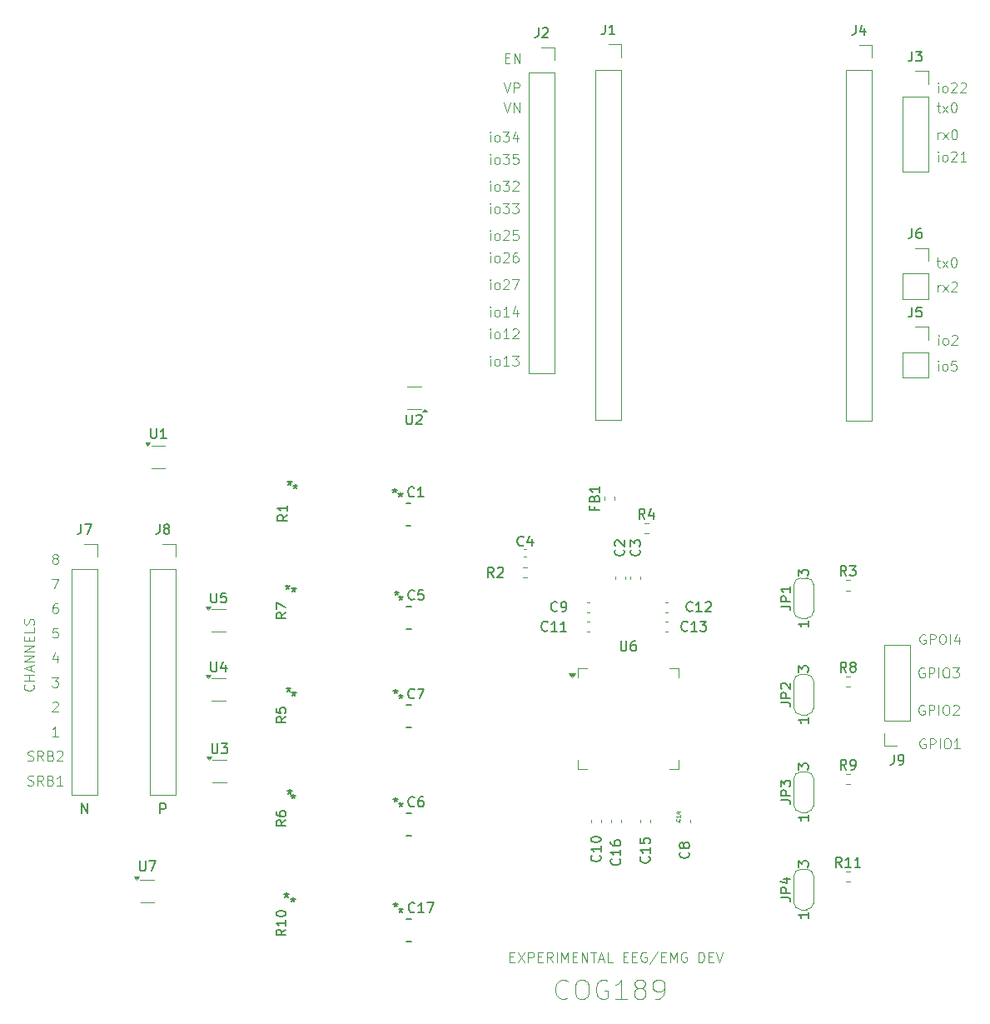
<source format=gbr>
%TF.GenerationSoftware,KiCad,Pcbnew,8.0.5*%
%TF.CreationDate,2025-02-18T14:06:23-08:00*%
%TF.ProjectId,eegw:ads1299,65656777-3a61-4647-9331-3239392e6b69,rev?*%
%TF.SameCoordinates,Original*%
%TF.FileFunction,Legend,Top*%
%TF.FilePolarity,Positive*%
%FSLAX46Y46*%
G04 Gerber Fmt 4.6, Leading zero omitted, Abs format (unit mm)*
G04 Created by KiCad (PCBNEW 8.0.5) date 2025-02-18 14:06:23*
%MOMM*%
%LPD*%
G01*
G04 APERTURE LIST*
%ADD10C,0.100000*%
%ADD11C,0.150000*%
%ADD12C,0.098425*%
%ADD13C,0.120000*%
%ADD14C,0.152400*%
G04 APERTURE END LIST*
D10*
X181840193Y-121032538D02*
X181744955Y-120984919D01*
X181744955Y-120984919D02*
X181602098Y-120984919D01*
X181602098Y-120984919D02*
X181459241Y-121032538D01*
X181459241Y-121032538D02*
X181364003Y-121127776D01*
X181364003Y-121127776D02*
X181316384Y-121223014D01*
X181316384Y-121223014D02*
X181268765Y-121413490D01*
X181268765Y-121413490D02*
X181268765Y-121556347D01*
X181268765Y-121556347D02*
X181316384Y-121746823D01*
X181316384Y-121746823D02*
X181364003Y-121842061D01*
X181364003Y-121842061D02*
X181459241Y-121937300D01*
X181459241Y-121937300D02*
X181602098Y-121984919D01*
X181602098Y-121984919D02*
X181697336Y-121984919D01*
X181697336Y-121984919D02*
X181840193Y-121937300D01*
X181840193Y-121937300D02*
X181887812Y-121889680D01*
X181887812Y-121889680D02*
X181887812Y-121556347D01*
X181887812Y-121556347D02*
X181697336Y-121556347D01*
X182316384Y-121984919D02*
X182316384Y-120984919D01*
X182316384Y-120984919D02*
X182697336Y-120984919D01*
X182697336Y-120984919D02*
X182792574Y-121032538D01*
X182792574Y-121032538D02*
X182840193Y-121080157D01*
X182840193Y-121080157D02*
X182887812Y-121175395D01*
X182887812Y-121175395D02*
X182887812Y-121318252D01*
X182887812Y-121318252D02*
X182840193Y-121413490D01*
X182840193Y-121413490D02*
X182792574Y-121461109D01*
X182792574Y-121461109D02*
X182697336Y-121508728D01*
X182697336Y-121508728D02*
X182316384Y-121508728D01*
X183316384Y-121984919D02*
X183316384Y-120984919D01*
X183983050Y-120984919D02*
X184173526Y-120984919D01*
X184173526Y-120984919D02*
X184268764Y-121032538D01*
X184268764Y-121032538D02*
X184364002Y-121127776D01*
X184364002Y-121127776D02*
X184411621Y-121318252D01*
X184411621Y-121318252D02*
X184411621Y-121651585D01*
X184411621Y-121651585D02*
X184364002Y-121842061D01*
X184364002Y-121842061D02*
X184268764Y-121937300D01*
X184268764Y-121937300D02*
X184173526Y-121984919D01*
X184173526Y-121984919D02*
X183983050Y-121984919D01*
X183983050Y-121984919D02*
X183887812Y-121937300D01*
X183887812Y-121937300D02*
X183792574Y-121842061D01*
X183792574Y-121842061D02*
X183744955Y-121651585D01*
X183744955Y-121651585D02*
X183744955Y-121318252D01*
X183744955Y-121318252D02*
X183792574Y-121127776D01*
X183792574Y-121127776D02*
X183887812Y-121032538D01*
X183887812Y-121032538D02*
X183983050Y-120984919D01*
X184744955Y-120984919D02*
X185364002Y-120984919D01*
X185364002Y-120984919D02*
X185030669Y-121365871D01*
X185030669Y-121365871D02*
X185173526Y-121365871D01*
X185173526Y-121365871D02*
X185268764Y-121413490D01*
X185268764Y-121413490D02*
X185316383Y-121461109D01*
X185316383Y-121461109D02*
X185364002Y-121556347D01*
X185364002Y-121556347D02*
X185364002Y-121794442D01*
X185364002Y-121794442D02*
X185316383Y-121889680D01*
X185316383Y-121889680D02*
X185268764Y-121937300D01*
X185268764Y-121937300D02*
X185173526Y-121984919D01*
X185173526Y-121984919D02*
X184887812Y-121984919D01*
X184887812Y-121984919D02*
X184792574Y-121937300D01*
X184792574Y-121937300D02*
X184744955Y-121889680D01*
X137716384Y-74784919D02*
X137716384Y-74118252D01*
X137716384Y-73784919D02*
X137668765Y-73832538D01*
X137668765Y-73832538D02*
X137716384Y-73880157D01*
X137716384Y-73880157D02*
X137764003Y-73832538D01*
X137764003Y-73832538D02*
X137716384Y-73784919D01*
X137716384Y-73784919D02*
X137716384Y-73880157D01*
X138335431Y-74784919D02*
X138240193Y-74737300D01*
X138240193Y-74737300D02*
X138192574Y-74689680D01*
X138192574Y-74689680D02*
X138144955Y-74594442D01*
X138144955Y-74594442D02*
X138144955Y-74308728D01*
X138144955Y-74308728D02*
X138192574Y-74213490D01*
X138192574Y-74213490D02*
X138240193Y-74165871D01*
X138240193Y-74165871D02*
X138335431Y-74118252D01*
X138335431Y-74118252D02*
X138478288Y-74118252D01*
X138478288Y-74118252D02*
X138573526Y-74165871D01*
X138573526Y-74165871D02*
X138621145Y-74213490D01*
X138621145Y-74213490D02*
X138668764Y-74308728D01*
X138668764Y-74308728D02*
X138668764Y-74594442D01*
X138668764Y-74594442D02*
X138621145Y-74689680D01*
X138621145Y-74689680D02*
X138573526Y-74737300D01*
X138573526Y-74737300D02*
X138478288Y-74784919D01*
X138478288Y-74784919D02*
X138335431Y-74784919D01*
X139002098Y-73784919D02*
X139621145Y-73784919D01*
X139621145Y-73784919D02*
X139287812Y-74165871D01*
X139287812Y-74165871D02*
X139430669Y-74165871D01*
X139430669Y-74165871D02*
X139525907Y-74213490D01*
X139525907Y-74213490D02*
X139573526Y-74261109D01*
X139573526Y-74261109D02*
X139621145Y-74356347D01*
X139621145Y-74356347D02*
X139621145Y-74594442D01*
X139621145Y-74594442D02*
X139573526Y-74689680D01*
X139573526Y-74689680D02*
X139525907Y-74737300D01*
X139525907Y-74737300D02*
X139430669Y-74784919D01*
X139430669Y-74784919D02*
X139144955Y-74784919D01*
X139144955Y-74784919D02*
X139049717Y-74737300D01*
X139049717Y-74737300D02*
X139002098Y-74689680D01*
X139954479Y-73784919D02*
X140573526Y-73784919D01*
X140573526Y-73784919D02*
X140240193Y-74165871D01*
X140240193Y-74165871D02*
X140383050Y-74165871D01*
X140383050Y-74165871D02*
X140478288Y-74213490D01*
X140478288Y-74213490D02*
X140525907Y-74261109D01*
X140525907Y-74261109D02*
X140573526Y-74356347D01*
X140573526Y-74356347D02*
X140573526Y-74594442D01*
X140573526Y-74594442D02*
X140525907Y-74689680D01*
X140525907Y-74689680D02*
X140478288Y-74737300D01*
X140478288Y-74737300D02*
X140383050Y-74784919D01*
X140383050Y-74784919D02*
X140097336Y-74784919D01*
X140097336Y-74784919D02*
X140002098Y-74737300D01*
X140002098Y-74737300D02*
X139954479Y-74689680D01*
X139098527Y-63534919D02*
X139431860Y-64534919D01*
X139431860Y-64534919D02*
X139765193Y-63534919D01*
X140098527Y-64534919D02*
X140098527Y-63534919D01*
X140098527Y-63534919D02*
X140669955Y-64534919D01*
X140669955Y-64534919D02*
X140669955Y-63534919D01*
X90693765Y-132897300D02*
X90836622Y-132944919D01*
X90836622Y-132944919D02*
X91074717Y-132944919D01*
X91074717Y-132944919D02*
X91169955Y-132897300D01*
X91169955Y-132897300D02*
X91217574Y-132849680D01*
X91217574Y-132849680D02*
X91265193Y-132754442D01*
X91265193Y-132754442D02*
X91265193Y-132659204D01*
X91265193Y-132659204D02*
X91217574Y-132563966D01*
X91217574Y-132563966D02*
X91169955Y-132516347D01*
X91169955Y-132516347D02*
X91074717Y-132468728D01*
X91074717Y-132468728D02*
X90884241Y-132421109D01*
X90884241Y-132421109D02*
X90789003Y-132373490D01*
X90789003Y-132373490D02*
X90741384Y-132325871D01*
X90741384Y-132325871D02*
X90693765Y-132230633D01*
X90693765Y-132230633D02*
X90693765Y-132135395D01*
X90693765Y-132135395D02*
X90741384Y-132040157D01*
X90741384Y-132040157D02*
X90789003Y-131992538D01*
X90789003Y-131992538D02*
X90884241Y-131944919D01*
X90884241Y-131944919D02*
X91122336Y-131944919D01*
X91122336Y-131944919D02*
X91265193Y-131992538D01*
X92265193Y-132944919D02*
X91931860Y-132468728D01*
X91693765Y-132944919D02*
X91693765Y-131944919D01*
X91693765Y-131944919D02*
X92074717Y-131944919D01*
X92074717Y-131944919D02*
X92169955Y-131992538D01*
X92169955Y-131992538D02*
X92217574Y-132040157D01*
X92217574Y-132040157D02*
X92265193Y-132135395D01*
X92265193Y-132135395D02*
X92265193Y-132278252D01*
X92265193Y-132278252D02*
X92217574Y-132373490D01*
X92217574Y-132373490D02*
X92169955Y-132421109D01*
X92169955Y-132421109D02*
X92074717Y-132468728D01*
X92074717Y-132468728D02*
X91693765Y-132468728D01*
X93027098Y-132421109D02*
X93169955Y-132468728D01*
X93169955Y-132468728D02*
X93217574Y-132516347D01*
X93217574Y-132516347D02*
X93265193Y-132611585D01*
X93265193Y-132611585D02*
X93265193Y-132754442D01*
X93265193Y-132754442D02*
X93217574Y-132849680D01*
X93217574Y-132849680D02*
X93169955Y-132897300D01*
X93169955Y-132897300D02*
X93074717Y-132944919D01*
X93074717Y-132944919D02*
X92693765Y-132944919D01*
X92693765Y-132944919D02*
X92693765Y-131944919D01*
X92693765Y-131944919D02*
X93027098Y-131944919D01*
X93027098Y-131944919D02*
X93122336Y-131992538D01*
X93122336Y-131992538D02*
X93169955Y-132040157D01*
X93169955Y-132040157D02*
X93217574Y-132135395D01*
X93217574Y-132135395D02*
X93217574Y-132230633D01*
X93217574Y-132230633D02*
X93169955Y-132325871D01*
X93169955Y-132325871D02*
X93122336Y-132373490D01*
X93122336Y-132373490D02*
X93027098Y-132421109D01*
X93027098Y-132421109D02*
X92693765Y-132421109D01*
X94217574Y-132944919D02*
X93646146Y-132944919D01*
X93931860Y-132944919D02*
X93931860Y-131944919D01*
X93931860Y-131944919D02*
X93836622Y-132087776D01*
X93836622Y-132087776D02*
X93741384Y-132183014D01*
X93741384Y-132183014D02*
X93646146Y-132230633D01*
X183216384Y-82784919D02*
X183216384Y-82118252D01*
X183216384Y-82308728D02*
X183264003Y-82213490D01*
X183264003Y-82213490D02*
X183311622Y-82165871D01*
X183311622Y-82165871D02*
X183406860Y-82118252D01*
X183406860Y-82118252D02*
X183502098Y-82118252D01*
X183740194Y-82784919D02*
X184264003Y-82118252D01*
X183740194Y-82118252D02*
X184264003Y-82784919D01*
X184597337Y-81880157D02*
X184644956Y-81832538D01*
X184644956Y-81832538D02*
X184740194Y-81784919D01*
X184740194Y-81784919D02*
X184978289Y-81784919D01*
X184978289Y-81784919D02*
X185073527Y-81832538D01*
X185073527Y-81832538D02*
X185121146Y-81880157D01*
X185121146Y-81880157D02*
X185168765Y-81975395D01*
X185168765Y-81975395D02*
X185168765Y-82070633D01*
X185168765Y-82070633D02*
X185121146Y-82213490D01*
X185121146Y-82213490D02*
X184549718Y-82784919D01*
X184549718Y-82784919D02*
X185168765Y-82784919D01*
X93765193Y-127944919D02*
X93193765Y-127944919D01*
X93479479Y-127944919D02*
X93479479Y-126944919D01*
X93479479Y-126944919D02*
X93384241Y-127087776D01*
X93384241Y-127087776D02*
X93289003Y-127183014D01*
X93289003Y-127183014D02*
X93193765Y-127230633D01*
X183098527Y-63868252D02*
X183479479Y-63868252D01*
X183241384Y-63534919D02*
X183241384Y-64392061D01*
X183241384Y-64392061D02*
X183289003Y-64487300D01*
X183289003Y-64487300D02*
X183384241Y-64534919D01*
X183384241Y-64534919D02*
X183479479Y-64534919D01*
X183717575Y-64534919D02*
X184241384Y-63868252D01*
X183717575Y-63868252D02*
X184241384Y-64534919D01*
X184812813Y-63534919D02*
X184908051Y-63534919D01*
X184908051Y-63534919D02*
X185003289Y-63582538D01*
X185003289Y-63582538D02*
X185050908Y-63630157D01*
X185050908Y-63630157D02*
X185098527Y-63725395D01*
X185098527Y-63725395D02*
X185146146Y-63915871D01*
X185146146Y-63915871D02*
X185146146Y-64153966D01*
X185146146Y-64153966D02*
X185098527Y-64344442D01*
X185098527Y-64344442D02*
X185050908Y-64439680D01*
X185050908Y-64439680D02*
X185003289Y-64487300D01*
X185003289Y-64487300D02*
X184908051Y-64534919D01*
X184908051Y-64534919D02*
X184812813Y-64534919D01*
X184812813Y-64534919D02*
X184717575Y-64487300D01*
X184717575Y-64487300D02*
X184669956Y-64439680D01*
X184669956Y-64439680D02*
X184622337Y-64344442D01*
X184622337Y-64344442D02*
X184574718Y-64153966D01*
X184574718Y-64153966D02*
X184574718Y-63915871D01*
X184574718Y-63915871D02*
X184622337Y-63725395D01*
X184622337Y-63725395D02*
X184669956Y-63630157D01*
X184669956Y-63630157D02*
X184717575Y-63582538D01*
X184717575Y-63582538D02*
X184812813Y-63534919D01*
X183216384Y-67284919D02*
X183216384Y-66618252D01*
X183216384Y-66808728D02*
X183264003Y-66713490D01*
X183264003Y-66713490D02*
X183311622Y-66665871D01*
X183311622Y-66665871D02*
X183406860Y-66618252D01*
X183406860Y-66618252D02*
X183502098Y-66618252D01*
X183740194Y-67284919D02*
X184264003Y-66618252D01*
X183740194Y-66618252D02*
X184264003Y-67284919D01*
X184835432Y-66284919D02*
X184930670Y-66284919D01*
X184930670Y-66284919D02*
X185025908Y-66332538D01*
X185025908Y-66332538D02*
X185073527Y-66380157D01*
X185073527Y-66380157D02*
X185121146Y-66475395D01*
X185121146Y-66475395D02*
X185168765Y-66665871D01*
X185168765Y-66665871D02*
X185168765Y-66903966D01*
X185168765Y-66903966D02*
X185121146Y-67094442D01*
X185121146Y-67094442D02*
X185073527Y-67189680D01*
X185073527Y-67189680D02*
X185025908Y-67237300D01*
X185025908Y-67237300D02*
X184930670Y-67284919D01*
X184930670Y-67284919D02*
X184835432Y-67284919D01*
X184835432Y-67284919D02*
X184740194Y-67237300D01*
X184740194Y-67237300D02*
X184692575Y-67189680D01*
X184692575Y-67189680D02*
X184644956Y-67094442D01*
X184644956Y-67094442D02*
X184597337Y-66903966D01*
X184597337Y-66903966D02*
X184597337Y-66665871D01*
X184597337Y-66665871D02*
X184644956Y-66475395D01*
X184644956Y-66475395D02*
X184692575Y-66380157D01*
X184692575Y-66380157D02*
X184740194Y-66332538D01*
X184740194Y-66332538D02*
X184835432Y-66284919D01*
X93146146Y-121944919D02*
X93765193Y-121944919D01*
X93765193Y-121944919D02*
X93431860Y-122325871D01*
X93431860Y-122325871D02*
X93574717Y-122325871D01*
X93574717Y-122325871D02*
X93669955Y-122373490D01*
X93669955Y-122373490D02*
X93717574Y-122421109D01*
X93717574Y-122421109D02*
X93765193Y-122516347D01*
X93765193Y-122516347D02*
X93765193Y-122754442D01*
X93765193Y-122754442D02*
X93717574Y-122849680D01*
X93717574Y-122849680D02*
X93669955Y-122897300D01*
X93669955Y-122897300D02*
X93574717Y-122944919D01*
X93574717Y-122944919D02*
X93289003Y-122944919D01*
X93289003Y-122944919D02*
X93193765Y-122897300D01*
X93193765Y-122897300D02*
X93146146Y-122849680D01*
X139716384Y-150361109D02*
X140049717Y-150361109D01*
X140192574Y-150884919D02*
X139716384Y-150884919D01*
X139716384Y-150884919D02*
X139716384Y-149884919D01*
X139716384Y-149884919D02*
X140192574Y-149884919D01*
X140525908Y-149884919D02*
X141192574Y-150884919D01*
X141192574Y-149884919D02*
X140525908Y-150884919D01*
X141573527Y-150884919D02*
X141573527Y-149884919D01*
X141573527Y-149884919D02*
X141954479Y-149884919D01*
X141954479Y-149884919D02*
X142049717Y-149932538D01*
X142049717Y-149932538D02*
X142097336Y-149980157D01*
X142097336Y-149980157D02*
X142144955Y-150075395D01*
X142144955Y-150075395D02*
X142144955Y-150218252D01*
X142144955Y-150218252D02*
X142097336Y-150313490D01*
X142097336Y-150313490D02*
X142049717Y-150361109D01*
X142049717Y-150361109D02*
X141954479Y-150408728D01*
X141954479Y-150408728D02*
X141573527Y-150408728D01*
X142573527Y-150361109D02*
X142906860Y-150361109D01*
X143049717Y-150884919D02*
X142573527Y-150884919D01*
X142573527Y-150884919D02*
X142573527Y-149884919D01*
X142573527Y-149884919D02*
X143049717Y-149884919D01*
X144049717Y-150884919D02*
X143716384Y-150408728D01*
X143478289Y-150884919D02*
X143478289Y-149884919D01*
X143478289Y-149884919D02*
X143859241Y-149884919D01*
X143859241Y-149884919D02*
X143954479Y-149932538D01*
X143954479Y-149932538D02*
X144002098Y-149980157D01*
X144002098Y-149980157D02*
X144049717Y-150075395D01*
X144049717Y-150075395D02*
X144049717Y-150218252D01*
X144049717Y-150218252D02*
X144002098Y-150313490D01*
X144002098Y-150313490D02*
X143954479Y-150361109D01*
X143954479Y-150361109D02*
X143859241Y-150408728D01*
X143859241Y-150408728D02*
X143478289Y-150408728D01*
X144478289Y-150884919D02*
X144478289Y-149884919D01*
X144954479Y-150884919D02*
X144954479Y-149884919D01*
X144954479Y-149884919D02*
X145287812Y-150599204D01*
X145287812Y-150599204D02*
X145621145Y-149884919D01*
X145621145Y-149884919D02*
X145621145Y-150884919D01*
X146097336Y-150361109D02*
X146430669Y-150361109D01*
X146573526Y-150884919D02*
X146097336Y-150884919D01*
X146097336Y-150884919D02*
X146097336Y-149884919D01*
X146097336Y-149884919D02*
X146573526Y-149884919D01*
X147002098Y-150884919D02*
X147002098Y-149884919D01*
X147002098Y-149884919D02*
X147573526Y-150884919D01*
X147573526Y-150884919D02*
X147573526Y-149884919D01*
X147906860Y-149884919D02*
X148478288Y-149884919D01*
X148192574Y-150884919D02*
X148192574Y-149884919D01*
X148764003Y-150599204D02*
X149240193Y-150599204D01*
X148668765Y-150884919D02*
X149002098Y-149884919D01*
X149002098Y-149884919D02*
X149335431Y-150884919D01*
X150144955Y-150884919D02*
X149668765Y-150884919D01*
X149668765Y-150884919D02*
X149668765Y-149884919D01*
X151240194Y-150361109D02*
X151573527Y-150361109D01*
X151716384Y-150884919D02*
X151240194Y-150884919D01*
X151240194Y-150884919D02*
X151240194Y-149884919D01*
X151240194Y-149884919D02*
X151716384Y-149884919D01*
X152144956Y-150361109D02*
X152478289Y-150361109D01*
X152621146Y-150884919D02*
X152144956Y-150884919D01*
X152144956Y-150884919D02*
X152144956Y-149884919D01*
X152144956Y-149884919D02*
X152621146Y-149884919D01*
X153573527Y-149932538D02*
X153478289Y-149884919D01*
X153478289Y-149884919D02*
X153335432Y-149884919D01*
X153335432Y-149884919D02*
X153192575Y-149932538D01*
X153192575Y-149932538D02*
X153097337Y-150027776D01*
X153097337Y-150027776D02*
X153049718Y-150123014D01*
X153049718Y-150123014D02*
X153002099Y-150313490D01*
X153002099Y-150313490D02*
X153002099Y-150456347D01*
X153002099Y-150456347D02*
X153049718Y-150646823D01*
X153049718Y-150646823D02*
X153097337Y-150742061D01*
X153097337Y-150742061D02*
X153192575Y-150837300D01*
X153192575Y-150837300D02*
X153335432Y-150884919D01*
X153335432Y-150884919D02*
X153430670Y-150884919D01*
X153430670Y-150884919D02*
X153573527Y-150837300D01*
X153573527Y-150837300D02*
X153621146Y-150789680D01*
X153621146Y-150789680D02*
X153621146Y-150456347D01*
X153621146Y-150456347D02*
X153430670Y-150456347D01*
X154764003Y-149837300D02*
X153906861Y-151123014D01*
X155097337Y-150361109D02*
X155430670Y-150361109D01*
X155573527Y-150884919D02*
X155097337Y-150884919D01*
X155097337Y-150884919D02*
X155097337Y-149884919D01*
X155097337Y-149884919D02*
X155573527Y-149884919D01*
X156002099Y-150884919D02*
X156002099Y-149884919D01*
X156002099Y-149884919D02*
X156335432Y-150599204D01*
X156335432Y-150599204D02*
X156668765Y-149884919D01*
X156668765Y-149884919D02*
X156668765Y-150884919D01*
X157668765Y-149932538D02*
X157573527Y-149884919D01*
X157573527Y-149884919D02*
X157430670Y-149884919D01*
X157430670Y-149884919D02*
X157287813Y-149932538D01*
X157287813Y-149932538D02*
X157192575Y-150027776D01*
X157192575Y-150027776D02*
X157144956Y-150123014D01*
X157144956Y-150123014D02*
X157097337Y-150313490D01*
X157097337Y-150313490D02*
X157097337Y-150456347D01*
X157097337Y-150456347D02*
X157144956Y-150646823D01*
X157144956Y-150646823D02*
X157192575Y-150742061D01*
X157192575Y-150742061D02*
X157287813Y-150837300D01*
X157287813Y-150837300D02*
X157430670Y-150884919D01*
X157430670Y-150884919D02*
X157525908Y-150884919D01*
X157525908Y-150884919D02*
X157668765Y-150837300D01*
X157668765Y-150837300D02*
X157716384Y-150789680D01*
X157716384Y-150789680D02*
X157716384Y-150456347D01*
X157716384Y-150456347D02*
X157525908Y-150456347D01*
X158906861Y-150884919D02*
X158906861Y-149884919D01*
X158906861Y-149884919D02*
X159144956Y-149884919D01*
X159144956Y-149884919D02*
X159287813Y-149932538D01*
X159287813Y-149932538D02*
X159383051Y-150027776D01*
X159383051Y-150027776D02*
X159430670Y-150123014D01*
X159430670Y-150123014D02*
X159478289Y-150313490D01*
X159478289Y-150313490D02*
X159478289Y-150456347D01*
X159478289Y-150456347D02*
X159430670Y-150646823D01*
X159430670Y-150646823D02*
X159383051Y-150742061D01*
X159383051Y-150742061D02*
X159287813Y-150837300D01*
X159287813Y-150837300D02*
X159144956Y-150884919D01*
X159144956Y-150884919D02*
X158906861Y-150884919D01*
X159906861Y-150361109D02*
X160240194Y-150361109D01*
X160383051Y-150884919D02*
X159906861Y-150884919D01*
X159906861Y-150884919D02*
X159906861Y-149884919D01*
X159906861Y-149884919D02*
X160383051Y-149884919D01*
X160668766Y-149884919D02*
X161002099Y-150884919D01*
X161002099Y-150884919D02*
X161335432Y-149884919D01*
X137716384Y-67534919D02*
X137716384Y-66868252D01*
X137716384Y-66534919D02*
X137668765Y-66582538D01*
X137668765Y-66582538D02*
X137716384Y-66630157D01*
X137716384Y-66630157D02*
X137764003Y-66582538D01*
X137764003Y-66582538D02*
X137716384Y-66534919D01*
X137716384Y-66534919D02*
X137716384Y-66630157D01*
X138335431Y-67534919D02*
X138240193Y-67487300D01*
X138240193Y-67487300D02*
X138192574Y-67439680D01*
X138192574Y-67439680D02*
X138144955Y-67344442D01*
X138144955Y-67344442D02*
X138144955Y-67058728D01*
X138144955Y-67058728D02*
X138192574Y-66963490D01*
X138192574Y-66963490D02*
X138240193Y-66915871D01*
X138240193Y-66915871D02*
X138335431Y-66868252D01*
X138335431Y-66868252D02*
X138478288Y-66868252D01*
X138478288Y-66868252D02*
X138573526Y-66915871D01*
X138573526Y-66915871D02*
X138621145Y-66963490D01*
X138621145Y-66963490D02*
X138668764Y-67058728D01*
X138668764Y-67058728D02*
X138668764Y-67344442D01*
X138668764Y-67344442D02*
X138621145Y-67439680D01*
X138621145Y-67439680D02*
X138573526Y-67487300D01*
X138573526Y-67487300D02*
X138478288Y-67534919D01*
X138478288Y-67534919D02*
X138335431Y-67534919D01*
X139002098Y-66534919D02*
X139621145Y-66534919D01*
X139621145Y-66534919D02*
X139287812Y-66915871D01*
X139287812Y-66915871D02*
X139430669Y-66915871D01*
X139430669Y-66915871D02*
X139525907Y-66963490D01*
X139525907Y-66963490D02*
X139573526Y-67011109D01*
X139573526Y-67011109D02*
X139621145Y-67106347D01*
X139621145Y-67106347D02*
X139621145Y-67344442D01*
X139621145Y-67344442D02*
X139573526Y-67439680D01*
X139573526Y-67439680D02*
X139525907Y-67487300D01*
X139525907Y-67487300D02*
X139430669Y-67534919D01*
X139430669Y-67534919D02*
X139144955Y-67534919D01*
X139144955Y-67534919D02*
X139049717Y-67487300D01*
X139049717Y-67487300D02*
X139002098Y-67439680D01*
X140478288Y-66868252D02*
X140478288Y-67534919D01*
X140240193Y-66487300D02*
X140002098Y-67201585D01*
X140002098Y-67201585D02*
X140621145Y-67201585D01*
X137716384Y-72534919D02*
X137716384Y-71868252D01*
X137716384Y-71534919D02*
X137668765Y-71582538D01*
X137668765Y-71582538D02*
X137716384Y-71630157D01*
X137716384Y-71630157D02*
X137764003Y-71582538D01*
X137764003Y-71582538D02*
X137716384Y-71534919D01*
X137716384Y-71534919D02*
X137716384Y-71630157D01*
X138335431Y-72534919D02*
X138240193Y-72487300D01*
X138240193Y-72487300D02*
X138192574Y-72439680D01*
X138192574Y-72439680D02*
X138144955Y-72344442D01*
X138144955Y-72344442D02*
X138144955Y-72058728D01*
X138144955Y-72058728D02*
X138192574Y-71963490D01*
X138192574Y-71963490D02*
X138240193Y-71915871D01*
X138240193Y-71915871D02*
X138335431Y-71868252D01*
X138335431Y-71868252D02*
X138478288Y-71868252D01*
X138478288Y-71868252D02*
X138573526Y-71915871D01*
X138573526Y-71915871D02*
X138621145Y-71963490D01*
X138621145Y-71963490D02*
X138668764Y-72058728D01*
X138668764Y-72058728D02*
X138668764Y-72344442D01*
X138668764Y-72344442D02*
X138621145Y-72439680D01*
X138621145Y-72439680D02*
X138573526Y-72487300D01*
X138573526Y-72487300D02*
X138478288Y-72534919D01*
X138478288Y-72534919D02*
X138335431Y-72534919D01*
X139002098Y-71534919D02*
X139621145Y-71534919D01*
X139621145Y-71534919D02*
X139287812Y-71915871D01*
X139287812Y-71915871D02*
X139430669Y-71915871D01*
X139430669Y-71915871D02*
X139525907Y-71963490D01*
X139525907Y-71963490D02*
X139573526Y-72011109D01*
X139573526Y-72011109D02*
X139621145Y-72106347D01*
X139621145Y-72106347D02*
X139621145Y-72344442D01*
X139621145Y-72344442D02*
X139573526Y-72439680D01*
X139573526Y-72439680D02*
X139525907Y-72487300D01*
X139525907Y-72487300D02*
X139430669Y-72534919D01*
X139430669Y-72534919D02*
X139144955Y-72534919D01*
X139144955Y-72534919D02*
X139049717Y-72487300D01*
X139049717Y-72487300D02*
X139002098Y-72439680D01*
X140002098Y-71630157D02*
X140049717Y-71582538D01*
X140049717Y-71582538D02*
X140144955Y-71534919D01*
X140144955Y-71534919D02*
X140383050Y-71534919D01*
X140383050Y-71534919D02*
X140478288Y-71582538D01*
X140478288Y-71582538D02*
X140525907Y-71630157D01*
X140525907Y-71630157D02*
X140573526Y-71725395D01*
X140573526Y-71725395D02*
X140573526Y-71820633D01*
X140573526Y-71820633D02*
X140525907Y-71963490D01*
X140525907Y-71963490D02*
X139954479Y-72534919D01*
X139954479Y-72534919D02*
X140573526Y-72534919D01*
X181940193Y-128232538D02*
X181844955Y-128184919D01*
X181844955Y-128184919D02*
X181702098Y-128184919D01*
X181702098Y-128184919D02*
X181559241Y-128232538D01*
X181559241Y-128232538D02*
X181464003Y-128327776D01*
X181464003Y-128327776D02*
X181416384Y-128423014D01*
X181416384Y-128423014D02*
X181368765Y-128613490D01*
X181368765Y-128613490D02*
X181368765Y-128756347D01*
X181368765Y-128756347D02*
X181416384Y-128946823D01*
X181416384Y-128946823D02*
X181464003Y-129042061D01*
X181464003Y-129042061D02*
X181559241Y-129137300D01*
X181559241Y-129137300D02*
X181702098Y-129184919D01*
X181702098Y-129184919D02*
X181797336Y-129184919D01*
X181797336Y-129184919D02*
X181940193Y-129137300D01*
X181940193Y-129137300D02*
X181987812Y-129089680D01*
X181987812Y-129089680D02*
X181987812Y-128756347D01*
X181987812Y-128756347D02*
X181797336Y-128756347D01*
X182416384Y-129184919D02*
X182416384Y-128184919D01*
X182416384Y-128184919D02*
X182797336Y-128184919D01*
X182797336Y-128184919D02*
X182892574Y-128232538D01*
X182892574Y-128232538D02*
X182940193Y-128280157D01*
X182940193Y-128280157D02*
X182987812Y-128375395D01*
X182987812Y-128375395D02*
X182987812Y-128518252D01*
X182987812Y-128518252D02*
X182940193Y-128613490D01*
X182940193Y-128613490D02*
X182892574Y-128661109D01*
X182892574Y-128661109D02*
X182797336Y-128708728D01*
X182797336Y-128708728D02*
X182416384Y-128708728D01*
X183416384Y-129184919D02*
X183416384Y-128184919D01*
X184083050Y-128184919D02*
X184273526Y-128184919D01*
X184273526Y-128184919D02*
X184368764Y-128232538D01*
X184368764Y-128232538D02*
X184464002Y-128327776D01*
X184464002Y-128327776D02*
X184511621Y-128518252D01*
X184511621Y-128518252D02*
X184511621Y-128851585D01*
X184511621Y-128851585D02*
X184464002Y-129042061D01*
X184464002Y-129042061D02*
X184368764Y-129137300D01*
X184368764Y-129137300D02*
X184273526Y-129184919D01*
X184273526Y-129184919D02*
X184083050Y-129184919D01*
X184083050Y-129184919D02*
X183987812Y-129137300D01*
X183987812Y-129137300D02*
X183892574Y-129042061D01*
X183892574Y-129042061D02*
X183844955Y-128851585D01*
X183844955Y-128851585D02*
X183844955Y-128518252D01*
X183844955Y-128518252D02*
X183892574Y-128327776D01*
X183892574Y-128327776D02*
X183987812Y-128232538D01*
X183987812Y-128232538D02*
X184083050Y-128184919D01*
X185464002Y-129184919D02*
X184892574Y-129184919D01*
X185178288Y-129184919D02*
X185178288Y-128184919D01*
X185178288Y-128184919D02*
X185083050Y-128327776D01*
X185083050Y-128327776D02*
X184987812Y-128423014D01*
X184987812Y-128423014D02*
X184892574Y-128470633D01*
X183241384Y-90784919D02*
X183241384Y-90118252D01*
X183241384Y-89784919D02*
X183193765Y-89832538D01*
X183193765Y-89832538D02*
X183241384Y-89880157D01*
X183241384Y-89880157D02*
X183289003Y-89832538D01*
X183289003Y-89832538D02*
X183241384Y-89784919D01*
X183241384Y-89784919D02*
X183241384Y-89880157D01*
X183860431Y-90784919D02*
X183765193Y-90737300D01*
X183765193Y-90737300D02*
X183717574Y-90689680D01*
X183717574Y-90689680D02*
X183669955Y-90594442D01*
X183669955Y-90594442D02*
X183669955Y-90308728D01*
X183669955Y-90308728D02*
X183717574Y-90213490D01*
X183717574Y-90213490D02*
X183765193Y-90165871D01*
X183765193Y-90165871D02*
X183860431Y-90118252D01*
X183860431Y-90118252D02*
X184003288Y-90118252D01*
X184003288Y-90118252D02*
X184098526Y-90165871D01*
X184098526Y-90165871D02*
X184146145Y-90213490D01*
X184146145Y-90213490D02*
X184193764Y-90308728D01*
X184193764Y-90308728D02*
X184193764Y-90594442D01*
X184193764Y-90594442D02*
X184146145Y-90689680D01*
X184146145Y-90689680D02*
X184098526Y-90737300D01*
X184098526Y-90737300D02*
X184003288Y-90784919D01*
X184003288Y-90784919D02*
X183860431Y-90784919D01*
X185098526Y-89784919D02*
X184622336Y-89784919D01*
X184622336Y-89784919D02*
X184574717Y-90261109D01*
X184574717Y-90261109D02*
X184622336Y-90213490D01*
X184622336Y-90213490D02*
X184717574Y-90165871D01*
X184717574Y-90165871D02*
X184955669Y-90165871D01*
X184955669Y-90165871D02*
X185050907Y-90213490D01*
X185050907Y-90213490D02*
X185098526Y-90261109D01*
X185098526Y-90261109D02*
X185146145Y-90356347D01*
X185146145Y-90356347D02*
X185146145Y-90594442D01*
X185146145Y-90594442D02*
X185098526Y-90689680D01*
X185098526Y-90689680D02*
X185050907Y-90737300D01*
X185050907Y-90737300D02*
X184955669Y-90784919D01*
X184955669Y-90784919D02*
X184717574Y-90784919D01*
X184717574Y-90784919D02*
X184622336Y-90737300D01*
X184622336Y-90737300D02*
X184574717Y-90689680D01*
X139241384Y-59011109D02*
X139574717Y-59011109D01*
X139717574Y-59534919D02*
X139241384Y-59534919D01*
X139241384Y-59534919D02*
X139241384Y-58534919D01*
X139241384Y-58534919D02*
X139717574Y-58534919D01*
X140146146Y-59534919D02*
X140146146Y-58534919D01*
X140146146Y-58534919D02*
X140717574Y-59534919D01*
X140717574Y-59534919D02*
X140717574Y-58534919D01*
X93193765Y-124540157D02*
X93241384Y-124492538D01*
X93241384Y-124492538D02*
X93336622Y-124444919D01*
X93336622Y-124444919D02*
X93574717Y-124444919D01*
X93574717Y-124444919D02*
X93669955Y-124492538D01*
X93669955Y-124492538D02*
X93717574Y-124540157D01*
X93717574Y-124540157D02*
X93765193Y-124635395D01*
X93765193Y-124635395D02*
X93765193Y-124730633D01*
X93765193Y-124730633D02*
X93717574Y-124873490D01*
X93717574Y-124873490D02*
X93146146Y-125444919D01*
X93146146Y-125444919D02*
X93765193Y-125444919D01*
X183241384Y-69534919D02*
X183241384Y-68868252D01*
X183241384Y-68534919D02*
X183193765Y-68582538D01*
X183193765Y-68582538D02*
X183241384Y-68630157D01*
X183241384Y-68630157D02*
X183289003Y-68582538D01*
X183289003Y-68582538D02*
X183241384Y-68534919D01*
X183241384Y-68534919D02*
X183241384Y-68630157D01*
X183860431Y-69534919D02*
X183765193Y-69487300D01*
X183765193Y-69487300D02*
X183717574Y-69439680D01*
X183717574Y-69439680D02*
X183669955Y-69344442D01*
X183669955Y-69344442D02*
X183669955Y-69058728D01*
X183669955Y-69058728D02*
X183717574Y-68963490D01*
X183717574Y-68963490D02*
X183765193Y-68915871D01*
X183765193Y-68915871D02*
X183860431Y-68868252D01*
X183860431Y-68868252D02*
X184003288Y-68868252D01*
X184003288Y-68868252D02*
X184098526Y-68915871D01*
X184098526Y-68915871D02*
X184146145Y-68963490D01*
X184146145Y-68963490D02*
X184193764Y-69058728D01*
X184193764Y-69058728D02*
X184193764Y-69344442D01*
X184193764Y-69344442D02*
X184146145Y-69439680D01*
X184146145Y-69439680D02*
X184098526Y-69487300D01*
X184098526Y-69487300D02*
X184003288Y-69534919D01*
X184003288Y-69534919D02*
X183860431Y-69534919D01*
X184574717Y-68630157D02*
X184622336Y-68582538D01*
X184622336Y-68582538D02*
X184717574Y-68534919D01*
X184717574Y-68534919D02*
X184955669Y-68534919D01*
X184955669Y-68534919D02*
X185050907Y-68582538D01*
X185050907Y-68582538D02*
X185098526Y-68630157D01*
X185098526Y-68630157D02*
X185146145Y-68725395D01*
X185146145Y-68725395D02*
X185146145Y-68820633D01*
X185146145Y-68820633D02*
X185098526Y-68963490D01*
X185098526Y-68963490D02*
X184527098Y-69534919D01*
X184527098Y-69534919D02*
X185146145Y-69534919D01*
X186098526Y-69534919D02*
X185527098Y-69534919D01*
X185812812Y-69534919D02*
X185812812Y-68534919D01*
X185812812Y-68534919D02*
X185717574Y-68677776D01*
X185717574Y-68677776D02*
X185622336Y-68773014D01*
X185622336Y-68773014D02*
X185527098Y-68820633D01*
X145597336Y-154472061D02*
X145502098Y-154567300D01*
X145502098Y-154567300D02*
X145216384Y-154662538D01*
X145216384Y-154662538D02*
X145025908Y-154662538D01*
X145025908Y-154662538D02*
X144740193Y-154567300D01*
X144740193Y-154567300D02*
X144549717Y-154376823D01*
X144549717Y-154376823D02*
X144454479Y-154186347D01*
X144454479Y-154186347D02*
X144359241Y-153805395D01*
X144359241Y-153805395D02*
X144359241Y-153519680D01*
X144359241Y-153519680D02*
X144454479Y-153138728D01*
X144454479Y-153138728D02*
X144549717Y-152948252D01*
X144549717Y-152948252D02*
X144740193Y-152757776D01*
X144740193Y-152757776D02*
X145025908Y-152662538D01*
X145025908Y-152662538D02*
X145216384Y-152662538D01*
X145216384Y-152662538D02*
X145502098Y-152757776D01*
X145502098Y-152757776D02*
X145597336Y-152853014D01*
X146835431Y-152662538D02*
X147216384Y-152662538D01*
X147216384Y-152662538D02*
X147406860Y-152757776D01*
X147406860Y-152757776D02*
X147597336Y-152948252D01*
X147597336Y-152948252D02*
X147692574Y-153329204D01*
X147692574Y-153329204D02*
X147692574Y-153995871D01*
X147692574Y-153995871D02*
X147597336Y-154376823D01*
X147597336Y-154376823D02*
X147406860Y-154567300D01*
X147406860Y-154567300D02*
X147216384Y-154662538D01*
X147216384Y-154662538D02*
X146835431Y-154662538D01*
X146835431Y-154662538D02*
X146644955Y-154567300D01*
X146644955Y-154567300D02*
X146454479Y-154376823D01*
X146454479Y-154376823D02*
X146359241Y-153995871D01*
X146359241Y-153995871D02*
X146359241Y-153329204D01*
X146359241Y-153329204D02*
X146454479Y-152948252D01*
X146454479Y-152948252D02*
X146644955Y-152757776D01*
X146644955Y-152757776D02*
X146835431Y-152662538D01*
X149597336Y-152757776D02*
X149406860Y-152662538D01*
X149406860Y-152662538D02*
X149121146Y-152662538D01*
X149121146Y-152662538D02*
X148835431Y-152757776D01*
X148835431Y-152757776D02*
X148644955Y-152948252D01*
X148644955Y-152948252D02*
X148549717Y-153138728D01*
X148549717Y-153138728D02*
X148454479Y-153519680D01*
X148454479Y-153519680D02*
X148454479Y-153805395D01*
X148454479Y-153805395D02*
X148549717Y-154186347D01*
X148549717Y-154186347D02*
X148644955Y-154376823D01*
X148644955Y-154376823D02*
X148835431Y-154567300D01*
X148835431Y-154567300D02*
X149121146Y-154662538D01*
X149121146Y-154662538D02*
X149311622Y-154662538D01*
X149311622Y-154662538D02*
X149597336Y-154567300D01*
X149597336Y-154567300D02*
X149692574Y-154472061D01*
X149692574Y-154472061D02*
X149692574Y-153805395D01*
X149692574Y-153805395D02*
X149311622Y-153805395D01*
X151597336Y-154662538D02*
X150454479Y-154662538D01*
X151025907Y-154662538D02*
X151025907Y-152662538D01*
X151025907Y-152662538D02*
X150835431Y-152948252D01*
X150835431Y-152948252D02*
X150644955Y-153138728D01*
X150644955Y-153138728D02*
X150454479Y-153233966D01*
X152740193Y-153519680D02*
X152549717Y-153424442D01*
X152549717Y-153424442D02*
X152454479Y-153329204D01*
X152454479Y-153329204D02*
X152359241Y-153138728D01*
X152359241Y-153138728D02*
X152359241Y-153043490D01*
X152359241Y-153043490D02*
X152454479Y-152853014D01*
X152454479Y-152853014D02*
X152549717Y-152757776D01*
X152549717Y-152757776D02*
X152740193Y-152662538D01*
X152740193Y-152662538D02*
X153121146Y-152662538D01*
X153121146Y-152662538D02*
X153311622Y-152757776D01*
X153311622Y-152757776D02*
X153406860Y-152853014D01*
X153406860Y-152853014D02*
X153502098Y-153043490D01*
X153502098Y-153043490D02*
X153502098Y-153138728D01*
X153502098Y-153138728D02*
X153406860Y-153329204D01*
X153406860Y-153329204D02*
X153311622Y-153424442D01*
X153311622Y-153424442D02*
X153121146Y-153519680D01*
X153121146Y-153519680D02*
X152740193Y-153519680D01*
X152740193Y-153519680D02*
X152549717Y-153614919D01*
X152549717Y-153614919D02*
X152454479Y-153710157D01*
X152454479Y-153710157D02*
X152359241Y-153900633D01*
X152359241Y-153900633D02*
X152359241Y-154281585D01*
X152359241Y-154281585D02*
X152454479Y-154472061D01*
X152454479Y-154472061D02*
X152549717Y-154567300D01*
X152549717Y-154567300D02*
X152740193Y-154662538D01*
X152740193Y-154662538D02*
X153121146Y-154662538D01*
X153121146Y-154662538D02*
X153311622Y-154567300D01*
X153311622Y-154567300D02*
X153406860Y-154472061D01*
X153406860Y-154472061D02*
X153502098Y-154281585D01*
X153502098Y-154281585D02*
X153502098Y-153900633D01*
X153502098Y-153900633D02*
X153406860Y-153710157D01*
X153406860Y-153710157D02*
X153311622Y-153614919D01*
X153311622Y-153614919D02*
X153121146Y-153519680D01*
X154454479Y-154662538D02*
X154835431Y-154662538D01*
X154835431Y-154662538D02*
X155025908Y-154567300D01*
X155025908Y-154567300D02*
X155121146Y-154472061D01*
X155121146Y-154472061D02*
X155311622Y-154186347D01*
X155311622Y-154186347D02*
X155406860Y-153805395D01*
X155406860Y-153805395D02*
X155406860Y-153043490D01*
X155406860Y-153043490D02*
X155311622Y-152853014D01*
X155311622Y-152853014D02*
X155216384Y-152757776D01*
X155216384Y-152757776D02*
X155025908Y-152662538D01*
X155025908Y-152662538D02*
X154644955Y-152662538D01*
X154644955Y-152662538D02*
X154454479Y-152757776D01*
X154454479Y-152757776D02*
X154359241Y-152853014D01*
X154359241Y-152853014D02*
X154264003Y-153043490D01*
X154264003Y-153043490D02*
X154264003Y-153519680D01*
X154264003Y-153519680D02*
X154359241Y-153710157D01*
X154359241Y-153710157D02*
X154454479Y-153805395D01*
X154454479Y-153805395D02*
X154644955Y-153900633D01*
X154644955Y-153900633D02*
X155025908Y-153900633D01*
X155025908Y-153900633D02*
X155216384Y-153805395D01*
X155216384Y-153805395D02*
X155311622Y-153710157D01*
X155311622Y-153710157D02*
X155406860Y-153519680D01*
X90693765Y-130397300D02*
X90836622Y-130444919D01*
X90836622Y-130444919D02*
X91074717Y-130444919D01*
X91074717Y-130444919D02*
X91169955Y-130397300D01*
X91169955Y-130397300D02*
X91217574Y-130349680D01*
X91217574Y-130349680D02*
X91265193Y-130254442D01*
X91265193Y-130254442D02*
X91265193Y-130159204D01*
X91265193Y-130159204D02*
X91217574Y-130063966D01*
X91217574Y-130063966D02*
X91169955Y-130016347D01*
X91169955Y-130016347D02*
X91074717Y-129968728D01*
X91074717Y-129968728D02*
X90884241Y-129921109D01*
X90884241Y-129921109D02*
X90789003Y-129873490D01*
X90789003Y-129873490D02*
X90741384Y-129825871D01*
X90741384Y-129825871D02*
X90693765Y-129730633D01*
X90693765Y-129730633D02*
X90693765Y-129635395D01*
X90693765Y-129635395D02*
X90741384Y-129540157D01*
X90741384Y-129540157D02*
X90789003Y-129492538D01*
X90789003Y-129492538D02*
X90884241Y-129444919D01*
X90884241Y-129444919D02*
X91122336Y-129444919D01*
X91122336Y-129444919D02*
X91265193Y-129492538D01*
X92265193Y-130444919D02*
X91931860Y-129968728D01*
X91693765Y-130444919D02*
X91693765Y-129444919D01*
X91693765Y-129444919D02*
X92074717Y-129444919D01*
X92074717Y-129444919D02*
X92169955Y-129492538D01*
X92169955Y-129492538D02*
X92217574Y-129540157D01*
X92217574Y-129540157D02*
X92265193Y-129635395D01*
X92265193Y-129635395D02*
X92265193Y-129778252D01*
X92265193Y-129778252D02*
X92217574Y-129873490D01*
X92217574Y-129873490D02*
X92169955Y-129921109D01*
X92169955Y-129921109D02*
X92074717Y-129968728D01*
X92074717Y-129968728D02*
X91693765Y-129968728D01*
X93027098Y-129921109D02*
X93169955Y-129968728D01*
X93169955Y-129968728D02*
X93217574Y-130016347D01*
X93217574Y-130016347D02*
X93265193Y-130111585D01*
X93265193Y-130111585D02*
X93265193Y-130254442D01*
X93265193Y-130254442D02*
X93217574Y-130349680D01*
X93217574Y-130349680D02*
X93169955Y-130397300D01*
X93169955Y-130397300D02*
X93074717Y-130444919D01*
X93074717Y-130444919D02*
X92693765Y-130444919D01*
X92693765Y-130444919D02*
X92693765Y-129444919D01*
X92693765Y-129444919D02*
X93027098Y-129444919D01*
X93027098Y-129444919D02*
X93122336Y-129492538D01*
X93122336Y-129492538D02*
X93169955Y-129540157D01*
X93169955Y-129540157D02*
X93217574Y-129635395D01*
X93217574Y-129635395D02*
X93217574Y-129730633D01*
X93217574Y-129730633D02*
X93169955Y-129825871D01*
X93169955Y-129825871D02*
X93122336Y-129873490D01*
X93122336Y-129873490D02*
X93027098Y-129921109D01*
X93027098Y-129921109D02*
X92693765Y-129921109D01*
X93646146Y-129540157D02*
X93693765Y-129492538D01*
X93693765Y-129492538D02*
X93789003Y-129444919D01*
X93789003Y-129444919D02*
X94027098Y-129444919D01*
X94027098Y-129444919D02*
X94122336Y-129492538D01*
X94122336Y-129492538D02*
X94169955Y-129540157D01*
X94169955Y-129540157D02*
X94217574Y-129635395D01*
X94217574Y-129635395D02*
X94217574Y-129730633D01*
X94217574Y-129730633D02*
X94169955Y-129873490D01*
X94169955Y-129873490D02*
X93598527Y-130444919D01*
X93598527Y-130444919D02*
X94217574Y-130444919D01*
X137716384Y-69784919D02*
X137716384Y-69118252D01*
X137716384Y-68784919D02*
X137668765Y-68832538D01*
X137668765Y-68832538D02*
X137716384Y-68880157D01*
X137716384Y-68880157D02*
X137764003Y-68832538D01*
X137764003Y-68832538D02*
X137716384Y-68784919D01*
X137716384Y-68784919D02*
X137716384Y-68880157D01*
X138335431Y-69784919D02*
X138240193Y-69737300D01*
X138240193Y-69737300D02*
X138192574Y-69689680D01*
X138192574Y-69689680D02*
X138144955Y-69594442D01*
X138144955Y-69594442D02*
X138144955Y-69308728D01*
X138144955Y-69308728D02*
X138192574Y-69213490D01*
X138192574Y-69213490D02*
X138240193Y-69165871D01*
X138240193Y-69165871D02*
X138335431Y-69118252D01*
X138335431Y-69118252D02*
X138478288Y-69118252D01*
X138478288Y-69118252D02*
X138573526Y-69165871D01*
X138573526Y-69165871D02*
X138621145Y-69213490D01*
X138621145Y-69213490D02*
X138668764Y-69308728D01*
X138668764Y-69308728D02*
X138668764Y-69594442D01*
X138668764Y-69594442D02*
X138621145Y-69689680D01*
X138621145Y-69689680D02*
X138573526Y-69737300D01*
X138573526Y-69737300D02*
X138478288Y-69784919D01*
X138478288Y-69784919D02*
X138335431Y-69784919D01*
X139002098Y-68784919D02*
X139621145Y-68784919D01*
X139621145Y-68784919D02*
X139287812Y-69165871D01*
X139287812Y-69165871D02*
X139430669Y-69165871D01*
X139430669Y-69165871D02*
X139525907Y-69213490D01*
X139525907Y-69213490D02*
X139573526Y-69261109D01*
X139573526Y-69261109D02*
X139621145Y-69356347D01*
X139621145Y-69356347D02*
X139621145Y-69594442D01*
X139621145Y-69594442D02*
X139573526Y-69689680D01*
X139573526Y-69689680D02*
X139525907Y-69737300D01*
X139525907Y-69737300D02*
X139430669Y-69784919D01*
X139430669Y-69784919D02*
X139144955Y-69784919D01*
X139144955Y-69784919D02*
X139049717Y-69737300D01*
X139049717Y-69737300D02*
X139002098Y-69689680D01*
X140525907Y-68784919D02*
X140049717Y-68784919D01*
X140049717Y-68784919D02*
X140002098Y-69261109D01*
X140002098Y-69261109D02*
X140049717Y-69213490D01*
X140049717Y-69213490D02*
X140144955Y-69165871D01*
X140144955Y-69165871D02*
X140383050Y-69165871D01*
X140383050Y-69165871D02*
X140478288Y-69213490D01*
X140478288Y-69213490D02*
X140525907Y-69261109D01*
X140525907Y-69261109D02*
X140573526Y-69356347D01*
X140573526Y-69356347D02*
X140573526Y-69594442D01*
X140573526Y-69594442D02*
X140525907Y-69689680D01*
X140525907Y-69689680D02*
X140478288Y-69737300D01*
X140478288Y-69737300D02*
X140383050Y-69784919D01*
X140383050Y-69784919D02*
X140144955Y-69784919D01*
X140144955Y-69784919D02*
X140049717Y-69737300D01*
X140049717Y-69737300D02*
X140002098Y-69689680D01*
X181840193Y-124832538D02*
X181744955Y-124784919D01*
X181744955Y-124784919D02*
X181602098Y-124784919D01*
X181602098Y-124784919D02*
X181459241Y-124832538D01*
X181459241Y-124832538D02*
X181364003Y-124927776D01*
X181364003Y-124927776D02*
X181316384Y-125023014D01*
X181316384Y-125023014D02*
X181268765Y-125213490D01*
X181268765Y-125213490D02*
X181268765Y-125356347D01*
X181268765Y-125356347D02*
X181316384Y-125546823D01*
X181316384Y-125546823D02*
X181364003Y-125642061D01*
X181364003Y-125642061D02*
X181459241Y-125737300D01*
X181459241Y-125737300D02*
X181602098Y-125784919D01*
X181602098Y-125784919D02*
X181697336Y-125784919D01*
X181697336Y-125784919D02*
X181840193Y-125737300D01*
X181840193Y-125737300D02*
X181887812Y-125689680D01*
X181887812Y-125689680D02*
X181887812Y-125356347D01*
X181887812Y-125356347D02*
X181697336Y-125356347D01*
X182316384Y-125784919D02*
X182316384Y-124784919D01*
X182316384Y-124784919D02*
X182697336Y-124784919D01*
X182697336Y-124784919D02*
X182792574Y-124832538D01*
X182792574Y-124832538D02*
X182840193Y-124880157D01*
X182840193Y-124880157D02*
X182887812Y-124975395D01*
X182887812Y-124975395D02*
X182887812Y-125118252D01*
X182887812Y-125118252D02*
X182840193Y-125213490D01*
X182840193Y-125213490D02*
X182792574Y-125261109D01*
X182792574Y-125261109D02*
X182697336Y-125308728D01*
X182697336Y-125308728D02*
X182316384Y-125308728D01*
X183316384Y-125784919D02*
X183316384Y-124784919D01*
X183983050Y-124784919D02*
X184173526Y-124784919D01*
X184173526Y-124784919D02*
X184268764Y-124832538D01*
X184268764Y-124832538D02*
X184364002Y-124927776D01*
X184364002Y-124927776D02*
X184411621Y-125118252D01*
X184411621Y-125118252D02*
X184411621Y-125451585D01*
X184411621Y-125451585D02*
X184364002Y-125642061D01*
X184364002Y-125642061D02*
X184268764Y-125737300D01*
X184268764Y-125737300D02*
X184173526Y-125784919D01*
X184173526Y-125784919D02*
X183983050Y-125784919D01*
X183983050Y-125784919D02*
X183887812Y-125737300D01*
X183887812Y-125737300D02*
X183792574Y-125642061D01*
X183792574Y-125642061D02*
X183744955Y-125451585D01*
X183744955Y-125451585D02*
X183744955Y-125118252D01*
X183744955Y-125118252D02*
X183792574Y-124927776D01*
X183792574Y-124927776D02*
X183887812Y-124832538D01*
X183887812Y-124832538D02*
X183983050Y-124784919D01*
X184792574Y-124880157D02*
X184840193Y-124832538D01*
X184840193Y-124832538D02*
X184935431Y-124784919D01*
X184935431Y-124784919D02*
X185173526Y-124784919D01*
X185173526Y-124784919D02*
X185268764Y-124832538D01*
X185268764Y-124832538D02*
X185316383Y-124880157D01*
X185316383Y-124880157D02*
X185364002Y-124975395D01*
X185364002Y-124975395D02*
X185364002Y-125070633D01*
X185364002Y-125070633D02*
X185316383Y-125213490D01*
X185316383Y-125213490D02*
X184744955Y-125784919D01*
X184744955Y-125784919D02*
X185364002Y-125784919D01*
X183241384Y-62534919D02*
X183241384Y-61868252D01*
X183241384Y-61534919D02*
X183193765Y-61582538D01*
X183193765Y-61582538D02*
X183241384Y-61630157D01*
X183241384Y-61630157D02*
X183289003Y-61582538D01*
X183289003Y-61582538D02*
X183241384Y-61534919D01*
X183241384Y-61534919D02*
X183241384Y-61630157D01*
X183860431Y-62534919D02*
X183765193Y-62487300D01*
X183765193Y-62487300D02*
X183717574Y-62439680D01*
X183717574Y-62439680D02*
X183669955Y-62344442D01*
X183669955Y-62344442D02*
X183669955Y-62058728D01*
X183669955Y-62058728D02*
X183717574Y-61963490D01*
X183717574Y-61963490D02*
X183765193Y-61915871D01*
X183765193Y-61915871D02*
X183860431Y-61868252D01*
X183860431Y-61868252D02*
X184003288Y-61868252D01*
X184003288Y-61868252D02*
X184098526Y-61915871D01*
X184098526Y-61915871D02*
X184146145Y-61963490D01*
X184146145Y-61963490D02*
X184193764Y-62058728D01*
X184193764Y-62058728D02*
X184193764Y-62344442D01*
X184193764Y-62344442D02*
X184146145Y-62439680D01*
X184146145Y-62439680D02*
X184098526Y-62487300D01*
X184098526Y-62487300D02*
X184003288Y-62534919D01*
X184003288Y-62534919D02*
X183860431Y-62534919D01*
X184574717Y-61630157D02*
X184622336Y-61582538D01*
X184622336Y-61582538D02*
X184717574Y-61534919D01*
X184717574Y-61534919D02*
X184955669Y-61534919D01*
X184955669Y-61534919D02*
X185050907Y-61582538D01*
X185050907Y-61582538D02*
X185098526Y-61630157D01*
X185098526Y-61630157D02*
X185146145Y-61725395D01*
X185146145Y-61725395D02*
X185146145Y-61820633D01*
X185146145Y-61820633D02*
X185098526Y-61963490D01*
X185098526Y-61963490D02*
X184527098Y-62534919D01*
X184527098Y-62534919D02*
X185146145Y-62534919D01*
X185527098Y-61630157D02*
X185574717Y-61582538D01*
X185574717Y-61582538D02*
X185669955Y-61534919D01*
X185669955Y-61534919D02*
X185908050Y-61534919D01*
X185908050Y-61534919D02*
X186003288Y-61582538D01*
X186003288Y-61582538D02*
X186050907Y-61630157D01*
X186050907Y-61630157D02*
X186098526Y-61725395D01*
X186098526Y-61725395D02*
X186098526Y-61820633D01*
X186098526Y-61820633D02*
X186050907Y-61963490D01*
X186050907Y-61963490D02*
X185479479Y-62534919D01*
X185479479Y-62534919D02*
X186098526Y-62534919D01*
X137716384Y-87534919D02*
X137716384Y-86868252D01*
X137716384Y-86534919D02*
X137668765Y-86582538D01*
X137668765Y-86582538D02*
X137716384Y-86630157D01*
X137716384Y-86630157D02*
X137764003Y-86582538D01*
X137764003Y-86582538D02*
X137716384Y-86534919D01*
X137716384Y-86534919D02*
X137716384Y-86630157D01*
X138335431Y-87534919D02*
X138240193Y-87487300D01*
X138240193Y-87487300D02*
X138192574Y-87439680D01*
X138192574Y-87439680D02*
X138144955Y-87344442D01*
X138144955Y-87344442D02*
X138144955Y-87058728D01*
X138144955Y-87058728D02*
X138192574Y-86963490D01*
X138192574Y-86963490D02*
X138240193Y-86915871D01*
X138240193Y-86915871D02*
X138335431Y-86868252D01*
X138335431Y-86868252D02*
X138478288Y-86868252D01*
X138478288Y-86868252D02*
X138573526Y-86915871D01*
X138573526Y-86915871D02*
X138621145Y-86963490D01*
X138621145Y-86963490D02*
X138668764Y-87058728D01*
X138668764Y-87058728D02*
X138668764Y-87344442D01*
X138668764Y-87344442D02*
X138621145Y-87439680D01*
X138621145Y-87439680D02*
X138573526Y-87487300D01*
X138573526Y-87487300D02*
X138478288Y-87534919D01*
X138478288Y-87534919D02*
X138335431Y-87534919D01*
X139621145Y-87534919D02*
X139049717Y-87534919D01*
X139335431Y-87534919D02*
X139335431Y-86534919D01*
X139335431Y-86534919D02*
X139240193Y-86677776D01*
X139240193Y-86677776D02*
X139144955Y-86773014D01*
X139144955Y-86773014D02*
X139049717Y-86820633D01*
X140002098Y-86630157D02*
X140049717Y-86582538D01*
X140049717Y-86582538D02*
X140144955Y-86534919D01*
X140144955Y-86534919D02*
X140383050Y-86534919D01*
X140383050Y-86534919D02*
X140478288Y-86582538D01*
X140478288Y-86582538D02*
X140525907Y-86630157D01*
X140525907Y-86630157D02*
X140573526Y-86725395D01*
X140573526Y-86725395D02*
X140573526Y-86820633D01*
X140573526Y-86820633D02*
X140525907Y-86963490D01*
X140525907Y-86963490D02*
X139954479Y-87534919D01*
X139954479Y-87534919D02*
X140573526Y-87534919D01*
X137716384Y-90284919D02*
X137716384Y-89618252D01*
X137716384Y-89284919D02*
X137668765Y-89332538D01*
X137668765Y-89332538D02*
X137716384Y-89380157D01*
X137716384Y-89380157D02*
X137764003Y-89332538D01*
X137764003Y-89332538D02*
X137716384Y-89284919D01*
X137716384Y-89284919D02*
X137716384Y-89380157D01*
X138335431Y-90284919D02*
X138240193Y-90237300D01*
X138240193Y-90237300D02*
X138192574Y-90189680D01*
X138192574Y-90189680D02*
X138144955Y-90094442D01*
X138144955Y-90094442D02*
X138144955Y-89808728D01*
X138144955Y-89808728D02*
X138192574Y-89713490D01*
X138192574Y-89713490D02*
X138240193Y-89665871D01*
X138240193Y-89665871D02*
X138335431Y-89618252D01*
X138335431Y-89618252D02*
X138478288Y-89618252D01*
X138478288Y-89618252D02*
X138573526Y-89665871D01*
X138573526Y-89665871D02*
X138621145Y-89713490D01*
X138621145Y-89713490D02*
X138668764Y-89808728D01*
X138668764Y-89808728D02*
X138668764Y-90094442D01*
X138668764Y-90094442D02*
X138621145Y-90189680D01*
X138621145Y-90189680D02*
X138573526Y-90237300D01*
X138573526Y-90237300D02*
X138478288Y-90284919D01*
X138478288Y-90284919D02*
X138335431Y-90284919D01*
X139621145Y-90284919D02*
X139049717Y-90284919D01*
X139335431Y-90284919D02*
X139335431Y-89284919D01*
X139335431Y-89284919D02*
X139240193Y-89427776D01*
X139240193Y-89427776D02*
X139144955Y-89523014D01*
X139144955Y-89523014D02*
X139049717Y-89570633D01*
X139954479Y-89284919D02*
X140573526Y-89284919D01*
X140573526Y-89284919D02*
X140240193Y-89665871D01*
X140240193Y-89665871D02*
X140383050Y-89665871D01*
X140383050Y-89665871D02*
X140478288Y-89713490D01*
X140478288Y-89713490D02*
X140525907Y-89761109D01*
X140525907Y-89761109D02*
X140573526Y-89856347D01*
X140573526Y-89856347D02*
X140573526Y-90094442D01*
X140573526Y-90094442D02*
X140525907Y-90189680D01*
X140525907Y-90189680D02*
X140478288Y-90237300D01*
X140478288Y-90237300D02*
X140383050Y-90284919D01*
X140383050Y-90284919D02*
X140097336Y-90284919D01*
X140097336Y-90284919D02*
X140002098Y-90237300D01*
X140002098Y-90237300D02*
X139954479Y-90189680D01*
X137716384Y-82534919D02*
X137716384Y-81868252D01*
X137716384Y-81534919D02*
X137668765Y-81582538D01*
X137668765Y-81582538D02*
X137716384Y-81630157D01*
X137716384Y-81630157D02*
X137764003Y-81582538D01*
X137764003Y-81582538D02*
X137716384Y-81534919D01*
X137716384Y-81534919D02*
X137716384Y-81630157D01*
X138335431Y-82534919D02*
X138240193Y-82487300D01*
X138240193Y-82487300D02*
X138192574Y-82439680D01*
X138192574Y-82439680D02*
X138144955Y-82344442D01*
X138144955Y-82344442D02*
X138144955Y-82058728D01*
X138144955Y-82058728D02*
X138192574Y-81963490D01*
X138192574Y-81963490D02*
X138240193Y-81915871D01*
X138240193Y-81915871D02*
X138335431Y-81868252D01*
X138335431Y-81868252D02*
X138478288Y-81868252D01*
X138478288Y-81868252D02*
X138573526Y-81915871D01*
X138573526Y-81915871D02*
X138621145Y-81963490D01*
X138621145Y-81963490D02*
X138668764Y-82058728D01*
X138668764Y-82058728D02*
X138668764Y-82344442D01*
X138668764Y-82344442D02*
X138621145Y-82439680D01*
X138621145Y-82439680D02*
X138573526Y-82487300D01*
X138573526Y-82487300D02*
X138478288Y-82534919D01*
X138478288Y-82534919D02*
X138335431Y-82534919D01*
X139049717Y-81630157D02*
X139097336Y-81582538D01*
X139097336Y-81582538D02*
X139192574Y-81534919D01*
X139192574Y-81534919D02*
X139430669Y-81534919D01*
X139430669Y-81534919D02*
X139525907Y-81582538D01*
X139525907Y-81582538D02*
X139573526Y-81630157D01*
X139573526Y-81630157D02*
X139621145Y-81725395D01*
X139621145Y-81725395D02*
X139621145Y-81820633D01*
X139621145Y-81820633D02*
X139573526Y-81963490D01*
X139573526Y-81963490D02*
X139002098Y-82534919D01*
X139002098Y-82534919D02*
X139621145Y-82534919D01*
X139954479Y-81534919D02*
X140621145Y-81534919D01*
X140621145Y-81534919D02*
X140192574Y-82534919D01*
X93717574Y-116944919D02*
X93241384Y-116944919D01*
X93241384Y-116944919D02*
X93193765Y-117421109D01*
X93193765Y-117421109D02*
X93241384Y-117373490D01*
X93241384Y-117373490D02*
X93336622Y-117325871D01*
X93336622Y-117325871D02*
X93574717Y-117325871D01*
X93574717Y-117325871D02*
X93669955Y-117373490D01*
X93669955Y-117373490D02*
X93717574Y-117421109D01*
X93717574Y-117421109D02*
X93765193Y-117516347D01*
X93765193Y-117516347D02*
X93765193Y-117754442D01*
X93765193Y-117754442D02*
X93717574Y-117849680D01*
X93717574Y-117849680D02*
X93669955Y-117897300D01*
X93669955Y-117897300D02*
X93574717Y-117944919D01*
X93574717Y-117944919D02*
X93336622Y-117944919D01*
X93336622Y-117944919D02*
X93241384Y-117897300D01*
X93241384Y-117897300D02*
X93193765Y-117849680D01*
X137716384Y-77534919D02*
X137716384Y-76868252D01*
X137716384Y-76534919D02*
X137668765Y-76582538D01*
X137668765Y-76582538D02*
X137716384Y-76630157D01*
X137716384Y-76630157D02*
X137764003Y-76582538D01*
X137764003Y-76582538D02*
X137716384Y-76534919D01*
X137716384Y-76534919D02*
X137716384Y-76630157D01*
X138335431Y-77534919D02*
X138240193Y-77487300D01*
X138240193Y-77487300D02*
X138192574Y-77439680D01*
X138192574Y-77439680D02*
X138144955Y-77344442D01*
X138144955Y-77344442D02*
X138144955Y-77058728D01*
X138144955Y-77058728D02*
X138192574Y-76963490D01*
X138192574Y-76963490D02*
X138240193Y-76915871D01*
X138240193Y-76915871D02*
X138335431Y-76868252D01*
X138335431Y-76868252D02*
X138478288Y-76868252D01*
X138478288Y-76868252D02*
X138573526Y-76915871D01*
X138573526Y-76915871D02*
X138621145Y-76963490D01*
X138621145Y-76963490D02*
X138668764Y-77058728D01*
X138668764Y-77058728D02*
X138668764Y-77344442D01*
X138668764Y-77344442D02*
X138621145Y-77439680D01*
X138621145Y-77439680D02*
X138573526Y-77487300D01*
X138573526Y-77487300D02*
X138478288Y-77534919D01*
X138478288Y-77534919D02*
X138335431Y-77534919D01*
X139049717Y-76630157D02*
X139097336Y-76582538D01*
X139097336Y-76582538D02*
X139192574Y-76534919D01*
X139192574Y-76534919D02*
X139430669Y-76534919D01*
X139430669Y-76534919D02*
X139525907Y-76582538D01*
X139525907Y-76582538D02*
X139573526Y-76630157D01*
X139573526Y-76630157D02*
X139621145Y-76725395D01*
X139621145Y-76725395D02*
X139621145Y-76820633D01*
X139621145Y-76820633D02*
X139573526Y-76963490D01*
X139573526Y-76963490D02*
X139002098Y-77534919D01*
X139002098Y-77534919D02*
X139621145Y-77534919D01*
X140525907Y-76534919D02*
X140049717Y-76534919D01*
X140049717Y-76534919D02*
X140002098Y-77011109D01*
X140002098Y-77011109D02*
X140049717Y-76963490D01*
X140049717Y-76963490D02*
X140144955Y-76915871D01*
X140144955Y-76915871D02*
X140383050Y-76915871D01*
X140383050Y-76915871D02*
X140478288Y-76963490D01*
X140478288Y-76963490D02*
X140525907Y-77011109D01*
X140525907Y-77011109D02*
X140573526Y-77106347D01*
X140573526Y-77106347D02*
X140573526Y-77344442D01*
X140573526Y-77344442D02*
X140525907Y-77439680D01*
X140525907Y-77439680D02*
X140478288Y-77487300D01*
X140478288Y-77487300D02*
X140383050Y-77534919D01*
X140383050Y-77534919D02*
X140144955Y-77534919D01*
X140144955Y-77534919D02*
X140049717Y-77487300D01*
X140049717Y-77487300D02*
X140002098Y-77439680D01*
X181940193Y-117632538D02*
X181844955Y-117584919D01*
X181844955Y-117584919D02*
X181702098Y-117584919D01*
X181702098Y-117584919D02*
X181559241Y-117632538D01*
X181559241Y-117632538D02*
X181464003Y-117727776D01*
X181464003Y-117727776D02*
X181416384Y-117823014D01*
X181416384Y-117823014D02*
X181368765Y-118013490D01*
X181368765Y-118013490D02*
X181368765Y-118156347D01*
X181368765Y-118156347D02*
X181416384Y-118346823D01*
X181416384Y-118346823D02*
X181464003Y-118442061D01*
X181464003Y-118442061D02*
X181559241Y-118537300D01*
X181559241Y-118537300D02*
X181702098Y-118584919D01*
X181702098Y-118584919D02*
X181797336Y-118584919D01*
X181797336Y-118584919D02*
X181940193Y-118537300D01*
X181940193Y-118537300D02*
X181987812Y-118489680D01*
X181987812Y-118489680D02*
X181987812Y-118156347D01*
X181987812Y-118156347D02*
X181797336Y-118156347D01*
X182416384Y-118584919D02*
X182416384Y-117584919D01*
X182416384Y-117584919D02*
X182797336Y-117584919D01*
X182797336Y-117584919D02*
X182892574Y-117632538D01*
X182892574Y-117632538D02*
X182940193Y-117680157D01*
X182940193Y-117680157D02*
X182987812Y-117775395D01*
X182987812Y-117775395D02*
X182987812Y-117918252D01*
X182987812Y-117918252D02*
X182940193Y-118013490D01*
X182940193Y-118013490D02*
X182892574Y-118061109D01*
X182892574Y-118061109D02*
X182797336Y-118108728D01*
X182797336Y-118108728D02*
X182416384Y-118108728D01*
X183606860Y-117584919D02*
X183797336Y-117584919D01*
X183797336Y-117584919D02*
X183892574Y-117632538D01*
X183892574Y-117632538D02*
X183987812Y-117727776D01*
X183987812Y-117727776D02*
X184035431Y-117918252D01*
X184035431Y-117918252D02*
X184035431Y-118251585D01*
X184035431Y-118251585D02*
X183987812Y-118442061D01*
X183987812Y-118442061D02*
X183892574Y-118537300D01*
X183892574Y-118537300D02*
X183797336Y-118584919D01*
X183797336Y-118584919D02*
X183606860Y-118584919D01*
X183606860Y-118584919D02*
X183511622Y-118537300D01*
X183511622Y-118537300D02*
X183416384Y-118442061D01*
X183416384Y-118442061D02*
X183368765Y-118251585D01*
X183368765Y-118251585D02*
X183368765Y-117918252D01*
X183368765Y-117918252D02*
X183416384Y-117727776D01*
X183416384Y-117727776D02*
X183511622Y-117632538D01*
X183511622Y-117632538D02*
X183606860Y-117584919D01*
X184464003Y-118584919D02*
X184464003Y-117584919D01*
X185368764Y-117918252D02*
X185368764Y-118584919D01*
X185130669Y-117537300D02*
X184892574Y-118251585D01*
X184892574Y-118251585D02*
X185511621Y-118251585D01*
X93669955Y-114444919D02*
X93479479Y-114444919D01*
X93479479Y-114444919D02*
X93384241Y-114492538D01*
X93384241Y-114492538D02*
X93336622Y-114540157D01*
X93336622Y-114540157D02*
X93241384Y-114683014D01*
X93241384Y-114683014D02*
X93193765Y-114873490D01*
X93193765Y-114873490D02*
X93193765Y-115254442D01*
X93193765Y-115254442D02*
X93241384Y-115349680D01*
X93241384Y-115349680D02*
X93289003Y-115397300D01*
X93289003Y-115397300D02*
X93384241Y-115444919D01*
X93384241Y-115444919D02*
X93574717Y-115444919D01*
X93574717Y-115444919D02*
X93669955Y-115397300D01*
X93669955Y-115397300D02*
X93717574Y-115349680D01*
X93717574Y-115349680D02*
X93765193Y-115254442D01*
X93765193Y-115254442D02*
X93765193Y-115016347D01*
X93765193Y-115016347D02*
X93717574Y-114921109D01*
X93717574Y-114921109D02*
X93669955Y-114873490D01*
X93669955Y-114873490D02*
X93574717Y-114825871D01*
X93574717Y-114825871D02*
X93384241Y-114825871D01*
X93384241Y-114825871D02*
X93289003Y-114873490D01*
X93289003Y-114873490D02*
X93241384Y-114921109D01*
X93241384Y-114921109D02*
X93193765Y-115016347D01*
X93669955Y-119778252D02*
X93669955Y-120444919D01*
X93431860Y-119397300D02*
X93193765Y-120111585D01*
X93193765Y-120111585D02*
X93812812Y-120111585D01*
X183303884Y-88172419D02*
X183303884Y-87505752D01*
X183303884Y-87172419D02*
X183256265Y-87220038D01*
X183256265Y-87220038D02*
X183303884Y-87267657D01*
X183303884Y-87267657D02*
X183351503Y-87220038D01*
X183351503Y-87220038D02*
X183303884Y-87172419D01*
X183303884Y-87172419D02*
X183303884Y-87267657D01*
X183922931Y-88172419D02*
X183827693Y-88124800D01*
X183827693Y-88124800D02*
X183780074Y-88077180D01*
X183780074Y-88077180D02*
X183732455Y-87981942D01*
X183732455Y-87981942D02*
X183732455Y-87696228D01*
X183732455Y-87696228D02*
X183780074Y-87600990D01*
X183780074Y-87600990D02*
X183827693Y-87553371D01*
X183827693Y-87553371D02*
X183922931Y-87505752D01*
X183922931Y-87505752D02*
X184065788Y-87505752D01*
X184065788Y-87505752D02*
X184161026Y-87553371D01*
X184161026Y-87553371D02*
X184208645Y-87600990D01*
X184208645Y-87600990D02*
X184256264Y-87696228D01*
X184256264Y-87696228D02*
X184256264Y-87981942D01*
X184256264Y-87981942D02*
X184208645Y-88077180D01*
X184208645Y-88077180D02*
X184161026Y-88124800D01*
X184161026Y-88124800D02*
X184065788Y-88172419D01*
X184065788Y-88172419D02*
X183922931Y-88172419D01*
X184637217Y-87267657D02*
X184684836Y-87220038D01*
X184684836Y-87220038D02*
X184780074Y-87172419D01*
X184780074Y-87172419D02*
X185018169Y-87172419D01*
X185018169Y-87172419D02*
X185113407Y-87220038D01*
X185113407Y-87220038D02*
X185161026Y-87267657D01*
X185161026Y-87267657D02*
X185208645Y-87362895D01*
X185208645Y-87362895D02*
X185208645Y-87458133D01*
X185208645Y-87458133D02*
X185161026Y-87600990D01*
X185161026Y-87600990D02*
X184589598Y-88172419D01*
X184589598Y-88172419D02*
X185208645Y-88172419D01*
X183073527Y-79618252D02*
X183454479Y-79618252D01*
X183216384Y-79284919D02*
X183216384Y-80142061D01*
X183216384Y-80142061D02*
X183264003Y-80237300D01*
X183264003Y-80237300D02*
X183359241Y-80284919D01*
X183359241Y-80284919D02*
X183454479Y-80284919D01*
X183692575Y-80284919D02*
X184216384Y-79618252D01*
X183692575Y-79618252D02*
X184216384Y-80284919D01*
X184787813Y-79284919D02*
X184883051Y-79284919D01*
X184883051Y-79284919D02*
X184978289Y-79332538D01*
X184978289Y-79332538D02*
X185025908Y-79380157D01*
X185025908Y-79380157D02*
X185073527Y-79475395D01*
X185073527Y-79475395D02*
X185121146Y-79665871D01*
X185121146Y-79665871D02*
X185121146Y-79903966D01*
X185121146Y-79903966D02*
X185073527Y-80094442D01*
X185073527Y-80094442D02*
X185025908Y-80189680D01*
X185025908Y-80189680D02*
X184978289Y-80237300D01*
X184978289Y-80237300D02*
X184883051Y-80284919D01*
X184883051Y-80284919D02*
X184787813Y-80284919D01*
X184787813Y-80284919D02*
X184692575Y-80237300D01*
X184692575Y-80237300D02*
X184644956Y-80189680D01*
X184644956Y-80189680D02*
X184597337Y-80094442D01*
X184597337Y-80094442D02*
X184549718Y-79903966D01*
X184549718Y-79903966D02*
X184549718Y-79665871D01*
X184549718Y-79665871D02*
X184597337Y-79475395D01*
X184597337Y-79475395D02*
X184644956Y-79380157D01*
X184644956Y-79380157D02*
X184692575Y-79332538D01*
X184692575Y-79332538D02*
X184787813Y-79284919D01*
X91214680Y-122697187D02*
X91262300Y-122744806D01*
X91262300Y-122744806D02*
X91309919Y-122887663D01*
X91309919Y-122887663D02*
X91309919Y-122982901D01*
X91309919Y-122982901D02*
X91262300Y-123125758D01*
X91262300Y-123125758D02*
X91167061Y-123220996D01*
X91167061Y-123220996D02*
X91071823Y-123268615D01*
X91071823Y-123268615D02*
X90881347Y-123316234D01*
X90881347Y-123316234D02*
X90738490Y-123316234D01*
X90738490Y-123316234D02*
X90548014Y-123268615D01*
X90548014Y-123268615D02*
X90452776Y-123220996D01*
X90452776Y-123220996D02*
X90357538Y-123125758D01*
X90357538Y-123125758D02*
X90309919Y-122982901D01*
X90309919Y-122982901D02*
X90309919Y-122887663D01*
X90309919Y-122887663D02*
X90357538Y-122744806D01*
X90357538Y-122744806D02*
X90405157Y-122697187D01*
X91309919Y-122268615D02*
X90309919Y-122268615D01*
X90786109Y-122268615D02*
X90786109Y-121697187D01*
X91309919Y-121697187D02*
X90309919Y-121697187D01*
X91024204Y-121268615D02*
X91024204Y-120792425D01*
X91309919Y-121363853D02*
X90309919Y-121030520D01*
X90309919Y-121030520D02*
X91309919Y-120697187D01*
X91309919Y-120363853D02*
X90309919Y-120363853D01*
X90309919Y-120363853D02*
X91309919Y-119792425D01*
X91309919Y-119792425D02*
X90309919Y-119792425D01*
X91309919Y-119316234D02*
X90309919Y-119316234D01*
X90309919Y-119316234D02*
X91309919Y-118744806D01*
X91309919Y-118744806D02*
X90309919Y-118744806D01*
X90786109Y-118268615D02*
X90786109Y-117935282D01*
X91309919Y-117792425D02*
X91309919Y-118268615D01*
X91309919Y-118268615D02*
X90309919Y-118268615D01*
X90309919Y-118268615D02*
X90309919Y-117792425D01*
X91309919Y-116887663D02*
X91309919Y-117363853D01*
X91309919Y-117363853D02*
X90309919Y-117363853D01*
X91262300Y-116601948D02*
X91309919Y-116459091D01*
X91309919Y-116459091D02*
X91309919Y-116220996D01*
X91309919Y-116220996D02*
X91262300Y-116125758D01*
X91262300Y-116125758D02*
X91214680Y-116078139D01*
X91214680Y-116078139D02*
X91119442Y-116030520D01*
X91119442Y-116030520D02*
X91024204Y-116030520D01*
X91024204Y-116030520D02*
X90928966Y-116078139D01*
X90928966Y-116078139D02*
X90881347Y-116125758D01*
X90881347Y-116125758D02*
X90833728Y-116220996D01*
X90833728Y-116220996D02*
X90786109Y-116411472D01*
X90786109Y-116411472D02*
X90738490Y-116506710D01*
X90738490Y-116506710D02*
X90690871Y-116554329D01*
X90690871Y-116554329D02*
X90595633Y-116601948D01*
X90595633Y-116601948D02*
X90500395Y-116601948D01*
X90500395Y-116601948D02*
X90405157Y-116554329D01*
X90405157Y-116554329D02*
X90357538Y-116506710D01*
X90357538Y-116506710D02*
X90309919Y-116411472D01*
X90309919Y-116411472D02*
X90309919Y-116173377D01*
X90309919Y-116173377D02*
X90357538Y-116030520D01*
X93146146Y-111944919D02*
X93812812Y-111944919D01*
X93812812Y-111944919D02*
X93384241Y-112944919D01*
X93384241Y-109873490D02*
X93289003Y-109825871D01*
X93289003Y-109825871D02*
X93241384Y-109778252D01*
X93241384Y-109778252D02*
X93193765Y-109683014D01*
X93193765Y-109683014D02*
X93193765Y-109635395D01*
X93193765Y-109635395D02*
X93241384Y-109540157D01*
X93241384Y-109540157D02*
X93289003Y-109492538D01*
X93289003Y-109492538D02*
X93384241Y-109444919D01*
X93384241Y-109444919D02*
X93574717Y-109444919D01*
X93574717Y-109444919D02*
X93669955Y-109492538D01*
X93669955Y-109492538D02*
X93717574Y-109540157D01*
X93717574Y-109540157D02*
X93765193Y-109635395D01*
X93765193Y-109635395D02*
X93765193Y-109683014D01*
X93765193Y-109683014D02*
X93717574Y-109778252D01*
X93717574Y-109778252D02*
X93669955Y-109825871D01*
X93669955Y-109825871D02*
X93574717Y-109873490D01*
X93574717Y-109873490D02*
X93384241Y-109873490D01*
X93384241Y-109873490D02*
X93289003Y-109921109D01*
X93289003Y-109921109D02*
X93241384Y-109968728D01*
X93241384Y-109968728D02*
X93193765Y-110063966D01*
X93193765Y-110063966D02*
X93193765Y-110254442D01*
X93193765Y-110254442D02*
X93241384Y-110349680D01*
X93241384Y-110349680D02*
X93289003Y-110397300D01*
X93289003Y-110397300D02*
X93384241Y-110444919D01*
X93384241Y-110444919D02*
X93574717Y-110444919D01*
X93574717Y-110444919D02*
X93669955Y-110397300D01*
X93669955Y-110397300D02*
X93717574Y-110349680D01*
X93717574Y-110349680D02*
X93765193Y-110254442D01*
X93765193Y-110254442D02*
X93765193Y-110063966D01*
X93765193Y-110063966D02*
X93717574Y-109968728D01*
X93717574Y-109968728D02*
X93669955Y-109921109D01*
X93669955Y-109921109D02*
X93574717Y-109873490D01*
X137716384Y-79784919D02*
X137716384Y-79118252D01*
X137716384Y-78784919D02*
X137668765Y-78832538D01*
X137668765Y-78832538D02*
X137716384Y-78880157D01*
X137716384Y-78880157D02*
X137764003Y-78832538D01*
X137764003Y-78832538D02*
X137716384Y-78784919D01*
X137716384Y-78784919D02*
X137716384Y-78880157D01*
X138335431Y-79784919D02*
X138240193Y-79737300D01*
X138240193Y-79737300D02*
X138192574Y-79689680D01*
X138192574Y-79689680D02*
X138144955Y-79594442D01*
X138144955Y-79594442D02*
X138144955Y-79308728D01*
X138144955Y-79308728D02*
X138192574Y-79213490D01*
X138192574Y-79213490D02*
X138240193Y-79165871D01*
X138240193Y-79165871D02*
X138335431Y-79118252D01*
X138335431Y-79118252D02*
X138478288Y-79118252D01*
X138478288Y-79118252D02*
X138573526Y-79165871D01*
X138573526Y-79165871D02*
X138621145Y-79213490D01*
X138621145Y-79213490D02*
X138668764Y-79308728D01*
X138668764Y-79308728D02*
X138668764Y-79594442D01*
X138668764Y-79594442D02*
X138621145Y-79689680D01*
X138621145Y-79689680D02*
X138573526Y-79737300D01*
X138573526Y-79737300D02*
X138478288Y-79784919D01*
X138478288Y-79784919D02*
X138335431Y-79784919D01*
X139049717Y-78880157D02*
X139097336Y-78832538D01*
X139097336Y-78832538D02*
X139192574Y-78784919D01*
X139192574Y-78784919D02*
X139430669Y-78784919D01*
X139430669Y-78784919D02*
X139525907Y-78832538D01*
X139525907Y-78832538D02*
X139573526Y-78880157D01*
X139573526Y-78880157D02*
X139621145Y-78975395D01*
X139621145Y-78975395D02*
X139621145Y-79070633D01*
X139621145Y-79070633D02*
X139573526Y-79213490D01*
X139573526Y-79213490D02*
X139002098Y-79784919D01*
X139002098Y-79784919D02*
X139621145Y-79784919D01*
X140478288Y-78784919D02*
X140287812Y-78784919D01*
X140287812Y-78784919D02*
X140192574Y-78832538D01*
X140192574Y-78832538D02*
X140144955Y-78880157D01*
X140144955Y-78880157D02*
X140049717Y-79023014D01*
X140049717Y-79023014D02*
X140002098Y-79213490D01*
X140002098Y-79213490D02*
X140002098Y-79594442D01*
X140002098Y-79594442D02*
X140049717Y-79689680D01*
X140049717Y-79689680D02*
X140097336Y-79737300D01*
X140097336Y-79737300D02*
X140192574Y-79784919D01*
X140192574Y-79784919D02*
X140383050Y-79784919D01*
X140383050Y-79784919D02*
X140478288Y-79737300D01*
X140478288Y-79737300D02*
X140525907Y-79689680D01*
X140525907Y-79689680D02*
X140573526Y-79594442D01*
X140573526Y-79594442D02*
X140573526Y-79356347D01*
X140573526Y-79356347D02*
X140525907Y-79261109D01*
X140525907Y-79261109D02*
X140478288Y-79213490D01*
X140478288Y-79213490D02*
X140383050Y-79165871D01*
X140383050Y-79165871D02*
X140192574Y-79165871D01*
X140192574Y-79165871D02*
X140097336Y-79213490D01*
X140097336Y-79213490D02*
X140049717Y-79261109D01*
X140049717Y-79261109D02*
X140002098Y-79356347D01*
X139098527Y-61534919D02*
X139431860Y-62534919D01*
X139431860Y-62534919D02*
X139765193Y-61534919D01*
X140098527Y-62534919D02*
X140098527Y-61534919D01*
X140098527Y-61534919D02*
X140479479Y-61534919D01*
X140479479Y-61534919D02*
X140574717Y-61582538D01*
X140574717Y-61582538D02*
X140622336Y-61630157D01*
X140622336Y-61630157D02*
X140669955Y-61725395D01*
X140669955Y-61725395D02*
X140669955Y-61868252D01*
X140669955Y-61868252D02*
X140622336Y-61963490D01*
X140622336Y-61963490D02*
X140574717Y-62011109D01*
X140574717Y-62011109D02*
X140479479Y-62058728D01*
X140479479Y-62058728D02*
X140098527Y-62058728D01*
X137716384Y-85284919D02*
X137716384Y-84618252D01*
X137716384Y-84284919D02*
X137668765Y-84332538D01*
X137668765Y-84332538D02*
X137716384Y-84380157D01*
X137716384Y-84380157D02*
X137764003Y-84332538D01*
X137764003Y-84332538D02*
X137716384Y-84284919D01*
X137716384Y-84284919D02*
X137716384Y-84380157D01*
X138335431Y-85284919D02*
X138240193Y-85237300D01*
X138240193Y-85237300D02*
X138192574Y-85189680D01*
X138192574Y-85189680D02*
X138144955Y-85094442D01*
X138144955Y-85094442D02*
X138144955Y-84808728D01*
X138144955Y-84808728D02*
X138192574Y-84713490D01*
X138192574Y-84713490D02*
X138240193Y-84665871D01*
X138240193Y-84665871D02*
X138335431Y-84618252D01*
X138335431Y-84618252D02*
X138478288Y-84618252D01*
X138478288Y-84618252D02*
X138573526Y-84665871D01*
X138573526Y-84665871D02*
X138621145Y-84713490D01*
X138621145Y-84713490D02*
X138668764Y-84808728D01*
X138668764Y-84808728D02*
X138668764Y-85094442D01*
X138668764Y-85094442D02*
X138621145Y-85189680D01*
X138621145Y-85189680D02*
X138573526Y-85237300D01*
X138573526Y-85237300D02*
X138478288Y-85284919D01*
X138478288Y-85284919D02*
X138335431Y-85284919D01*
X139621145Y-85284919D02*
X139049717Y-85284919D01*
X139335431Y-85284919D02*
X139335431Y-84284919D01*
X139335431Y-84284919D02*
X139240193Y-84427776D01*
X139240193Y-84427776D02*
X139144955Y-84523014D01*
X139144955Y-84523014D02*
X139049717Y-84570633D01*
X140478288Y-84618252D02*
X140478288Y-85284919D01*
X140240193Y-84237300D02*
X140002098Y-84951585D01*
X140002098Y-84951585D02*
X140621145Y-84951585D01*
D11*
X148301009Y-104633333D02*
X148301009Y-104966666D01*
X148824819Y-104966666D02*
X147824819Y-104966666D01*
X147824819Y-104966666D02*
X147824819Y-104490476D01*
X148301009Y-103776190D02*
X148348628Y-103633333D01*
X148348628Y-103633333D02*
X148396247Y-103585714D01*
X148396247Y-103585714D02*
X148491485Y-103538095D01*
X148491485Y-103538095D02*
X148634342Y-103538095D01*
X148634342Y-103538095D02*
X148729580Y-103585714D01*
X148729580Y-103585714D02*
X148777200Y-103633333D01*
X148777200Y-103633333D02*
X148824819Y-103728571D01*
X148824819Y-103728571D02*
X148824819Y-104109523D01*
X148824819Y-104109523D02*
X147824819Y-104109523D01*
X147824819Y-104109523D02*
X147824819Y-103776190D01*
X147824819Y-103776190D02*
X147872438Y-103680952D01*
X147872438Y-103680952D02*
X147920057Y-103633333D01*
X147920057Y-103633333D02*
X148015295Y-103585714D01*
X148015295Y-103585714D02*
X148110533Y-103585714D01*
X148110533Y-103585714D02*
X148205771Y-103633333D01*
X148205771Y-103633333D02*
X148253390Y-103680952D01*
X148253390Y-103680952D02*
X148301009Y-103776190D01*
X148301009Y-103776190D02*
X148301009Y-104109523D01*
X148824819Y-102585714D02*
X148824819Y-103157142D01*
X148824819Y-102871428D02*
X147824819Y-102871428D01*
X147824819Y-102871428D02*
X147967676Y-102966666D01*
X147967676Y-102966666D02*
X148062914Y-103061904D01*
X148062914Y-103061904D02*
X148110533Y-103157142D01*
D12*
X156959519Y-136343092D02*
X156978267Y-136361840D01*
X156978267Y-136361840D02*
X156997014Y-136418083D01*
X156997014Y-136418083D02*
X156997014Y-136455578D01*
X156997014Y-136455578D02*
X156978267Y-136511821D01*
X156978267Y-136511821D02*
X156940771Y-136549317D01*
X156940771Y-136549317D02*
X156903276Y-136568064D01*
X156903276Y-136568064D02*
X156828285Y-136586812D01*
X156828285Y-136586812D02*
X156772042Y-136586812D01*
X156772042Y-136586812D02*
X156697052Y-136568064D01*
X156697052Y-136568064D02*
X156659556Y-136549317D01*
X156659556Y-136549317D02*
X156622061Y-136511821D01*
X156622061Y-136511821D02*
X156603313Y-136455578D01*
X156603313Y-136455578D02*
X156603313Y-136418083D01*
X156603313Y-136418083D02*
X156622061Y-136361840D01*
X156622061Y-136361840D02*
X156640809Y-136343092D01*
X156997014Y-135968139D02*
X156997014Y-136193111D01*
X156997014Y-136080625D02*
X156603313Y-136080625D01*
X156603313Y-136080625D02*
X156659556Y-136118120D01*
X156659556Y-136118120D02*
X156697052Y-136155616D01*
X156697052Y-136155616D02*
X156715799Y-136193111D01*
X156734547Y-135630681D02*
X156997014Y-135630681D01*
X156584566Y-135724420D02*
X156865781Y-135818158D01*
X156865781Y-135818158D02*
X156865781Y-135574438D01*
D11*
X141095833Y-108524580D02*
X141048214Y-108572200D01*
X141048214Y-108572200D02*
X140905357Y-108619819D01*
X140905357Y-108619819D02*
X140810119Y-108619819D01*
X140810119Y-108619819D02*
X140667262Y-108572200D01*
X140667262Y-108572200D02*
X140572024Y-108476961D01*
X140572024Y-108476961D02*
X140524405Y-108381723D01*
X140524405Y-108381723D02*
X140476786Y-108191247D01*
X140476786Y-108191247D02*
X140476786Y-108048390D01*
X140476786Y-108048390D02*
X140524405Y-107857914D01*
X140524405Y-107857914D02*
X140572024Y-107762676D01*
X140572024Y-107762676D02*
X140667262Y-107667438D01*
X140667262Y-107667438D02*
X140810119Y-107619819D01*
X140810119Y-107619819D02*
X140905357Y-107619819D01*
X140905357Y-107619819D02*
X141048214Y-107667438D01*
X141048214Y-107667438D02*
X141095833Y-107715057D01*
X141952976Y-107953152D02*
X141952976Y-108619819D01*
X141714881Y-107572200D02*
X141476786Y-108286485D01*
X141476786Y-108286485D02*
X142095833Y-108286485D01*
X142604166Y-55947319D02*
X142604166Y-56661604D01*
X142604166Y-56661604D02*
X142556547Y-56804461D01*
X142556547Y-56804461D02*
X142461309Y-56899700D01*
X142461309Y-56899700D02*
X142318452Y-56947319D01*
X142318452Y-56947319D02*
X142223214Y-56947319D01*
X143032738Y-56042557D02*
X143080357Y-55994938D01*
X143080357Y-55994938D02*
X143175595Y-55947319D01*
X143175595Y-55947319D02*
X143413690Y-55947319D01*
X143413690Y-55947319D02*
X143508928Y-55994938D01*
X143508928Y-55994938D02*
X143556547Y-56042557D01*
X143556547Y-56042557D02*
X143604166Y-56137795D01*
X143604166Y-56137795D02*
X143604166Y-56233033D01*
X143604166Y-56233033D02*
X143556547Y-56375890D01*
X143556547Y-56375890D02*
X142985119Y-56947319D01*
X142985119Y-56947319D02*
X143604166Y-56947319D01*
X150988095Y-118267319D02*
X150988095Y-119076842D01*
X150988095Y-119076842D02*
X151035714Y-119172080D01*
X151035714Y-119172080D02*
X151083333Y-119219700D01*
X151083333Y-119219700D02*
X151178571Y-119267319D01*
X151178571Y-119267319D02*
X151369047Y-119267319D01*
X151369047Y-119267319D02*
X151464285Y-119219700D01*
X151464285Y-119219700D02*
X151511904Y-119172080D01*
X151511904Y-119172080D02*
X151559523Y-119076842D01*
X151559523Y-119076842D02*
X151559523Y-118267319D01*
X152464285Y-118267319D02*
X152273809Y-118267319D01*
X152273809Y-118267319D02*
X152178571Y-118314938D01*
X152178571Y-118314938D02*
X152130952Y-118362557D01*
X152130952Y-118362557D02*
X152035714Y-118505414D01*
X152035714Y-118505414D02*
X151988095Y-118695890D01*
X151988095Y-118695890D02*
X151988095Y-119076842D01*
X151988095Y-119076842D02*
X152035714Y-119172080D01*
X152035714Y-119172080D02*
X152083333Y-119219700D01*
X152083333Y-119219700D02*
X152178571Y-119267319D01*
X152178571Y-119267319D02*
X152369047Y-119267319D01*
X152369047Y-119267319D02*
X152464285Y-119219700D01*
X152464285Y-119219700D02*
X152511904Y-119172080D01*
X152511904Y-119172080D02*
X152559523Y-119076842D01*
X152559523Y-119076842D02*
X152559523Y-118838747D01*
X152559523Y-118838747D02*
X152511904Y-118743509D01*
X152511904Y-118743509D02*
X152464285Y-118695890D01*
X152464285Y-118695890D02*
X152369047Y-118648271D01*
X152369047Y-118648271D02*
X152178571Y-118648271D01*
X152178571Y-118648271D02*
X152083333Y-118695890D01*
X152083333Y-118695890D02*
X152035714Y-118743509D01*
X152035714Y-118743509D02*
X151988095Y-118838747D01*
X158269642Y-115184580D02*
X158222023Y-115232200D01*
X158222023Y-115232200D02*
X158079166Y-115279819D01*
X158079166Y-115279819D02*
X157983928Y-115279819D01*
X157983928Y-115279819D02*
X157841071Y-115232200D01*
X157841071Y-115232200D02*
X157745833Y-115136961D01*
X157745833Y-115136961D02*
X157698214Y-115041723D01*
X157698214Y-115041723D02*
X157650595Y-114851247D01*
X157650595Y-114851247D02*
X157650595Y-114708390D01*
X157650595Y-114708390D02*
X157698214Y-114517914D01*
X157698214Y-114517914D02*
X157745833Y-114422676D01*
X157745833Y-114422676D02*
X157841071Y-114327438D01*
X157841071Y-114327438D02*
X157983928Y-114279819D01*
X157983928Y-114279819D02*
X158079166Y-114279819D01*
X158079166Y-114279819D02*
X158222023Y-114327438D01*
X158222023Y-114327438D02*
X158269642Y-114375057D01*
X159222023Y-115279819D02*
X158650595Y-115279819D01*
X158936309Y-115279819D02*
X158936309Y-114279819D01*
X158936309Y-114279819D02*
X158841071Y-114422676D01*
X158841071Y-114422676D02*
X158745833Y-114517914D01*
X158745833Y-114517914D02*
X158650595Y-114565533D01*
X159602976Y-114375057D02*
X159650595Y-114327438D01*
X159650595Y-114327438D02*
X159745833Y-114279819D01*
X159745833Y-114279819D02*
X159983928Y-114279819D01*
X159983928Y-114279819D02*
X160079166Y-114327438D01*
X160079166Y-114327438D02*
X160126785Y-114375057D01*
X160126785Y-114375057D02*
X160174404Y-114470295D01*
X160174404Y-114470295D02*
X160174404Y-114565533D01*
X160174404Y-114565533D02*
X160126785Y-114708390D01*
X160126785Y-114708390D02*
X159555357Y-115279819D01*
X159555357Y-115279819D02*
X160174404Y-115279819D01*
X116939199Y-147584557D02*
X116463008Y-147917890D01*
X116939199Y-148155985D02*
X115939199Y-148155985D01*
X115939199Y-148155985D02*
X115939199Y-147775033D01*
X115939199Y-147775033D02*
X115986818Y-147679795D01*
X115986818Y-147679795D02*
X116034437Y-147632176D01*
X116034437Y-147632176D02*
X116129675Y-147584557D01*
X116129675Y-147584557D02*
X116272532Y-147584557D01*
X116272532Y-147584557D02*
X116367770Y-147632176D01*
X116367770Y-147632176D02*
X116415389Y-147679795D01*
X116415389Y-147679795D02*
X116463008Y-147775033D01*
X116463008Y-147775033D02*
X116463008Y-148155985D01*
X116939199Y-146632176D02*
X116939199Y-147203604D01*
X116939199Y-146917890D02*
X115939199Y-146917890D01*
X115939199Y-146917890D02*
X116082056Y-147013128D01*
X116082056Y-147013128D02*
X116177294Y-147108366D01*
X116177294Y-147108366D02*
X116224913Y-147203604D01*
X115939199Y-146013128D02*
X115939199Y-145917890D01*
X115939199Y-145917890D02*
X115986818Y-145822652D01*
X115986818Y-145822652D02*
X116034437Y-145775033D01*
X116034437Y-145775033D02*
X116129675Y-145727414D01*
X116129675Y-145727414D02*
X116320151Y-145679795D01*
X116320151Y-145679795D02*
X116558246Y-145679795D01*
X116558246Y-145679795D02*
X116748722Y-145727414D01*
X116748722Y-145727414D02*
X116843960Y-145775033D01*
X116843960Y-145775033D02*
X116891580Y-145822652D01*
X116891580Y-145822652D02*
X116939199Y-145917890D01*
X116939199Y-145917890D02*
X116939199Y-146013128D01*
X116939199Y-146013128D02*
X116891580Y-146108366D01*
X116891580Y-146108366D02*
X116843960Y-146155985D01*
X116843960Y-146155985D02*
X116748722Y-146203604D01*
X116748722Y-146203604D02*
X116558246Y-146251223D01*
X116558246Y-146251223D02*
X116320151Y-146251223D01*
X116320151Y-146251223D02*
X116129675Y-146203604D01*
X116129675Y-146203604D02*
X116034437Y-146155985D01*
X116034437Y-146155985D02*
X115986818Y-146108366D01*
X115986818Y-146108366D02*
X115939199Y-146013128D01*
X117642500Y-144312319D02*
X117642500Y-144550414D01*
X117404405Y-144455176D02*
X117642500Y-144550414D01*
X117642500Y-144550414D02*
X117880595Y-144455176D01*
X117499643Y-144740890D02*
X117642500Y-144550414D01*
X117642500Y-144550414D02*
X117785357Y-144740890D01*
X117000000Y-143854819D02*
X117000000Y-144092914D01*
X116761905Y-143997676D02*
X117000000Y-144092914D01*
X117000000Y-144092914D02*
X117238095Y-143997676D01*
X116857143Y-144283390D02*
X117000000Y-144092914D01*
X117000000Y-144092914D02*
X117142857Y-144283390D01*
X116939219Y-125973866D02*
X116463028Y-126307199D01*
X116939219Y-126545294D02*
X115939219Y-126545294D01*
X115939219Y-126545294D02*
X115939219Y-126164342D01*
X115939219Y-126164342D02*
X115986838Y-126069104D01*
X115986838Y-126069104D02*
X116034457Y-126021485D01*
X116034457Y-126021485D02*
X116129695Y-125973866D01*
X116129695Y-125973866D02*
X116272552Y-125973866D01*
X116272552Y-125973866D02*
X116367790Y-126021485D01*
X116367790Y-126021485D02*
X116415409Y-126069104D01*
X116415409Y-126069104D02*
X116463028Y-126164342D01*
X116463028Y-126164342D02*
X116463028Y-126545294D01*
X115939219Y-125069104D02*
X115939219Y-125545294D01*
X115939219Y-125545294D02*
X116415409Y-125592913D01*
X116415409Y-125592913D02*
X116367790Y-125545294D01*
X116367790Y-125545294D02*
X116320171Y-125450056D01*
X116320171Y-125450056D02*
X116320171Y-125211961D01*
X116320171Y-125211961D02*
X116367790Y-125116723D01*
X116367790Y-125116723D02*
X116415409Y-125069104D01*
X116415409Y-125069104D02*
X116510647Y-125021485D01*
X116510647Y-125021485D02*
X116748742Y-125021485D01*
X116748742Y-125021485D02*
X116843980Y-125069104D01*
X116843980Y-125069104D02*
X116891600Y-125116723D01*
X116891600Y-125116723D02*
X116939219Y-125211961D01*
X116939219Y-125211961D02*
X116939219Y-125450056D01*
X116939219Y-125450056D02*
X116891600Y-125545294D01*
X116891600Y-125545294D02*
X116843980Y-125592913D01*
X117200000Y-122954819D02*
X117200000Y-123192914D01*
X116961905Y-123097676D02*
X117200000Y-123192914D01*
X117200000Y-123192914D02*
X117438095Y-123097676D01*
X117057143Y-123383390D02*
X117200000Y-123192914D01*
X117200000Y-123192914D02*
X117342857Y-123383390D01*
X117728500Y-123373019D02*
X117728500Y-123611114D01*
X117490405Y-123515876D02*
X117728500Y-123611114D01*
X117728500Y-123611114D02*
X117966595Y-123515876D01*
X117585643Y-123801590D02*
X117728500Y-123611114D01*
X117728500Y-123611114D02*
X117871357Y-123801590D01*
X180604166Y-58347319D02*
X180604166Y-59061604D01*
X180604166Y-59061604D02*
X180556547Y-59204461D01*
X180556547Y-59204461D02*
X180461309Y-59299700D01*
X180461309Y-59299700D02*
X180318452Y-59347319D01*
X180318452Y-59347319D02*
X180223214Y-59347319D01*
X180985119Y-58347319D02*
X181604166Y-58347319D01*
X181604166Y-58347319D02*
X181270833Y-58728271D01*
X181270833Y-58728271D02*
X181413690Y-58728271D01*
X181413690Y-58728271D02*
X181508928Y-58775890D01*
X181508928Y-58775890D02*
X181556547Y-58823509D01*
X181556547Y-58823509D02*
X181604166Y-58918747D01*
X181604166Y-58918747D02*
X181604166Y-59156842D01*
X181604166Y-59156842D02*
X181556547Y-59252080D01*
X181556547Y-59252080D02*
X181508928Y-59299700D01*
X181508928Y-59299700D02*
X181413690Y-59347319D01*
X181413690Y-59347319D02*
X181127976Y-59347319D01*
X181127976Y-59347319D02*
X181032738Y-59299700D01*
X181032738Y-59299700D02*
X180985119Y-59252080D01*
X173920833Y-131337319D02*
X173587500Y-130861128D01*
X173349405Y-131337319D02*
X173349405Y-130337319D01*
X173349405Y-130337319D02*
X173730357Y-130337319D01*
X173730357Y-130337319D02*
X173825595Y-130384938D01*
X173825595Y-130384938D02*
X173873214Y-130432557D01*
X173873214Y-130432557D02*
X173920833Y-130527795D01*
X173920833Y-130527795D02*
X173920833Y-130670652D01*
X173920833Y-130670652D02*
X173873214Y-130765890D01*
X173873214Y-130765890D02*
X173825595Y-130813509D01*
X173825595Y-130813509D02*
X173730357Y-130861128D01*
X173730357Y-130861128D02*
X173349405Y-130861128D01*
X174397024Y-131337319D02*
X174587500Y-131337319D01*
X174587500Y-131337319D02*
X174682738Y-131289700D01*
X174682738Y-131289700D02*
X174730357Y-131242080D01*
X174730357Y-131242080D02*
X174825595Y-131099223D01*
X174825595Y-131099223D02*
X174873214Y-130908747D01*
X174873214Y-130908747D02*
X174873214Y-130527795D01*
X174873214Y-130527795D02*
X174825595Y-130432557D01*
X174825595Y-130432557D02*
X174777976Y-130384938D01*
X174777976Y-130384938D02*
X174682738Y-130337319D01*
X174682738Y-130337319D02*
X174492262Y-130337319D01*
X174492262Y-130337319D02*
X174397024Y-130384938D01*
X174397024Y-130384938D02*
X174349405Y-130432557D01*
X174349405Y-130432557D02*
X174301786Y-130527795D01*
X174301786Y-130527795D02*
X174301786Y-130765890D01*
X174301786Y-130765890D02*
X174349405Y-130861128D01*
X174349405Y-130861128D02*
X174397024Y-130908747D01*
X174397024Y-130908747D02*
X174492262Y-130956366D01*
X174492262Y-130956366D02*
X174682738Y-130956366D01*
X174682738Y-130956366D02*
X174777976Y-130908747D01*
X174777976Y-130908747D02*
X174825595Y-130861128D01*
X174825595Y-130861128D02*
X174873214Y-130765890D01*
X149378666Y-55637319D02*
X149378666Y-56351604D01*
X149378666Y-56351604D02*
X149331047Y-56494461D01*
X149331047Y-56494461D02*
X149235809Y-56589700D01*
X149235809Y-56589700D02*
X149092952Y-56637319D01*
X149092952Y-56637319D02*
X148997714Y-56637319D01*
X150378666Y-56637319D02*
X149807238Y-56637319D01*
X150092952Y-56637319D02*
X150092952Y-55637319D01*
X150092952Y-55637319D02*
X149997714Y-55780176D01*
X149997714Y-55780176D02*
X149902476Y-55875414D01*
X149902476Y-55875414D02*
X149807238Y-55923033D01*
X167242319Y-114745833D02*
X167956604Y-114745833D01*
X167956604Y-114745833D02*
X168099461Y-114793452D01*
X168099461Y-114793452D02*
X168194700Y-114888690D01*
X168194700Y-114888690D02*
X168242319Y-115031547D01*
X168242319Y-115031547D02*
X168242319Y-115126785D01*
X168242319Y-114269642D02*
X167242319Y-114269642D01*
X167242319Y-114269642D02*
X167242319Y-113888690D01*
X167242319Y-113888690D02*
X167289938Y-113793452D01*
X167289938Y-113793452D02*
X167337557Y-113745833D01*
X167337557Y-113745833D02*
X167432795Y-113698214D01*
X167432795Y-113698214D02*
X167575652Y-113698214D01*
X167575652Y-113698214D02*
X167670890Y-113745833D01*
X167670890Y-113745833D02*
X167718509Y-113793452D01*
X167718509Y-113793452D02*
X167766128Y-113888690D01*
X167766128Y-113888690D02*
X167766128Y-114269642D01*
X168242319Y-112745833D02*
X168242319Y-113317261D01*
X168242319Y-113031547D02*
X167242319Y-113031547D01*
X167242319Y-113031547D02*
X167385176Y-113126785D01*
X167385176Y-113126785D02*
X167480414Y-113222023D01*
X167480414Y-113222023D02*
X167528033Y-113317261D01*
X170042319Y-116226785D02*
X170042319Y-116798213D01*
X170042319Y-116512499D02*
X169042319Y-116512499D01*
X169042319Y-116512499D02*
X169185176Y-116607737D01*
X169185176Y-116607737D02*
X169280414Y-116702975D01*
X169280414Y-116702975D02*
X169328033Y-116798213D01*
X169042319Y-111645832D02*
X169042319Y-111026785D01*
X169042319Y-111026785D02*
X169423271Y-111360118D01*
X169423271Y-111360118D02*
X169423271Y-111217261D01*
X169423271Y-111217261D02*
X169470890Y-111122023D01*
X169470890Y-111122023D02*
X169518509Y-111074404D01*
X169518509Y-111074404D02*
X169613747Y-111026785D01*
X169613747Y-111026785D02*
X169851842Y-111026785D01*
X169851842Y-111026785D02*
X169947080Y-111074404D01*
X169947080Y-111074404D02*
X169994700Y-111122023D01*
X169994700Y-111122023D02*
X170042319Y-111217261D01*
X170042319Y-111217261D02*
X170042319Y-111502975D01*
X170042319Y-111502975D02*
X169994700Y-111598213D01*
X169994700Y-111598213D02*
X169947080Y-111645832D01*
X167242319Y-144345833D02*
X167956604Y-144345833D01*
X167956604Y-144345833D02*
X168099461Y-144393452D01*
X168099461Y-144393452D02*
X168194700Y-144488690D01*
X168194700Y-144488690D02*
X168242319Y-144631547D01*
X168242319Y-144631547D02*
X168242319Y-144726785D01*
X168242319Y-143869642D02*
X167242319Y-143869642D01*
X167242319Y-143869642D02*
X167242319Y-143488690D01*
X167242319Y-143488690D02*
X167289938Y-143393452D01*
X167289938Y-143393452D02*
X167337557Y-143345833D01*
X167337557Y-143345833D02*
X167432795Y-143298214D01*
X167432795Y-143298214D02*
X167575652Y-143298214D01*
X167575652Y-143298214D02*
X167670890Y-143345833D01*
X167670890Y-143345833D02*
X167718509Y-143393452D01*
X167718509Y-143393452D02*
X167766128Y-143488690D01*
X167766128Y-143488690D02*
X167766128Y-143869642D01*
X167575652Y-142441071D02*
X168242319Y-142441071D01*
X167194700Y-142679166D02*
X167908985Y-142917261D01*
X167908985Y-142917261D02*
X167908985Y-142298214D01*
X170042319Y-145826785D02*
X170042319Y-146398213D01*
X170042319Y-146112499D02*
X169042319Y-146112499D01*
X169042319Y-146112499D02*
X169185176Y-146207737D01*
X169185176Y-146207737D02*
X169280414Y-146302975D01*
X169280414Y-146302975D02*
X169328033Y-146398213D01*
X169042319Y-141245832D02*
X169042319Y-140626785D01*
X169042319Y-140626785D02*
X169423271Y-140960118D01*
X169423271Y-140960118D02*
X169423271Y-140817261D01*
X169423271Y-140817261D02*
X169470890Y-140722023D01*
X169470890Y-140722023D02*
X169518509Y-140674404D01*
X169518509Y-140674404D02*
X169613747Y-140626785D01*
X169613747Y-140626785D02*
X169851842Y-140626785D01*
X169851842Y-140626785D02*
X169947080Y-140674404D01*
X169947080Y-140674404D02*
X169994700Y-140722023D01*
X169994700Y-140722023D02*
X170042319Y-140817261D01*
X170042319Y-140817261D02*
X170042319Y-141102975D01*
X170042319Y-141102975D02*
X169994700Y-141198213D01*
X169994700Y-141198213D02*
X169947080Y-141245832D01*
X129970533Y-103522080D02*
X129922914Y-103569700D01*
X129922914Y-103569700D02*
X129780057Y-103617319D01*
X129780057Y-103617319D02*
X129684819Y-103617319D01*
X129684819Y-103617319D02*
X129541962Y-103569700D01*
X129541962Y-103569700D02*
X129446724Y-103474461D01*
X129446724Y-103474461D02*
X129399105Y-103379223D01*
X129399105Y-103379223D02*
X129351486Y-103188747D01*
X129351486Y-103188747D02*
X129351486Y-103045890D01*
X129351486Y-103045890D02*
X129399105Y-102855414D01*
X129399105Y-102855414D02*
X129446724Y-102760176D01*
X129446724Y-102760176D02*
X129541962Y-102664938D01*
X129541962Y-102664938D02*
X129684819Y-102617319D01*
X129684819Y-102617319D02*
X129780057Y-102617319D01*
X129780057Y-102617319D02*
X129922914Y-102664938D01*
X129922914Y-102664938D02*
X129970533Y-102712557D01*
X130922914Y-103617319D02*
X130351486Y-103617319D01*
X130637200Y-103617319D02*
X130637200Y-102617319D01*
X130637200Y-102617319D02*
X130541962Y-102760176D01*
X130541962Y-102760176D02*
X130446724Y-102855414D01*
X130446724Y-102855414D02*
X130351486Y-102903033D01*
X128587800Y-103152119D02*
X128587800Y-103390214D01*
X128349705Y-103294976D02*
X128587800Y-103390214D01*
X128587800Y-103390214D02*
X128825895Y-103294976D01*
X128444943Y-103580690D02*
X128587800Y-103390214D01*
X128587800Y-103390214D02*
X128730657Y-103580690D01*
X128000000Y-102754819D02*
X128000000Y-102992914D01*
X127761905Y-102897676D02*
X128000000Y-102992914D01*
X128000000Y-102992914D02*
X128238095Y-102897676D01*
X127857143Y-103183390D02*
X128000000Y-102992914D01*
X128000000Y-102992914D02*
X128142857Y-103183390D01*
X138070833Y-111779819D02*
X137737500Y-111303628D01*
X137499405Y-111779819D02*
X137499405Y-110779819D01*
X137499405Y-110779819D02*
X137880357Y-110779819D01*
X137880357Y-110779819D02*
X137975595Y-110827438D01*
X137975595Y-110827438D02*
X138023214Y-110875057D01*
X138023214Y-110875057D02*
X138070833Y-110970295D01*
X138070833Y-110970295D02*
X138070833Y-111113152D01*
X138070833Y-111113152D02*
X138023214Y-111208390D01*
X138023214Y-111208390D02*
X137975595Y-111256009D01*
X137975595Y-111256009D02*
X137880357Y-111303628D01*
X137880357Y-111303628D02*
X137499405Y-111303628D01*
X138451786Y-110875057D02*
X138499405Y-110827438D01*
X138499405Y-110827438D02*
X138594643Y-110779819D01*
X138594643Y-110779819D02*
X138832738Y-110779819D01*
X138832738Y-110779819D02*
X138927976Y-110827438D01*
X138927976Y-110827438D02*
X138975595Y-110875057D01*
X138975595Y-110875057D02*
X139023214Y-110970295D01*
X139023214Y-110970295D02*
X139023214Y-111065533D01*
X139023214Y-111065533D02*
X138975595Y-111208390D01*
X138975595Y-111208390D02*
X138404167Y-111779819D01*
X138404167Y-111779819D02*
X139023214Y-111779819D01*
X96104166Y-106397319D02*
X96104166Y-107111604D01*
X96104166Y-107111604D02*
X96056547Y-107254461D01*
X96056547Y-107254461D02*
X95961309Y-107349700D01*
X95961309Y-107349700D02*
X95818452Y-107397319D01*
X95818452Y-107397319D02*
X95723214Y-107397319D01*
X96485119Y-106397319D02*
X97151785Y-106397319D01*
X97151785Y-106397319D02*
X96723214Y-107397319D01*
X96151786Y-135797319D02*
X96151786Y-134797319D01*
X96151786Y-134797319D02*
X96723214Y-135797319D01*
X96723214Y-135797319D02*
X96723214Y-134797319D01*
X129200595Y-95267319D02*
X129200595Y-96076842D01*
X129200595Y-96076842D02*
X129248214Y-96172080D01*
X129248214Y-96172080D02*
X129295833Y-96219700D01*
X129295833Y-96219700D02*
X129391071Y-96267319D01*
X129391071Y-96267319D02*
X129581547Y-96267319D01*
X129581547Y-96267319D02*
X129676785Y-96219700D01*
X129676785Y-96219700D02*
X129724404Y-96172080D01*
X129724404Y-96172080D02*
X129772023Y-96076842D01*
X129772023Y-96076842D02*
X129772023Y-95267319D01*
X130200595Y-95362557D02*
X130248214Y-95314938D01*
X130248214Y-95314938D02*
X130343452Y-95267319D01*
X130343452Y-95267319D02*
X130581547Y-95267319D01*
X130581547Y-95267319D02*
X130676785Y-95314938D01*
X130676785Y-95314938D02*
X130724404Y-95362557D01*
X130724404Y-95362557D02*
X130772023Y-95457795D01*
X130772023Y-95457795D02*
X130772023Y-95553033D01*
X130772023Y-95553033D02*
X130724404Y-95695890D01*
X130724404Y-95695890D02*
X130152976Y-96267319D01*
X130152976Y-96267319D02*
X130772023Y-96267319D01*
X144520833Y-115184580D02*
X144473214Y-115232200D01*
X144473214Y-115232200D02*
X144330357Y-115279819D01*
X144330357Y-115279819D02*
X144235119Y-115279819D01*
X144235119Y-115279819D02*
X144092262Y-115232200D01*
X144092262Y-115232200D02*
X143997024Y-115136961D01*
X143997024Y-115136961D02*
X143949405Y-115041723D01*
X143949405Y-115041723D02*
X143901786Y-114851247D01*
X143901786Y-114851247D02*
X143901786Y-114708390D01*
X143901786Y-114708390D02*
X143949405Y-114517914D01*
X143949405Y-114517914D02*
X143997024Y-114422676D01*
X143997024Y-114422676D02*
X144092262Y-114327438D01*
X144092262Y-114327438D02*
X144235119Y-114279819D01*
X144235119Y-114279819D02*
X144330357Y-114279819D01*
X144330357Y-114279819D02*
X144473214Y-114327438D01*
X144473214Y-114327438D02*
X144520833Y-114375057D01*
X144997024Y-115279819D02*
X145187500Y-115279819D01*
X145187500Y-115279819D02*
X145282738Y-115232200D01*
X145282738Y-115232200D02*
X145330357Y-115184580D01*
X145330357Y-115184580D02*
X145425595Y-115041723D01*
X145425595Y-115041723D02*
X145473214Y-114851247D01*
X145473214Y-114851247D02*
X145473214Y-114470295D01*
X145473214Y-114470295D02*
X145425595Y-114375057D01*
X145425595Y-114375057D02*
X145377976Y-114327438D01*
X145377976Y-114327438D02*
X145282738Y-114279819D01*
X145282738Y-114279819D02*
X145092262Y-114279819D01*
X145092262Y-114279819D02*
X144997024Y-114327438D01*
X144997024Y-114327438D02*
X144949405Y-114375057D01*
X144949405Y-114375057D02*
X144901786Y-114470295D01*
X144901786Y-114470295D02*
X144901786Y-114708390D01*
X144901786Y-114708390D02*
X144949405Y-114803628D01*
X144949405Y-114803628D02*
X144997024Y-114851247D01*
X144997024Y-114851247D02*
X145092262Y-114898866D01*
X145092262Y-114898866D02*
X145282738Y-114898866D01*
X145282738Y-114898866D02*
X145377976Y-114851247D01*
X145377976Y-114851247D02*
X145425595Y-114803628D01*
X145425595Y-114803628D02*
X145473214Y-114708390D01*
X167242319Y-134445833D02*
X167956604Y-134445833D01*
X167956604Y-134445833D02*
X168099461Y-134493452D01*
X168099461Y-134493452D02*
X168194700Y-134588690D01*
X168194700Y-134588690D02*
X168242319Y-134731547D01*
X168242319Y-134731547D02*
X168242319Y-134826785D01*
X168242319Y-133969642D02*
X167242319Y-133969642D01*
X167242319Y-133969642D02*
X167242319Y-133588690D01*
X167242319Y-133588690D02*
X167289938Y-133493452D01*
X167289938Y-133493452D02*
X167337557Y-133445833D01*
X167337557Y-133445833D02*
X167432795Y-133398214D01*
X167432795Y-133398214D02*
X167575652Y-133398214D01*
X167575652Y-133398214D02*
X167670890Y-133445833D01*
X167670890Y-133445833D02*
X167718509Y-133493452D01*
X167718509Y-133493452D02*
X167766128Y-133588690D01*
X167766128Y-133588690D02*
X167766128Y-133969642D01*
X167242319Y-133064880D02*
X167242319Y-132445833D01*
X167242319Y-132445833D02*
X167623271Y-132779166D01*
X167623271Y-132779166D02*
X167623271Y-132636309D01*
X167623271Y-132636309D02*
X167670890Y-132541071D01*
X167670890Y-132541071D02*
X167718509Y-132493452D01*
X167718509Y-132493452D02*
X167813747Y-132445833D01*
X167813747Y-132445833D02*
X168051842Y-132445833D01*
X168051842Y-132445833D02*
X168147080Y-132493452D01*
X168147080Y-132493452D02*
X168194700Y-132541071D01*
X168194700Y-132541071D02*
X168242319Y-132636309D01*
X168242319Y-132636309D02*
X168242319Y-132922023D01*
X168242319Y-132922023D02*
X168194700Y-133017261D01*
X168194700Y-133017261D02*
X168147080Y-133064880D01*
X170042319Y-135926785D02*
X170042319Y-136498213D01*
X170042319Y-136212499D02*
X169042319Y-136212499D01*
X169042319Y-136212499D02*
X169185176Y-136307737D01*
X169185176Y-136307737D02*
X169280414Y-136402975D01*
X169280414Y-136402975D02*
X169328033Y-136498213D01*
X169042319Y-131345832D02*
X169042319Y-130726785D01*
X169042319Y-130726785D02*
X169423271Y-131060118D01*
X169423271Y-131060118D02*
X169423271Y-130917261D01*
X169423271Y-130917261D02*
X169470890Y-130822023D01*
X169470890Y-130822023D02*
X169518509Y-130774404D01*
X169518509Y-130774404D02*
X169613747Y-130726785D01*
X169613747Y-130726785D02*
X169851842Y-130726785D01*
X169851842Y-130726785D02*
X169947080Y-130774404D01*
X169947080Y-130774404D02*
X169994700Y-130822023D01*
X169994700Y-130822023D02*
X170042319Y-130917261D01*
X170042319Y-130917261D02*
X170042319Y-131202975D01*
X170042319Y-131202975D02*
X169994700Y-131298213D01*
X169994700Y-131298213D02*
X169947080Y-131345832D01*
X109324095Y-113387319D02*
X109324095Y-114196842D01*
X109324095Y-114196842D02*
X109371714Y-114292080D01*
X109371714Y-114292080D02*
X109419333Y-114339700D01*
X109419333Y-114339700D02*
X109514571Y-114387319D01*
X109514571Y-114387319D02*
X109705047Y-114387319D01*
X109705047Y-114387319D02*
X109800285Y-114339700D01*
X109800285Y-114339700D02*
X109847904Y-114292080D01*
X109847904Y-114292080D02*
X109895523Y-114196842D01*
X109895523Y-114196842D02*
X109895523Y-113387319D01*
X110847904Y-113387319D02*
X110371714Y-113387319D01*
X110371714Y-113387319D02*
X110324095Y-113863509D01*
X110324095Y-113863509D02*
X110371714Y-113815890D01*
X110371714Y-113815890D02*
X110466952Y-113768271D01*
X110466952Y-113768271D02*
X110705047Y-113768271D01*
X110705047Y-113768271D02*
X110800285Y-113815890D01*
X110800285Y-113815890D02*
X110847904Y-113863509D01*
X110847904Y-113863509D02*
X110895523Y-113958747D01*
X110895523Y-113958747D02*
X110895523Y-114196842D01*
X110895523Y-114196842D02*
X110847904Y-114292080D01*
X110847904Y-114292080D02*
X110800285Y-114339700D01*
X110800285Y-114339700D02*
X110705047Y-114387319D01*
X110705047Y-114387319D02*
X110466952Y-114387319D01*
X110466952Y-114387319D02*
X110371714Y-114339700D01*
X110371714Y-114339700D02*
X110324095Y-114292080D01*
X129997333Y-124022080D02*
X129949714Y-124069700D01*
X129949714Y-124069700D02*
X129806857Y-124117319D01*
X129806857Y-124117319D02*
X129711619Y-124117319D01*
X129711619Y-124117319D02*
X129568762Y-124069700D01*
X129568762Y-124069700D02*
X129473524Y-123974461D01*
X129473524Y-123974461D02*
X129425905Y-123879223D01*
X129425905Y-123879223D02*
X129378286Y-123688747D01*
X129378286Y-123688747D02*
X129378286Y-123545890D01*
X129378286Y-123545890D02*
X129425905Y-123355414D01*
X129425905Y-123355414D02*
X129473524Y-123260176D01*
X129473524Y-123260176D02*
X129568762Y-123164938D01*
X129568762Y-123164938D02*
X129711619Y-123117319D01*
X129711619Y-123117319D02*
X129806857Y-123117319D01*
X129806857Y-123117319D02*
X129949714Y-123164938D01*
X129949714Y-123164938D02*
X129997333Y-123212557D01*
X130330667Y-123117319D02*
X130997333Y-123117319D01*
X130997333Y-123117319D02*
X130568762Y-124117319D01*
X128100000Y-123154819D02*
X128100000Y-123392914D01*
X127861905Y-123297676D02*
X128100000Y-123392914D01*
X128100000Y-123392914D02*
X128338095Y-123297676D01*
X127957143Y-123583390D02*
X128100000Y-123392914D01*
X128100000Y-123392914D02*
X128242857Y-123583390D01*
X128614600Y-123652119D02*
X128614600Y-123890214D01*
X128376505Y-123794976D02*
X128614600Y-123890214D01*
X128614600Y-123890214D02*
X128852695Y-123794976D01*
X128471743Y-124080690D02*
X128614600Y-123890214D01*
X128614600Y-123890214D02*
X128757457Y-124080690D01*
X102075595Y-140637319D02*
X102075595Y-141446842D01*
X102075595Y-141446842D02*
X102123214Y-141542080D01*
X102123214Y-141542080D02*
X102170833Y-141589700D01*
X102170833Y-141589700D02*
X102266071Y-141637319D01*
X102266071Y-141637319D02*
X102456547Y-141637319D01*
X102456547Y-141637319D02*
X102551785Y-141589700D01*
X102551785Y-141589700D02*
X102599404Y-141542080D01*
X102599404Y-141542080D02*
X102647023Y-141446842D01*
X102647023Y-141446842D02*
X102647023Y-140637319D01*
X103027976Y-140637319D02*
X103694642Y-140637319D01*
X103694642Y-140637319D02*
X103266071Y-141637319D01*
X157859580Y-139716666D02*
X157907200Y-139764285D01*
X157907200Y-139764285D02*
X157954819Y-139907142D01*
X157954819Y-139907142D02*
X157954819Y-140002380D01*
X157954819Y-140002380D02*
X157907200Y-140145237D01*
X157907200Y-140145237D02*
X157811961Y-140240475D01*
X157811961Y-140240475D02*
X157716723Y-140288094D01*
X157716723Y-140288094D02*
X157526247Y-140335713D01*
X157526247Y-140335713D02*
X157383390Y-140335713D01*
X157383390Y-140335713D02*
X157192914Y-140288094D01*
X157192914Y-140288094D02*
X157097676Y-140240475D01*
X157097676Y-140240475D02*
X157002438Y-140145237D01*
X157002438Y-140145237D02*
X156954819Y-140002380D01*
X156954819Y-140002380D02*
X156954819Y-139907142D01*
X156954819Y-139907142D02*
X157002438Y-139764285D01*
X157002438Y-139764285D02*
X157050057Y-139716666D01*
X157383390Y-139145237D02*
X157335771Y-139240475D01*
X157335771Y-139240475D02*
X157288152Y-139288094D01*
X157288152Y-139288094D02*
X157192914Y-139335713D01*
X157192914Y-139335713D02*
X157145295Y-139335713D01*
X157145295Y-139335713D02*
X157050057Y-139288094D01*
X157050057Y-139288094D02*
X157002438Y-139240475D01*
X157002438Y-139240475D02*
X156954819Y-139145237D01*
X156954819Y-139145237D02*
X156954819Y-138954761D01*
X156954819Y-138954761D02*
X157002438Y-138859523D01*
X157002438Y-138859523D02*
X157050057Y-138811904D01*
X157050057Y-138811904D02*
X157145295Y-138764285D01*
X157145295Y-138764285D02*
X157192914Y-138764285D01*
X157192914Y-138764285D02*
X157288152Y-138811904D01*
X157288152Y-138811904D02*
X157335771Y-138859523D01*
X157335771Y-138859523D02*
X157383390Y-138954761D01*
X157383390Y-138954761D02*
X157383390Y-139145237D01*
X157383390Y-139145237D02*
X157431009Y-139240475D01*
X157431009Y-139240475D02*
X157478628Y-139288094D01*
X157478628Y-139288094D02*
X157573866Y-139335713D01*
X157573866Y-139335713D02*
X157764342Y-139335713D01*
X157764342Y-139335713D02*
X157859580Y-139288094D01*
X157859580Y-139288094D02*
X157907200Y-139240475D01*
X157907200Y-139240475D02*
X157954819Y-139145237D01*
X157954819Y-139145237D02*
X157954819Y-138954761D01*
X157954819Y-138954761D02*
X157907200Y-138859523D01*
X157907200Y-138859523D02*
X157859580Y-138811904D01*
X157859580Y-138811904D02*
X157764342Y-138764285D01*
X157764342Y-138764285D02*
X157573866Y-138764285D01*
X157573866Y-138764285D02*
X157478628Y-138811904D01*
X157478628Y-138811904D02*
X157431009Y-138859523D01*
X157431009Y-138859523D02*
X157383390Y-138954761D01*
X150859580Y-140417857D02*
X150907200Y-140465476D01*
X150907200Y-140465476D02*
X150954819Y-140608333D01*
X150954819Y-140608333D02*
X150954819Y-140703571D01*
X150954819Y-140703571D02*
X150907200Y-140846428D01*
X150907200Y-140846428D02*
X150811961Y-140941666D01*
X150811961Y-140941666D02*
X150716723Y-140989285D01*
X150716723Y-140989285D02*
X150526247Y-141036904D01*
X150526247Y-141036904D02*
X150383390Y-141036904D01*
X150383390Y-141036904D02*
X150192914Y-140989285D01*
X150192914Y-140989285D02*
X150097676Y-140941666D01*
X150097676Y-140941666D02*
X150002438Y-140846428D01*
X150002438Y-140846428D02*
X149954819Y-140703571D01*
X149954819Y-140703571D02*
X149954819Y-140608333D01*
X149954819Y-140608333D02*
X150002438Y-140465476D01*
X150002438Y-140465476D02*
X150050057Y-140417857D01*
X150954819Y-139465476D02*
X150954819Y-140036904D01*
X150954819Y-139751190D02*
X149954819Y-139751190D01*
X149954819Y-139751190D02*
X150097676Y-139846428D01*
X150097676Y-139846428D02*
X150192914Y-139941666D01*
X150192914Y-139941666D02*
X150240533Y-140036904D01*
X149954819Y-138608333D02*
X149954819Y-138798809D01*
X149954819Y-138798809D02*
X150002438Y-138894047D01*
X150002438Y-138894047D02*
X150050057Y-138941666D01*
X150050057Y-138941666D02*
X150192914Y-139036904D01*
X150192914Y-139036904D02*
X150383390Y-139084523D01*
X150383390Y-139084523D02*
X150764342Y-139084523D01*
X150764342Y-139084523D02*
X150859580Y-139036904D01*
X150859580Y-139036904D02*
X150907200Y-138989285D01*
X150907200Y-138989285D02*
X150954819Y-138894047D01*
X150954819Y-138894047D02*
X150954819Y-138703571D01*
X150954819Y-138703571D02*
X150907200Y-138608333D01*
X150907200Y-138608333D02*
X150859580Y-138560714D01*
X150859580Y-138560714D02*
X150764342Y-138513095D01*
X150764342Y-138513095D02*
X150526247Y-138513095D01*
X150526247Y-138513095D02*
X150431009Y-138560714D01*
X150431009Y-138560714D02*
X150383390Y-138608333D01*
X150383390Y-138608333D02*
X150335771Y-138703571D01*
X150335771Y-138703571D02*
X150335771Y-138894047D01*
X150335771Y-138894047D02*
X150383390Y-138989285D01*
X150383390Y-138989285D02*
X150431009Y-139036904D01*
X150431009Y-139036904D02*
X150526247Y-139084523D01*
X103200595Y-96667319D02*
X103200595Y-97476842D01*
X103200595Y-97476842D02*
X103248214Y-97572080D01*
X103248214Y-97572080D02*
X103295833Y-97619700D01*
X103295833Y-97619700D02*
X103391071Y-97667319D01*
X103391071Y-97667319D02*
X103581547Y-97667319D01*
X103581547Y-97667319D02*
X103676785Y-97619700D01*
X103676785Y-97619700D02*
X103724404Y-97572080D01*
X103724404Y-97572080D02*
X103772023Y-97476842D01*
X103772023Y-97476842D02*
X103772023Y-96667319D01*
X104772023Y-97667319D02*
X104200595Y-97667319D01*
X104486309Y-97667319D02*
X104486309Y-96667319D01*
X104486309Y-96667319D02*
X104391071Y-96810176D01*
X104391071Y-96810176D02*
X104295833Y-96905414D01*
X104295833Y-96905414D02*
X104200595Y-96953033D01*
X148859580Y-140067357D02*
X148907200Y-140114976D01*
X148907200Y-140114976D02*
X148954819Y-140257833D01*
X148954819Y-140257833D02*
X148954819Y-140353071D01*
X148954819Y-140353071D02*
X148907200Y-140495928D01*
X148907200Y-140495928D02*
X148811961Y-140591166D01*
X148811961Y-140591166D02*
X148716723Y-140638785D01*
X148716723Y-140638785D02*
X148526247Y-140686404D01*
X148526247Y-140686404D02*
X148383390Y-140686404D01*
X148383390Y-140686404D02*
X148192914Y-140638785D01*
X148192914Y-140638785D02*
X148097676Y-140591166D01*
X148097676Y-140591166D02*
X148002438Y-140495928D01*
X148002438Y-140495928D02*
X147954819Y-140353071D01*
X147954819Y-140353071D02*
X147954819Y-140257833D01*
X147954819Y-140257833D02*
X148002438Y-140114976D01*
X148002438Y-140114976D02*
X148050057Y-140067357D01*
X148954819Y-139114976D02*
X148954819Y-139686404D01*
X148954819Y-139400690D02*
X147954819Y-139400690D01*
X147954819Y-139400690D02*
X148097676Y-139495928D01*
X148097676Y-139495928D02*
X148192914Y-139591166D01*
X148192914Y-139591166D02*
X148240533Y-139686404D01*
X147954819Y-138495928D02*
X147954819Y-138400690D01*
X147954819Y-138400690D02*
X148002438Y-138305452D01*
X148002438Y-138305452D02*
X148050057Y-138257833D01*
X148050057Y-138257833D02*
X148145295Y-138210214D01*
X148145295Y-138210214D02*
X148335771Y-138162595D01*
X148335771Y-138162595D02*
X148573866Y-138162595D01*
X148573866Y-138162595D02*
X148764342Y-138210214D01*
X148764342Y-138210214D02*
X148859580Y-138257833D01*
X148859580Y-138257833D02*
X148907200Y-138305452D01*
X148907200Y-138305452D02*
X148954819Y-138400690D01*
X148954819Y-138400690D02*
X148954819Y-138495928D01*
X148954819Y-138495928D02*
X148907200Y-138591166D01*
X148907200Y-138591166D02*
X148859580Y-138638785D01*
X148859580Y-138638785D02*
X148764342Y-138686404D01*
X148764342Y-138686404D02*
X148573866Y-138734023D01*
X148573866Y-138734023D02*
X148335771Y-138734023D01*
X148335771Y-138734023D02*
X148145295Y-138686404D01*
X148145295Y-138686404D02*
X148050057Y-138638785D01*
X148050057Y-138638785D02*
X148002438Y-138591166D01*
X148002438Y-138591166D02*
X147954819Y-138495928D01*
X129997333Y-114006080D02*
X129949714Y-114053700D01*
X129949714Y-114053700D02*
X129806857Y-114101319D01*
X129806857Y-114101319D02*
X129711619Y-114101319D01*
X129711619Y-114101319D02*
X129568762Y-114053700D01*
X129568762Y-114053700D02*
X129473524Y-113958461D01*
X129473524Y-113958461D02*
X129425905Y-113863223D01*
X129425905Y-113863223D02*
X129378286Y-113672747D01*
X129378286Y-113672747D02*
X129378286Y-113529890D01*
X129378286Y-113529890D02*
X129425905Y-113339414D01*
X129425905Y-113339414D02*
X129473524Y-113244176D01*
X129473524Y-113244176D02*
X129568762Y-113148938D01*
X129568762Y-113148938D02*
X129711619Y-113101319D01*
X129711619Y-113101319D02*
X129806857Y-113101319D01*
X129806857Y-113101319D02*
X129949714Y-113148938D01*
X129949714Y-113148938D02*
X129997333Y-113196557D01*
X130902095Y-113101319D02*
X130425905Y-113101319D01*
X130425905Y-113101319D02*
X130378286Y-113577509D01*
X130378286Y-113577509D02*
X130425905Y-113529890D01*
X130425905Y-113529890D02*
X130521143Y-113482271D01*
X130521143Y-113482271D02*
X130759238Y-113482271D01*
X130759238Y-113482271D02*
X130854476Y-113529890D01*
X130854476Y-113529890D02*
X130902095Y-113577509D01*
X130902095Y-113577509D02*
X130949714Y-113672747D01*
X130949714Y-113672747D02*
X130949714Y-113910842D01*
X130949714Y-113910842D02*
X130902095Y-114006080D01*
X130902095Y-114006080D02*
X130854476Y-114053700D01*
X130854476Y-114053700D02*
X130759238Y-114101319D01*
X130759238Y-114101319D02*
X130521143Y-114101319D01*
X130521143Y-114101319D02*
X130425905Y-114053700D01*
X130425905Y-114053700D02*
X130378286Y-114006080D01*
X128614600Y-113652119D02*
X128614600Y-113890214D01*
X128376505Y-113794976D02*
X128614600Y-113890214D01*
X128614600Y-113890214D02*
X128852695Y-113794976D01*
X128471743Y-114080690D02*
X128614600Y-113890214D01*
X128614600Y-113890214D02*
X128757457Y-114080690D01*
X128200000Y-113154819D02*
X128200000Y-113392914D01*
X127961905Y-113297676D02*
X128200000Y-113392914D01*
X128200000Y-113392914D02*
X128438095Y-113297676D01*
X128057143Y-113583390D02*
X128200000Y-113392914D01*
X128200000Y-113392914D02*
X128342857Y-113583390D01*
X116939189Y-136486566D02*
X116462998Y-136819899D01*
X116939189Y-137057994D02*
X115939189Y-137057994D01*
X115939189Y-137057994D02*
X115939189Y-136677042D01*
X115939189Y-136677042D02*
X115986808Y-136581804D01*
X115986808Y-136581804D02*
X116034427Y-136534185D01*
X116034427Y-136534185D02*
X116129665Y-136486566D01*
X116129665Y-136486566D02*
X116272522Y-136486566D01*
X116272522Y-136486566D02*
X116367760Y-136534185D01*
X116367760Y-136534185D02*
X116415379Y-136581804D01*
X116415379Y-136581804D02*
X116462998Y-136677042D01*
X116462998Y-136677042D02*
X116462998Y-137057994D01*
X115939189Y-135629423D02*
X115939189Y-135819899D01*
X115939189Y-135819899D02*
X115986808Y-135915137D01*
X115986808Y-135915137D02*
X116034427Y-135962756D01*
X116034427Y-135962756D02*
X116177284Y-136057994D01*
X116177284Y-136057994D02*
X116367760Y-136105613D01*
X116367760Y-136105613D02*
X116748712Y-136105613D01*
X116748712Y-136105613D02*
X116843950Y-136057994D01*
X116843950Y-136057994D02*
X116891570Y-136010375D01*
X116891570Y-136010375D02*
X116939189Y-135915137D01*
X116939189Y-135915137D02*
X116939189Y-135724661D01*
X116939189Y-135724661D02*
X116891570Y-135629423D01*
X116891570Y-135629423D02*
X116843950Y-135581804D01*
X116843950Y-135581804D02*
X116748712Y-135534185D01*
X116748712Y-135534185D02*
X116510617Y-135534185D01*
X116510617Y-135534185D02*
X116415379Y-135581804D01*
X116415379Y-135581804D02*
X116367760Y-135629423D01*
X116367760Y-135629423D02*
X116320141Y-135724661D01*
X116320141Y-135724661D02*
X116320141Y-135915137D01*
X116320141Y-135915137D02*
X116367760Y-136010375D01*
X116367760Y-136010375D02*
X116415379Y-136057994D01*
X116415379Y-136057994D02*
X116510617Y-136105613D01*
X117300000Y-133354819D02*
X117300000Y-133592914D01*
X117061905Y-133497676D02*
X117300000Y-133592914D01*
X117300000Y-133592914D02*
X117538095Y-133497676D01*
X117157143Y-133783390D02*
X117300000Y-133592914D01*
X117300000Y-133592914D02*
X117442857Y-133783390D01*
X117690500Y-133849019D02*
X117690500Y-134087114D01*
X117452405Y-133991876D02*
X117690500Y-134087114D01*
X117690500Y-134087114D02*
X117928595Y-133991876D01*
X117547643Y-134277590D02*
X117690500Y-134087114D01*
X117690500Y-134087114D02*
X117833357Y-134277590D01*
X157769642Y-117184580D02*
X157722023Y-117232200D01*
X157722023Y-117232200D02*
X157579166Y-117279819D01*
X157579166Y-117279819D02*
X157483928Y-117279819D01*
X157483928Y-117279819D02*
X157341071Y-117232200D01*
X157341071Y-117232200D02*
X157245833Y-117136961D01*
X157245833Y-117136961D02*
X157198214Y-117041723D01*
X157198214Y-117041723D02*
X157150595Y-116851247D01*
X157150595Y-116851247D02*
X157150595Y-116708390D01*
X157150595Y-116708390D02*
X157198214Y-116517914D01*
X157198214Y-116517914D02*
X157245833Y-116422676D01*
X157245833Y-116422676D02*
X157341071Y-116327438D01*
X157341071Y-116327438D02*
X157483928Y-116279819D01*
X157483928Y-116279819D02*
X157579166Y-116279819D01*
X157579166Y-116279819D02*
X157722023Y-116327438D01*
X157722023Y-116327438D02*
X157769642Y-116375057D01*
X158722023Y-117279819D02*
X158150595Y-117279819D01*
X158436309Y-117279819D02*
X158436309Y-116279819D01*
X158436309Y-116279819D02*
X158341071Y-116422676D01*
X158341071Y-116422676D02*
X158245833Y-116517914D01*
X158245833Y-116517914D02*
X158150595Y-116565533D01*
X159055357Y-116279819D02*
X159674404Y-116279819D01*
X159674404Y-116279819D02*
X159341071Y-116660771D01*
X159341071Y-116660771D02*
X159483928Y-116660771D01*
X159483928Y-116660771D02*
X159579166Y-116708390D01*
X159579166Y-116708390D02*
X159626785Y-116756009D01*
X159626785Y-116756009D02*
X159674404Y-116851247D01*
X159674404Y-116851247D02*
X159674404Y-117089342D01*
X159674404Y-117089342D02*
X159626785Y-117184580D01*
X159626785Y-117184580D02*
X159579166Y-117232200D01*
X159579166Y-117232200D02*
X159483928Y-117279819D01*
X159483928Y-117279819D02*
X159198214Y-117279819D01*
X159198214Y-117279819D02*
X159102976Y-117232200D01*
X159102976Y-117232200D02*
X159055357Y-117184580D01*
X117090819Y-105449866D02*
X116614628Y-105783199D01*
X117090819Y-106021294D02*
X116090819Y-106021294D01*
X116090819Y-106021294D02*
X116090819Y-105640342D01*
X116090819Y-105640342D02*
X116138438Y-105545104D01*
X116138438Y-105545104D02*
X116186057Y-105497485D01*
X116186057Y-105497485D02*
X116281295Y-105449866D01*
X116281295Y-105449866D02*
X116424152Y-105449866D01*
X116424152Y-105449866D02*
X116519390Y-105497485D01*
X116519390Y-105497485D02*
X116567009Y-105545104D01*
X116567009Y-105545104D02*
X116614628Y-105640342D01*
X116614628Y-105640342D02*
X116614628Y-106021294D01*
X117090819Y-104497485D02*
X117090819Y-105068913D01*
X117090819Y-104783199D02*
X116090819Y-104783199D01*
X116090819Y-104783199D02*
X116233676Y-104878437D01*
X116233676Y-104878437D02*
X116328914Y-104973675D01*
X116328914Y-104973675D02*
X116376533Y-105068913D01*
X117880100Y-102349019D02*
X117880100Y-102587114D01*
X117642005Y-102491876D02*
X117880100Y-102587114D01*
X117880100Y-102587114D02*
X118118195Y-102491876D01*
X117737243Y-102777590D02*
X117880100Y-102587114D01*
X117880100Y-102587114D02*
X118022957Y-102777590D01*
X117300000Y-101954819D02*
X117300000Y-102192914D01*
X117061905Y-102097676D02*
X117300000Y-102192914D01*
X117300000Y-102192914D02*
X117538095Y-102097676D01*
X117157143Y-102383390D02*
X117300000Y-102192914D01*
X117300000Y-102192914D02*
X117442857Y-102383390D01*
X174866666Y-55697319D02*
X174866666Y-56411604D01*
X174866666Y-56411604D02*
X174819047Y-56554461D01*
X174819047Y-56554461D02*
X174723809Y-56649700D01*
X174723809Y-56649700D02*
X174580952Y-56697319D01*
X174580952Y-56697319D02*
X174485714Y-56697319D01*
X175771428Y-56030652D02*
X175771428Y-56697319D01*
X175533333Y-55649700D02*
X175295238Y-56363985D01*
X175295238Y-56363985D02*
X175914285Y-56363985D01*
X130021142Y-145760080D02*
X129973523Y-145807700D01*
X129973523Y-145807700D02*
X129830666Y-145855319D01*
X129830666Y-145855319D02*
X129735428Y-145855319D01*
X129735428Y-145855319D02*
X129592571Y-145807700D01*
X129592571Y-145807700D02*
X129497333Y-145712461D01*
X129497333Y-145712461D02*
X129449714Y-145617223D01*
X129449714Y-145617223D02*
X129402095Y-145426747D01*
X129402095Y-145426747D02*
X129402095Y-145283890D01*
X129402095Y-145283890D02*
X129449714Y-145093414D01*
X129449714Y-145093414D02*
X129497333Y-144998176D01*
X129497333Y-144998176D02*
X129592571Y-144902938D01*
X129592571Y-144902938D02*
X129735428Y-144855319D01*
X129735428Y-144855319D02*
X129830666Y-144855319D01*
X129830666Y-144855319D02*
X129973523Y-144902938D01*
X129973523Y-144902938D02*
X130021142Y-144950557D01*
X130973523Y-145855319D02*
X130402095Y-145855319D01*
X130687809Y-145855319D02*
X130687809Y-144855319D01*
X130687809Y-144855319D02*
X130592571Y-144998176D01*
X130592571Y-144998176D02*
X130497333Y-145093414D01*
X130497333Y-145093414D02*
X130402095Y-145141033D01*
X131306857Y-144855319D02*
X131973523Y-144855319D01*
X131973523Y-144855319D02*
X131544952Y-145855319D01*
X128100000Y-144854819D02*
X128100000Y-145092914D01*
X127861905Y-144997676D02*
X128100000Y-145092914D01*
X128100000Y-145092914D02*
X128338095Y-144997676D01*
X127957143Y-145283390D02*
X128100000Y-145092914D01*
X128100000Y-145092914D02*
X128242857Y-145283390D01*
X128614600Y-145390119D02*
X128614600Y-145628214D01*
X128376505Y-145532976D02*
X128614600Y-145628214D01*
X128614600Y-145628214D02*
X128852695Y-145532976D01*
X128471743Y-145818690D02*
X128614600Y-145628214D01*
X128614600Y-145628214D02*
X128757457Y-145818690D01*
X173444642Y-141237319D02*
X173111309Y-140761128D01*
X172873214Y-141237319D02*
X172873214Y-140237319D01*
X172873214Y-140237319D02*
X173254166Y-140237319D01*
X173254166Y-140237319D02*
X173349404Y-140284938D01*
X173349404Y-140284938D02*
X173397023Y-140332557D01*
X173397023Y-140332557D02*
X173444642Y-140427795D01*
X173444642Y-140427795D02*
X173444642Y-140570652D01*
X173444642Y-140570652D02*
X173397023Y-140665890D01*
X173397023Y-140665890D02*
X173349404Y-140713509D01*
X173349404Y-140713509D02*
X173254166Y-140761128D01*
X173254166Y-140761128D02*
X172873214Y-140761128D01*
X174397023Y-141237319D02*
X173825595Y-141237319D01*
X174111309Y-141237319D02*
X174111309Y-140237319D01*
X174111309Y-140237319D02*
X174016071Y-140380176D01*
X174016071Y-140380176D02*
X173920833Y-140475414D01*
X173920833Y-140475414D02*
X173825595Y-140523033D01*
X175349404Y-141237319D02*
X174777976Y-141237319D01*
X175063690Y-141237319D02*
X175063690Y-140237319D01*
X175063690Y-140237319D02*
X174968452Y-140380176D01*
X174968452Y-140380176D02*
X174873214Y-140475414D01*
X174873214Y-140475414D02*
X174777976Y-140523033D01*
X143544642Y-117184580D02*
X143497023Y-117232200D01*
X143497023Y-117232200D02*
X143354166Y-117279819D01*
X143354166Y-117279819D02*
X143258928Y-117279819D01*
X143258928Y-117279819D02*
X143116071Y-117232200D01*
X143116071Y-117232200D02*
X143020833Y-117136961D01*
X143020833Y-117136961D02*
X142973214Y-117041723D01*
X142973214Y-117041723D02*
X142925595Y-116851247D01*
X142925595Y-116851247D02*
X142925595Y-116708390D01*
X142925595Y-116708390D02*
X142973214Y-116517914D01*
X142973214Y-116517914D02*
X143020833Y-116422676D01*
X143020833Y-116422676D02*
X143116071Y-116327438D01*
X143116071Y-116327438D02*
X143258928Y-116279819D01*
X143258928Y-116279819D02*
X143354166Y-116279819D01*
X143354166Y-116279819D02*
X143497023Y-116327438D01*
X143497023Y-116327438D02*
X143544642Y-116375057D01*
X144497023Y-117279819D02*
X143925595Y-117279819D01*
X144211309Y-117279819D02*
X144211309Y-116279819D01*
X144211309Y-116279819D02*
X144116071Y-116422676D01*
X144116071Y-116422676D02*
X144020833Y-116517914D01*
X144020833Y-116517914D02*
X143925595Y-116565533D01*
X145449404Y-117279819D02*
X144877976Y-117279819D01*
X145163690Y-117279819D02*
X145163690Y-116279819D01*
X145163690Y-116279819D02*
X145068452Y-116422676D01*
X145068452Y-116422676D02*
X144973214Y-116517914D01*
X144973214Y-116517914D02*
X144877976Y-116565533D01*
X173920833Y-121437319D02*
X173587500Y-120961128D01*
X173349405Y-121437319D02*
X173349405Y-120437319D01*
X173349405Y-120437319D02*
X173730357Y-120437319D01*
X173730357Y-120437319D02*
X173825595Y-120484938D01*
X173825595Y-120484938D02*
X173873214Y-120532557D01*
X173873214Y-120532557D02*
X173920833Y-120627795D01*
X173920833Y-120627795D02*
X173920833Y-120770652D01*
X173920833Y-120770652D02*
X173873214Y-120865890D01*
X173873214Y-120865890D02*
X173825595Y-120913509D01*
X173825595Y-120913509D02*
X173730357Y-120961128D01*
X173730357Y-120961128D02*
X173349405Y-120961128D01*
X174492262Y-120865890D02*
X174397024Y-120818271D01*
X174397024Y-120818271D02*
X174349405Y-120770652D01*
X174349405Y-120770652D02*
X174301786Y-120675414D01*
X174301786Y-120675414D02*
X174301786Y-120627795D01*
X174301786Y-120627795D02*
X174349405Y-120532557D01*
X174349405Y-120532557D02*
X174397024Y-120484938D01*
X174397024Y-120484938D02*
X174492262Y-120437319D01*
X174492262Y-120437319D02*
X174682738Y-120437319D01*
X174682738Y-120437319D02*
X174777976Y-120484938D01*
X174777976Y-120484938D02*
X174825595Y-120532557D01*
X174825595Y-120532557D02*
X174873214Y-120627795D01*
X174873214Y-120627795D02*
X174873214Y-120675414D01*
X174873214Y-120675414D02*
X174825595Y-120770652D01*
X174825595Y-120770652D02*
X174777976Y-120818271D01*
X174777976Y-120818271D02*
X174682738Y-120865890D01*
X174682738Y-120865890D02*
X174492262Y-120865890D01*
X174492262Y-120865890D02*
X174397024Y-120913509D01*
X174397024Y-120913509D02*
X174349405Y-120961128D01*
X174349405Y-120961128D02*
X174301786Y-121056366D01*
X174301786Y-121056366D02*
X174301786Y-121246842D01*
X174301786Y-121246842D02*
X174349405Y-121342080D01*
X174349405Y-121342080D02*
X174397024Y-121389700D01*
X174397024Y-121389700D02*
X174492262Y-121437319D01*
X174492262Y-121437319D02*
X174682738Y-121437319D01*
X174682738Y-121437319D02*
X174777976Y-121389700D01*
X174777976Y-121389700D02*
X174825595Y-121342080D01*
X174825595Y-121342080D02*
X174873214Y-121246842D01*
X174873214Y-121246842D02*
X174873214Y-121056366D01*
X174873214Y-121056366D02*
X174825595Y-120961128D01*
X174825595Y-120961128D02*
X174777976Y-120913509D01*
X174777976Y-120913509D02*
X174682738Y-120865890D01*
X152859580Y-108991666D02*
X152907200Y-109039285D01*
X152907200Y-109039285D02*
X152954819Y-109182142D01*
X152954819Y-109182142D02*
X152954819Y-109277380D01*
X152954819Y-109277380D02*
X152907200Y-109420237D01*
X152907200Y-109420237D02*
X152811961Y-109515475D01*
X152811961Y-109515475D02*
X152716723Y-109563094D01*
X152716723Y-109563094D02*
X152526247Y-109610713D01*
X152526247Y-109610713D02*
X152383390Y-109610713D01*
X152383390Y-109610713D02*
X152192914Y-109563094D01*
X152192914Y-109563094D02*
X152097676Y-109515475D01*
X152097676Y-109515475D02*
X152002438Y-109420237D01*
X152002438Y-109420237D02*
X151954819Y-109277380D01*
X151954819Y-109277380D02*
X151954819Y-109182142D01*
X151954819Y-109182142D02*
X152002438Y-109039285D01*
X152002438Y-109039285D02*
X152050057Y-108991666D01*
X151954819Y-108658332D02*
X151954819Y-108039285D01*
X151954819Y-108039285D02*
X152335771Y-108372618D01*
X152335771Y-108372618D02*
X152335771Y-108229761D01*
X152335771Y-108229761D02*
X152383390Y-108134523D01*
X152383390Y-108134523D02*
X152431009Y-108086904D01*
X152431009Y-108086904D02*
X152526247Y-108039285D01*
X152526247Y-108039285D02*
X152764342Y-108039285D01*
X152764342Y-108039285D02*
X152859580Y-108086904D01*
X152859580Y-108086904D02*
X152907200Y-108134523D01*
X152907200Y-108134523D02*
X152954819Y-108229761D01*
X152954819Y-108229761D02*
X152954819Y-108515475D01*
X152954819Y-108515475D02*
X152907200Y-108610713D01*
X152907200Y-108610713D02*
X152859580Y-108658332D01*
X178754166Y-129837319D02*
X178754166Y-130551604D01*
X178754166Y-130551604D02*
X178706547Y-130694461D01*
X178706547Y-130694461D02*
X178611309Y-130789700D01*
X178611309Y-130789700D02*
X178468452Y-130837319D01*
X178468452Y-130837319D02*
X178373214Y-130837319D01*
X179277976Y-130837319D02*
X179468452Y-130837319D01*
X179468452Y-130837319D02*
X179563690Y-130789700D01*
X179563690Y-130789700D02*
X179611309Y-130742080D01*
X179611309Y-130742080D02*
X179706547Y-130599223D01*
X179706547Y-130599223D02*
X179754166Y-130408747D01*
X179754166Y-130408747D02*
X179754166Y-130027795D01*
X179754166Y-130027795D02*
X179706547Y-129932557D01*
X179706547Y-129932557D02*
X179658928Y-129884938D01*
X179658928Y-129884938D02*
X179563690Y-129837319D01*
X179563690Y-129837319D02*
X179373214Y-129837319D01*
X179373214Y-129837319D02*
X179277976Y-129884938D01*
X179277976Y-129884938D02*
X179230357Y-129932557D01*
X179230357Y-129932557D02*
X179182738Y-130027795D01*
X179182738Y-130027795D02*
X179182738Y-130265890D01*
X179182738Y-130265890D02*
X179230357Y-130361128D01*
X179230357Y-130361128D02*
X179277976Y-130408747D01*
X179277976Y-130408747D02*
X179373214Y-130456366D01*
X179373214Y-130456366D02*
X179563690Y-130456366D01*
X179563690Y-130456366D02*
X179658928Y-130408747D01*
X179658928Y-130408747D02*
X179706547Y-130361128D01*
X179706547Y-130361128D02*
X179754166Y-130265890D01*
X180604166Y-84347319D02*
X180604166Y-85061604D01*
X180604166Y-85061604D02*
X180556547Y-85204461D01*
X180556547Y-85204461D02*
X180461309Y-85299700D01*
X180461309Y-85299700D02*
X180318452Y-85347319D01*
X180318452Y-85347319D02*
X180223214Y-85347319D01*
X181556547Y-84347319D02*
X181080357Y-84347319D01*
X181080357Y-84347319D02*
X181032738Y-84823509D01*
X181032738Y-84823509D02*
X181080357Y-84775890D01*
X181080357Y-84775890D02*
X181175595Y-84728271D01*
X181175595Y-84728271D02*
X181413690Y-84728271D01*
X181413690Y-84728271D02*
X181508928Y-84775890D01*
X181508928Y-84775890D02*
X181556547Y-84823509D01*
X181556547Y-84823509D02*
X181604166Y-84918747D01*
X181604166Y-84918747D02*
X181604166Y-85156842D01*
X181604166Y-85156842D02*
X181556547Y-85252080D01*
X181556547Y-85252080D02*
X181508928Y-85299700D01*
X181508928Y-85299700D02*
X181413690Y-85347319D01*
X181413690Y-85347319D02*
X181175595Y-85347319D01*
X181175595Y-85347319D02*
X181080357Y-85299700D01*
X181080357Y-85299700D02*
X181032738Y-85252080D01*
X151272080Y-108991666D02*
X151319700Y-109039285D01*
X151319700Y-109039285D02*
X151367319Y-109182142D01*
X151367319Y-109182142D02*
X151367319Y-109277380D01*
X151367319Y-109277380D02*
X151319700Y-109420237D01*
X151319700Y-109420237D02*
X151224461Y-109515475D01*
X151224461Y-109515475D02*
X151129223Y-109563094D01*
X151129223Y-109563094D02*
X150938747Y-109610713D01*
X150938747Y-109610713D02*
X150795890Y-109610713D01*
X150795890Y-109610713D02*
X150605414Y-109563094D01*
X150605414Y-109563094D02*
X150510176Y-109515475D01*
X150510176Y-109515475D02*
X150414938Y-109420237D01*
X150414938Y-109420237D02*
X150367319Y-109277380D01*
X150367319Y-109277380D02*
X150367319Y-109182142D01*
X150367319Y-109182142D02*
X150414938Y-109039285D01*
X150414938Y-109039285D02*
X150462557Y-108991666D01*
X150462557Y-108610713D02*
X150414938Y-108563094D01*
X150414938Y-108563094D02*
X150367319Y-108467856D01*
X150367319Y-108467856D02*
X150367319Y-108229761D01*
X150367319Y-108229761D02*
X150414938Y-108134523D01*
X150414938Y-108134523D02*
X150462557Y-108086904D01*
X150462557Y-108086904D02*
X150557795Y-108039285D01*
X150557795Y-108039285D02*
X150653033Y-108039285D01*
X150653033Y-108039285D02*
X150795890Y-108086904D01*
X150795890Y-108086904D02*
X151367319Y-108658332D01*
X151367319Y-108658332D02*
X151367319Y-108039285D01*
X153433333Y-105854819D02*
X153100000Y-105378628D01*
X152861905Y-105854819D02*
X152861905Y-104854819D01*
X152861905Y-104854819D02*
X153242857Y-104854819D01*
X153242857Y-104854819D02*
X153338095Y-104902438D01*
X153338095Y-104902438D02*
X153385714Y-104950057D01*
X153385714Y-104950057D02*
X153433333Y-105045295D01*
X153433333Y-105045295D02*
X153433333Y-105188152D01*
X153433333Y-105188152D02*
X153385714Y-105283390D01*
X153385714Y-105283390D02*
X153338095Y-105331009D01*
X153338095Y-105331009D02*
X153242857Y-105378628D01*
X153242857Y-105378628D02*
X152861905Y-105378628D01*
X154290476Y-105188152D02*
X154290476Y-105854819D01*
X154052381Y-104807200D02*
X153814286Y-105521485D01*
X153814286Y-105521485D02*
X154433333Y-105521485D01*
X104079166Y-106397319D02*
X104079166Y-107111604D01*
X104079166Y-107111604D02*
X104031547Y-107254461D01*
X104031547Y-107254461D02*
X103936309Y-107349700D01*
X103936309Y-107349700D02*
X103793452Y-107397319D01*
X103793452Y-107397319D02*
X103698214Y-107397319D01*
X104698214Y-106825890D02*
X104602976Y-106778271D01*
X104602976Y-106778271D02*
X104555357Y-106730652D01*
X104555357Y-106730652D02*
X104507738Y-106635414D01*
X104507738Y-106635414D02*
X104507738Y-106587795D01*
X104507738Y-106587795D02*
X104555357Y-106492557D01*
X104555357Y-106492557D02*
X104602976Y-106444938D01*
X104602976Y-106444938D02*
X104698214Y-106397319D01*
X104698214Y-106397319D02*
X104888690Y-106397319D01*
X104888690Y-106397319D02*
X104983928Y-106444938D01*
X104983928Y-106444938D02*
X105031547Y-106492557D01*
X105031547Y-106492557D02*
X105079166Y-106587795D01*
X105079166Y-106587795D02*
X105079166Y-106635414D01*
X105079166Y-106635414D02*
X105031547Y-106730652D01*
X105031547Y-106730652D02*
X104983928Y-106778271D01*
X104983928Y-106778271D02*
X104888690Y-106825890D01*
X104888690Y-106825890D02*
X104698214Y-106825890D01*
X104698214Y-106825890D02*
X104602976Y-106873509D01*
X104602976Y-106873509D02*
X104555357Y-106921128D01*
X104555357Y-106921128D02*
X104507738Y-107016366D01*
X104507738Y-107016366D02*
X104507738Y-107206842D01*
X104507738Y-107206842D02*
X104555357Y-107302080D01*
X104555357Y-107302080D02*
X104602976Y-107349700D01*
X104602976Y-107349700D02*
X104698214Y-107397319D01*
X104698214Y-107397319D02*
X104888690Y-107397319D01*
X104888690Y-107397319D02*
X104983928Y-107349700D01*
X104983928Y-107349700D02*
X105031547Y-107302080D01*
X105031547Y-107302080D02*
X105079166Y-107206842D01*
X105079166Y-107206842D02*
X105079166Y-107016366D01*
X105079166Y-107016366D02*
X105031547Y-106921128D01*
X105031547Y-106921128D02*
X104983928Y-106873509D01*
X104983928Y-106873509D02*
X104888690Y-106825890D01*
X104150595Y-135797319D02*
X104150595Y-134797319D01*
X104150595Y-134797319D02*
X104531547Y-134797319D01*
X104531547Y-134797319D02*
X104626785Y-134844938D01*
X104626785Y-134844938D02*
X104674404Y-134892557D01*
X104674404Y-134892557D02*
X104722023Y-134987795D01*
X104722023Y-134987795D02*
X104722023Y-135130652D01*
X104722023Y-135130652D02*
X104674404Y-135225890D01*
X104674404Y-135225890D02*
X104626785Y-135273509D01*
X104626785Y-135273509D02*
X104531547Y-135321128D01*
X104531547Y-135321128D02*
X104150595Y-135321128D01*
X167242319Y-124545833D02*
X167956604Y-124545833D01*
X167956604Y-124545833D02*
X168099461Y-124593452D01*
X168099461Y-124593452D02*
X168194700Y-124688690D01*
X168194700Y-124688690D02*
X168242319Y-124831547D01*
X168242319Y-124831547D02*
X168242319Y-124926785D01*
X168242319Y-124069642D02*
X167242319Y-124069642D01*
X167242319Y-124069642D02*
X167242319Y-123688690D01*
X167242319Y-123688690D02*
X167289938Y-123593452D01*
X167289938Y-123593452D02*
X167337557Y-123545833D01*
X167337557Y-123545833D02*
X167432795Y-123498214D01*
X167432795Y-123498214D02*
X167575652Y-123498214D01*
X167575652Y-123498214D02*
X167670890Y-123545833D01*
X167670890Y-123545833D02*
X167718509Y-123593452D01*
X167718509Y-123593452D02*
X167766128Y-123688690D01*
X167766128Y-123688690D02*
X167766128Y-124069642D01*
X167337557Y-123117261D02*
X167289938Y-123069642D01*
X167289938Y-123069642D02*
X167242319Y-122974404D01*
X167242319Y-122974404D02*
X167242319Y-122736309D01*
X167242319Y-122736309D02*
X167289938Y-122641071D01*
X167289938Y-122641071D02*
X167337557Y-122593452D01*
X167337557Y-122593452D02*
X167432795Y-122545833D01*
X167432795Y-122545833D02*
X167528033Y-122545833D01*
X167528033Y-122545833D02*
X167670890Y-122593452D01*
X167670890Y-122593452D02*
X168242319Y-123164880D01*
X168242319Y-123164880D02*
X168242319Y-122545833D01*
X170042319Y-126026785D02*
X170042319Y-126598213D01*
X170042319Y-126312499D02*
X169042319Y-126312499D01*
X169042319Y-126312499D02*
X169185176Y-126407737D01*
X169185176Y-126407737D02*
X169280414Y-126502975D01*
X169280414Y-126502975D02*
X169328033Y-126598213D01*
X169042319Y-121445832D02*
X169042319Y-120826785D01*
X169042319Y-120826785D02*
X169423271Y-121160118D01*
X169423271Y-121160118D02*
X169423271Y-121017261D01*
X169423271Y-121017261D02*
X169470890Y-120922023D01*
X169470890Y-120922023D02*
X169518509Y-120874404D01*
X169518509Y-120874404D02*
X169613747Y-120826785D01*
X169613747Y-120826785D02*
X169851842Y-120826785D01*
X169851842Y-120826785D02*
X169947080Y-120874404D01*
X169947080Y-120874404D02*
X169994700Y-120922023D01*
X169994700Y-120922023D02*
X170042319Y-121017261D01*
X170042319Y-121017261D02*
X170042319Y-121302975D01*
X170042319Y-121302975D02*
X169994700Y-121398213D01*
X169994700Y-121398213D02*
X169947080Y-121445832D01*
X180604166Y-76347319D02*
X180604166Y-77061604D01*
X180604166Y-77061604D02*
X180556547Y-77204461D01*
X180556547Y-77204461D02*
X180461309Y-77299700D01*
X180461309Y-77299700D02*
X180318452Y-77347319D01*
X180318452Y-77347319D02*
X180223214Y-77347319D01*
X181508928Y-76347319D02*
X181318452Y-76347319D01*
X181318452Y-76347319D02*
X181223214Y-76394938D01*
X181223214Y-76394938D02*
X181175595Y-76442557D01*
X181175595Y-76442557D02*
X181080357Y-76585414D01*
X181080357Y-76585414D02*
X181032738Y-76775890D01*
X181032738Y-76775890D02*
X181032738Y-77156842D01*
X181032738Y-77156842D02*
X181080357Y-77252080D01*
X181080357Y-77252080D02*
X181127976Y-77299700D01*
X181127976Y-77299700D02*
X181223214Y-77347319D01*
X181223214Y-77347319D02*
X181413690Y-77347319D01*
X181413690Y-77347319D02*
X181508928Y-77299700D01*
X181508928Y-77299700D02*
X181556547Y-77252080D01*
X181556547Y-77252080D02*
X181604166Y-77156842D01*
X181604166Y-77156842D02*
X181604166Y-76918747D01*
X181604166Y-76918747D02*
X181556547Y-76823509D01*
X181556547Y-76823509D02*
X181508928Y-76775890D01*
X181508928Y-76775890D02*
X181413690Y-76728271D01*
X181413690Y-76728271D02*
X181223214Y-76728271D01*
X181223214Y-76728271D02*
X181127976Y-76775890D01*
X181127976Y-76775890D02*
X181080357Y-76823509D01*
X181080357Y-76823509D02*
X181032738Y-76918747D01*
X129997333Y-135014080D02*
X129949714Y-135061700D01*
X129949714Y-135061700D02*
X129806857Y-135109319D01*
X129806857Y-135109319D02*
X129711619Y-135109319D01*
X129711619Y-135109319D02*
X129568762Y-135061700D01*
X129568762Y-135061700D02*
X129473524Y-134966461D01*
X129473524Y-134966461D02*
X129425905Y-134871223D01*
X129425905Y-134871223D02*
X129378286Y-134680747D01*
X129378286Y-134680747D02*
X129378286Y-134537890D01*
X129378286Y-134537890D02*
X129425905Y-134347414D01*
X129425905Y-134347414D02*
X129473524Y-134252176D01*
X129473524Y-134252176D02*
X129568762Y-134156938D01*
X129568762Y-134156938D02*
X129711619Y-134109319D01*
X129711619Y-134109319D02*
X129806857Y-134109319D01*
X129806857Y-134109319D02*
X129949714Y-134156938D01*
X129949714Y-134156938D02*
X129997333Y-134204557D01*
X130854476Y-134109319D02*
X130664000Y-134109319D01*
X130664000Y-134109319D02*
X130568762Y-134156938D01*
X130568762Y-134156938D02*
X130521143Y-134204557D01*
X130521143Y-134204557D02*
X130425905Y-134347414D01*
X130425905Y-134347414D02*
X130378286Y-134537890D01*
X130378286Y-134537890D02*
X130378286Y-134918842D01*
X130378286Y-134918842D02*
X130425905Y-135014080D01*
X130425905Y-135014080D02*
X130473524Y-135061700D01*
X130473524Y-135061700D02*
X130568762Y-135109319D01*
X130568762Y-135109319D02*
X130759238Y-135109319D01*
X130759238Y-135109319D02*
X130854476Y-135061700D01*
X130854476Y-135061700D02*
X130902095Y-135014080D01*
X130902095Y-135014080D02*
X130949714Y-134918842D01*
X130949714Y-134918842D02*
X130949714Y-134680747D01*
X130949714Y-134680747D02*
X130902095Y-134585509D01*
X130902095Y-134585509D02*
X130854476Y-134537890D01*
X130854476Y-134537890D02*
X130759238Y-134490271D01*
X130759238Y-134490271D02*
X130568762Y-134490271D01*
X130568762Y-134490271D02*
X130473524Y-134537890D01*
X130473524Y-134537890D02*
X130425905Y-134585509D01*
X130425905Y-134585509D02*
X130378286Y-134680747D01*
X128614600Y-134652119D02*
X128614600Y-134890214D01*
X128376505Y-134794976D02*
X128614600Y-134890214D01*
X128614600Y-134890214D02*
X128852695Y-134794976D01*
X128471743Y-135080690D02*
X128614600Y-134890214D01*
X128614600Y-134890214D02*
X128757457Y-135080690D01*
X128100000Y-134154819D02*
X128100000Y-134392914D01*
X127861905Y-134297676D02*
X128100000Y-134392914D01*
X128100000Y-134392914D02*
X128338095Y-134297676D01*
X127957143Y-134583390D02*
X128100000Y-134392914D01*
X128100000Y-134392914D02*
X128242857Y-134583390D01*
X173920833Y-111637319D02*
X173587500Y-111161128D01*
X173349405Y-111637319D02*
X173349405Y-110637319D01*
X173349405Y-110637319D02*
X173730357Y-110637319D01*
X173730357Y-110637319D02*
X173825595Y-110684938D01*
X173825595Y-110684938D02*
X173873214Y-110732557D01*
X173873214Y-110732557D02*
X173920833Y-110827795D01*
X173920833Y-110827795D02*
X173920833Y-110970652D01*
X173920833Y-110970652D02*
X173873214Y-111065890D01*
X173873214Y-111065890D02*
X173825595Y-111113509D01*
X173825595Y-111113509D02*
X173730357Y-111161128D01*
X173730357Y-111161128D02*
X173349405Y-111161128D01*
X174254167Y-110637319D02*
X174873214Y-110637319D01*
X174873214Y-110637319D02*
X174539881Y-111018271D01*
X174539881Y-111018271D02*
X174682738Y-111018271D01*
X174682738Y-111018271D02*
X174777976Y-111065890D01*
X174777976Y-111065890D02*
X174825595Y-111113509D01*
X174825595Y-111113509D02*
X174873214Y-111208747D01*
X174873214Y-111208747D02*
X174873214Y-111446842D01*
X174873214Y-111446842D02*
X174825595Y-111542080D01*
X174825595Y-111542080D02*
X174777976Y-111589700D01*
X174777976Y-111589700D02*
X174682738Y-111637319D01*
X174682738Y-111637319D02*
X174397024Y-111637319D01*
X174397024Y-111637319D02*
X174301786Y-111589700D01*
X174301786Y-111589700D02*
X174254167Y-111542080D01*
X116939219Y-115389166D02*
X116463028Y-115722499D01*
X116939219Y-115960594D02*
X115939219Y-115960594D01*
X115939219Y-115960594D02*
X115939219Y-115579642D01*
X115939219Y-115579642D02*
X115986838Y-115484404D01*
X115986838Y-115484404D02*
X116034457Y-115436785D01*
X116034457Y-115436785D02*
X116129695Y-115389166D01*
X116129695Y-115389166D02*
X116272552Y-115389166D01*
X116272552Y-115389166D02*
X116367790Y-115436785D01*
X116367790Y-115436785D02*
X116415409Y-115484404D01*
X116415409Y-115484404D02*
X116463028Y-115579642D01*
X116463028Y-115579642D02*
X116463028Y-115960594D01*
X115939219Y-115055832D02*
X115939219Y-114389166D01*
X115939219Y-114389166D02*
X116939219Y-114817737D01*
X117100000Y-112554819D02*
X117100000Y-112792914D01*
X116861905Y-112697676D02*
X117100000Y-112792914D01*
X117100000Y-112792914D02*
X117338095Y-112697676D01*
X116957143Y-112983390D02*
X117100000Y-112792914D01*
X117100000Y-112792914D02*
X117242857Y-112983390D01*
X117728500Y-112788319D02*
X117728500Y-113026414D01*
X117490405Y-112931176D02*
X117728500Y-113026414D01*
X117728500Y-113026414D02*
X117966595Y-112931176D01*
X117585643Y-113216890D02*
X117728500Y-113026414D01*
X117728500Y-113026414D02*
X117871357Y-113216890D01*
X109424095Y-128687319D02*
X109424095Y-129496842D01*
X109424095Y-129496842D02*
X109471714Y-129592080D01*
X109471714Y-129592080D02*
X109519333Y-129639700D01*
X109519333Y-129639700D02*
X109614571Y-129687319D01*
X109614571Y-129687319D02*
X109805047Y-129687319D01*
X109805047Y-129687319D02*
X109900285Y-129639700D01*
X109900285Y-129639700D02*
X109947904Y-129592080D01*
X109947904Y-129592080D02*
X109995523Y-129496842D01*
X109995523Y-129496842D02*
X109995523Y-128687319D01*
X110376476Y-128687319D02*
X110995523Y-128687319D01*
X110995523Y-128687319D02*
X110662190Y-129068271D01*
X110662190Y-129068271D02*
X110805047Y-129068271D01*
X110805047Y-129068271D02*
X110900285Y-129115890D01*
X110900285Y-129115890D02*
X110947904Y-129163509D01*
X110947904Y-129163509D02*
X110995523Y-129258747D01*
X110995523Y-129258747D02*
X110995523Y-129496842D01*
X110995523Y-129496842D02*
X110947904Y-129592080D01*
X110947904Y-129592080D02*
X110900285Y-129639700D01*
X110900285Y-129639700D02*
X110805047Y-129687319D01*
X110805047Y-129687319D02*
X110519333Y-129687319D01*
X110519333Y-129687319D02*
X110424095Y-129639700D01*
X110424095Y-129639700D02*
X110376476Y-129592080D01*
X153859580Y-140192857D02*
X153907200Y-140240476D01*
X153907200Y-140240476D02*
X153954819Y-140383333D01*
X153954819Y-140383333D02*
X153954819Y-140478571D01*
X153954819Y-140478571D02*
X153907200Y-140621428D01*
X153907200Y-140621428D02*
X153811961Y-140716666D01*
X153811961Y-140716666D02*
X153716723Y-140764285D01*
X153716723Y-140764285D02*
X153526247Y-140811904D01*
X153526247Y-140811904D02*
X153383390Y-140811904D01*
X153383390Y-140811904D02*
X153192914Y-140764285D01*
X153192914Y-140764285D02*
X153097676Y-140716666D01*
X153097676Y-140716666D02*
X153002438Y-140621428D01*
X153002438Y-140621428D02*
X152954819Y-140478571D01*
X152954819Y-140478571D02*
X152954819Y-140383333D01*
X152954819Y-140383333D02*
X153002438Y-140240476D01*
X153002438Y-140240476D02*
X153050057Y-140192857D01*
X153954819Y-139240476D02*
X153954819Y-139811904D01*
X153954819Y-139526190D02*
X152954819Y-139526190D01*
X152954819Y-139526190D02*
X153097676Y-139621428D01*
X153097676Y-139621428D02*
X153192914Y-139716666D01*
X153192914Y-139716666D02*
X153240533Y-139811904D01*
X152954819Y-138335714D02*
X152954819Y-138811904D01*
X152954819Y-138811904D02*
X153431009Y-138859523D01*
X153431009Y-138859523D02*
X153383390Y-138811904D01*
X153383390Y-138811904D02*
X153335771Y-138716666D01*
X153335771Y-138716666D02*
X153335771Y-138478571D01*
X153335771Y-138478571D02*
X153383390Y-138383333D01*
X153383390Y-138383333D02*
X153431009Y-138335714D01*
X153431009Y-138335714D02*
X153526247Y-138288095D01*
X153526247Y-138288095D02*
X153764342Y-138288095D01*
X153764342Y-138288095D02*
X153859580Y-138335714D01*
X153859580Y-138335714D02*
X153907200Y-138383333D01*
X153907200Y-138383333D02*
X153954819Y-138478571D01*
X153954819Y-138478571D02*
X153954819Y-138716666D01*
X153954819Y-138716666D02*
X153907200Y-138811904D01*
X153907200Y-138811904D02*
X153859580Y-138859523D01*
X109324095Y-120387319D02*
X109324095Y-121196842D01*
X109324095Y-121196842D02*
X109371714Y-121292080D01*
X109371714Y-121292080D02*
X109419333Y-121339700D01*
X109419333Y-121339700D02*
X109514571Y-121387319D01*
X109514571Y-121387319D02*
X109705047Y-121387319D01*
X109705047Y-121387319D02*
X109800285Y-121339700D01*
X109800285Y-121339700D02*
X109847904Y-121292080D01*
X109847904Y-121292080D02*
X109895523Y-121196842D01*
X109895523Y-121196842D02*
X109895523Y-120387319D01*
X110800285Y-120720652D02*
X110800285Y-121387319D01*
X110562190Y-120339700D02*
X110324095Y-121053985D01*
X110324095Y-121053985D02*
X110943142Y-121053985D01*
D13*
%TO.C,FB1*%
X149290000Y-103962779D02*
X149290000Y-103637221D01*
X150310000Y-103962779D02*
X150310000Y-103637221D01*
%TO.C,C4*%
X141154664Y-108965000D02*
X141370336Y-108965000D01*
X141154664Y-109685000D02*
X141370336Y-109685000D01*
%TO.C,J2*%
X141607500Y-60532500D02*
X141607500Y-91072500D01*
X141607500Y-60532500D02*
X144267500Y-60532500D01*
X141607500Y-91072500D02*
X144267500Y-91072500D01*
X142937500Y-57932500D02*
X144267500Y-57932500D01*
X144267500Y-57932500D02*
X144267500Y-59262500D01*
X144267500Y-60532500D02*
X144267500Y-91072500D01*
%TO.C,U6*%
X146640000Y-121052500D02*
X146640000Y-122002500D01*
X146640000Y-131272500D02*
X146640000Y-130322500D01*
X147590000Y-121052500D02*
X146640000Y-121052500D01*
X147590000Y-131272500D02*
X146640000Y-131272500D01*
X155910000Y-121052500D02*
X156860000Y-121052500D01*
X155910000Y-131272500D02*
X156860000Y-131272500D01*
X156860000Y-121052500D02*
X156860000Y-122002500D01*
X156860000Y-131272500D02*
X156860000Y-130322500D01*
X146050000Y-122002500D02*
X145710000Y-121532500D01*
X146390000Y-121532500D01*
X146050000Y-122002500D01*
G36*
X146050000Y-122002500D02*
G01*
X145710000Y-121532500D01*
X146390000Y-121532500D01*
X146050000Y-122002500D01*
G37*
%TO.C,C12*%
X155778080Y-114315000D02*
X155496920Y-114315000D01*
X155778080Y-115335000D02*
X155496920Y-115335000D01*
%TO.C,J3*%
X179607500Y-62932500D02*
X179607500Y-70612500D01*
X179607500Y-62932500D02*
X182267500Y-62932500D01*
X179607500Y-70612500D02*
X182267500Y-70612500D01*
X180937500Y-60332500D02*
X182267500Y-60332500D01*
X182267500Y-60332500D02*
X182267500Y-61662500D01*
X182267500Y-62932500D02*
X182267500Y-70612500D01*
%TO.C,R9*%
X173850242Y-131790000D02*
X174324758Y-131790000D01*
X173850242Y-132835000D02*
X174324758Y-132835000D01*
%TO.C,J1*%
X148382000Y-60222500D02*
X148382000Y-95842500D01*
X148382000Y-60222500D02*
X151042000Y-60222500D01*
X148382000Y-95842500D02*
X151042000Y-95842500D01*
X149712000Y-57622500D02*
X151042000Y-57622500D01*
X151042000Y-57622500D02*
X151042000Y-58952500D01*
X151042000Y-60222500D02*
X151042000Y-95842500D01*
%TO.C,JP1*%
X168587500Y-115312500D02*
X168587500Y-112512500D01*
X169287500Y-111862500D02*
X169887500Y-111862500D01*
X169887500Y-115962500D02*
X169287500Y-115962500D01*
X170587500Y-112512500D02*
X170587500Y-115312500D01*
X168587500Y-112562500D02*
G75*
G02*
X169287500Y-111862500I700000J0D01*
G01*
X169287500Y-115962500D02*
G75*
G02*
X168587500Y-115262500I-1J699999D01*
G01*
X169887500Y-111862500D02*
G75*
G02*
X170587500Y-112562500I0J-700000D01*
G01*
X170587500Y-115262500D02*
G75*
G02*
X169887500Y-115962500I-699999J-1D01*
G01*
%TO.C,JP4*%
X168587500Y-144912500D02*
X168587500Y-142112500D01*
X169287500Y-141462500D02*
X169887500Y-141462500D01*
X169887500Y-145562500D02*
X169287500Y-145562500D01*
X170587500Y-142112500D02*
X170587500Y-144912500D01*
X168587500Y-142162500D02*
G75*
G02*
X169287500Y-141462500I700000J0D01*
G01*
X169287500Y-145562500D02*
G75*
G02*
X168587500Y-144862500I-1J699999D01*
G01*
X169887500Y-141462500D02*
G75*
G02*
X170587500Y-142162500I0J-700000D01*
G01*
X170587500Y-144862500D02*
G75*
G02*
X169887500Y-145562500I-699999J-1D01*
G01*
D14*
%TO.C,C1*%
X129166253Y-106554800D02*
X129634947Y-106554800D01*
X129634947Y-104294200D02*
X129166253Y-104294200D01*
D13*
%TO.C,R2*%
X141000242Y-110802500D02*
X141474758Y-110802500D01*
X141000242Y-111847500D02*
X141474758Y-111847500D01*
%TO.C,J7*%
X95107500Y-110982500D02*
X95107500Y-133902500D01*
X95107500Y-110982500D02*
X97767500Y-110982500D01*
X95107500Y-133902500D02*
X97767500Y-133902500D01*
X96437500Y-108382500D02*
X97767500Y-108382500D01*
X97767500Y-108382500D02*
X97767500Y-109712500D01*
X97767500Y-110982500D02*
X97767500Y-133902500D01*
%TO.C,U2*%
X130662500Y-92402500D02*
X129262500Y-92402500D01*
X130672500Y-94722500D02*
X129262500Y-94722500D01*
X131282500Y-95002500D02*
X130802500Y-95002500D01*
X131042500Y-94672500D01*
X131282500Y-95002500D01*
G36*
X131282500Y-95002500D02*
G01*
X130802500Y-95002500D01*
X131042500Y-94672500D01*
X131282500Y-95002500D01*
G37*
%TO.C,C9*%
X147828080Y-114315000D02*
X147546920Y-114315000D01*
X147828080Y-115335000D02*
X147546920Y-115335000D01*
%TO.C,JP3*%
X168587500Y-135012500D02*
X168587500Y-132212500D01*
X169287500Y-131562500D02*
X169887500Y-131562500D01*
X169887500Y-135662500D02*
X169287500Y-135662500D01*
X170587500Y-132212500D02*
X170587500Y-135012500D01*
X168587500Y-132262500D02*
G75*
G02*
X169287500Y-131562500I700000J0D01*
G01*
X169287500Y-135662500D02*
G75*
G02*
X168587500Y-134962500I-1J699999D01*
G01*
X169887500Y-131562500D02*
G75*
G02*
X170587500Y-132262500I0J-700000D01*
G01*
X170587500Y-134962500D02*
G75*
G02*
X169887500Y-135662500I-699999J-1D01*
G01*
%TO.C,U5*%
X109376000Y-115022500D02*
X110786000Y-115022500D01*
X109386000Y-117342500D02*
X110786000Y-117342500D01*
X109006000Y-115072500D02*
X108766000Y-114742500D01*
X109246000Y-114742500D01*
X109006000Y-115072500D01*
G36*
X109006000Y-115072500D02*
G01*
X108766000Y-114742500D01*
X109246000Y-114742500D01*
X109006000Y-115072500D01*
G37*
D14*
%TO.C,C7*%
X129193053Y-127054800D02*
X129661747Y-127054800D01*
X129661747Y-124794200D02*
X129193053Y-124794200D01*
D13*
%TO.C,U7*%
X102127500Y-142522500D02*
X103537500Y-142522500D01*
X102137500Y-144842500D02*
X103537500Y-144842500D01*
X101757500Y-142572500D02*
X101517500Y-142242500D01*
X101997500Y-142242500D01*
X101757500Y-142572500D01*
G36*
X101757500Y-142572500D02*
G01*
X101517500Y-142242500D01*
X101997500Y-142242500D01*
X101757500Y-142572500D01*
G37*
%TO.C,C8*%
X156990000Y-136690580D02*
X156990000Y-136409420D01*
X158010000Y-136690580D02*
X158010000Y-136409420D01*
%TO.C,C16*%
X149990000Y-136690580D02*
X149990000Y-136409420D01*
X151010000Y-136690580D02*
X151010000Y-136409420D01*
%TO.C,U1*%
X103252500Y-98402500D02*
X104662500Y-98402500D01*
X103262500Y-100722500D02*
X104662500Y-100722500D01*
X102882500Y-98452500D02*
X102642500Y-98122500D01*
X103122500Y-98122500D01*
X102882500Y-98452500D01*
G36*
X102882500Y-98452500D02*
G01*
X102642500Y-98122500D01*
X103122500Y-98122500D01*
X102882500Y-98452500D01*
G37*
%TO.C,C10*%
X147990000Y-136690580D02*
X147990000Y-136409420D01*
X149010000Y-136690580D02*
X149010000Y-136409420D01*
D14*
%TO.C,C5*%
X129193053Y-117054800D02*
X129661747Y-117054800D01*
X129661747Y-114794200D02*
X129193053Y-114794200D01*
D13*
%TO.C,C13*%
X155778080Y-116315000D02*
X155496920Y-116315000D01*
X155778080Y-117335000D02*
X155496920Y-117335000D01*
%TO.C,J4*%
X173870000Y-60282500D02*
X173870000Y-95902500D01*
X173870000Y-60282500D02*
X176530000Y-60282500D01*
X173870000Y-95902500D02*
X176530000Y-95902500D01*
X175200000Y-57682500D02*
X176530000Y-57682500D01*
X176530000Y-57682500D02*
X176530000Y-59012500D01*
X176530000Y-60282500D02*
X176530000Y-95902500D01*
D14*
%TO.C,C17*%
X129193053Y-148792800D02*
X129661747Y-148792800D01*
X129661747Y-146532200D02*
X129193053Y-146532200D01*
D13*
%TO.C,R11*%
X173850242Y-141690000D02*
X174324758Y-141690000D01*
X173850242Y-142735000D02*
X174324758Y-142735000D01*
%TO.C,C11*%
X147828080Y-116315000D02*
X147546920Y-116315000D01*
X147828080Y-117335000D02*
X147546920Y-117335000D01*
%TO.C,R8*%
X173850242Y-121890000D02*
X174324758Y-121890000D01*
X173850242Y-122935000D02*
X174324758Y-122935000D01*
%TO.C,C3*%
X151990000Y-111684420D02*
X151990000Y-111965580D01*
X153010000Y-111684420D02*
X153010000Y-111965580D01*
%TO.C,J9*%
X177757500Y-126342500D02*
X177757500Y-118662500D01*
X177757500Y-128942500D02*
X177757500Y-127612500D01*
X179087500Y-128942500D02*
X177757500Y-128942500D01*
X180417500Y-118662500D02*
X177757500Y-118662500D01*
X180417500Y-126342500D02*
X177757500Y-126342500D01*
X180417500Y-126342500D02*
X180417500Y-118662500D01*
%TO.C,J5*%
X179607500Y-88932500D02*
X179607500Y-91532500D01*
X179607500Y-88932500D02*
X182267500Y-88932500D01*
X179607500Y-91532500D02*
X182267500Y-91532500D01*
X180937500Y-86332500D02*
X182267500Y-86332500D01*
X182267500Y-86332500D02*
X182267500Y-87662500D01*
X182267500Y-88932500D02*
X182267500Y-91532500D01*
%TO.C,C2*%
X150402500Y-111684420D02*
X150402500Y-111965580D01*
X151422500Y-111684420D02*
X151422500Y-111965580D01*
%TO.C,R4*%
X153837258Y-107322500D02*
X153362742Y-107322500D01*
X153837258Y-106277500D02*
X153362742Y-106277500D01*
%TO.C,J8*%
X103082500Y-110982500D02*
X103082500Y-133902500D01*
X103082500Y-110982500D02*
X105742500Y-110982500D01*
X103082500Y-133902500D02*
X105742500Y-133902500D01*
X104412500Y-108382500D02*
X105742500Y-108382500D01*
X105742500Y-108382500D02*
X105742500Y-109712500D01*
X105742500Y-110982500D02*
X105742500Y-133902500D01*
%TO.C,JP2*%
X168587500Y-125112500D02*
X168587500Y-122312500D01*
X169287500Y-121662500D02*
X169887500Y-121662500D01*
X169887500Y-125762500D02*
X169287500Y-125762500D01*
X170587500Y-122312500D02*
X170587500Y-125112500D01*
X168587500Y-122362500D02*
G75*
G02*
X169287500Y-121662500I700000J0D01*
G01*
X169287500Y-125762500D02*
G75*
G02*
X168587500Y-125062500I-1J699999D01*
G01*
X169887500Y-121662500D02*
G75*
G02*
X170587500Y-122362500I0J-700000D01*
G01*
X170587500Y-125062500D02*
G75*
G02*
X169887500Y-125762500I-699999J-1D01*
G01*
%TO.C,J6*%
X179607500Y-80932500D02*
X179607500Y-83532500D01*
X179607500Y-80932500D02*
X182267500Y-80932500D01*
X179607500Y-83532500D02*
X182267500Y-83532500D01*
X180937500Y-78332500D02*
X182267500Y-78332500D01*
X182267500Y-78332500D02*
X182267500Y-79662500D01*
X182267500Y-80932500D02*
X182267500Y-83532500D01*
D14*
%TO.C,C6*%
X129193053Y-138054800D02*
X129661747Y-138054800D01*
X129661747Y-135794200D02*
X129193053Y-135794200D01*
D13*
%TO.C,R3*%
X173850242Y-112090000D02*
X174324758Y-112090000D01*
X173850242Y-113135000D02*
X174324758Y-113135000D01*
%TO.C,U3*%
X109476000Y-130322500D02*
X110886000Y-130322500D01*
X109486000Y-132642500D02*
X110886000Y-132642500D01*
X109106000Y-130372500D02*
X108866000Y-130042500D01*
X109346000Y-130042500D01*
X109106000Y-130372500D01*
G36*
X109106000Y-130372500D02*
G01*
X108866000Y-130042500D01*
X109346000Y-130042500D01*
X109106000Y-130372500D01*
G37*
%TO.C,C15*%
X152990000Y-136690580D02*
X152990000Y-136409420D01*
X154010000Y-136690580D02*
X154010000Y-136409420D01*
%TO.C,U4*%
X109376000Y-122022500D02*
X110786000Y-122022500D01*
X109386000Y-124342500D02*
X110786000Y-124342500D01*
X109006000Y-122072500D02*
X108766000Y-121742500D01*
X109246000Y-121742500D01*
X109006000Y-122072500D01*
G36*
X109006000Y-122072500D02*
G01*
X108766000Y-121742500D01*
X109246000Y-121742500D01*
X109006000Y-122072500D01*
G37*
%TD*%
M02*

</source>
